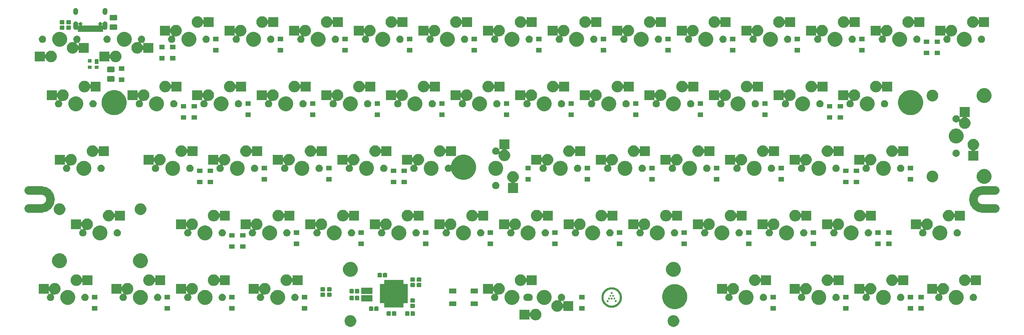
<source format=gbs>
G04 #@! TF.GenerationSoftware,KiCad,Pcbnew,(5.1.4)-1*
G04 #@! TF.CreationDate,2021-07-17T16:32:22+09:00*
G04 #@! TF.ProjectId,JIS60,4a495336-302e-46b6-9963-61645f706362,rev?*
G04 #@! TF.SameCoordinates,Original*
G04 #@! TF.FileFunction,Soldermask,Bot*
G04 #@! TF.FilePolarity,Negative*
%FSLAX46Y46*%
G04 Gerber Fmt 4.6, Leading zero omitted, Abs format (unit mm)*
G04 Created by KiCad (PCBNEW (5.1.4)-1) date 2021-07-17 16:32:22*
%MOMM*%
%LPD*%
G04 APERTURE LIST*
%ADD10C,0.010000*%
%ADD11C,2.501900*%
%ADD12C,0.100000*%
G04 APERTURE END LIST*
D10*
G36*
X296672000Y-256889250D02*
G01*
X297076812Y-256889250D01*
X297076812Y-256484438D01*
X296672000Y-256484438D01*
X296672000Y-256889250D01*
X296672000Y-256889250D01*
G37*
X296672000Y-256889250D02*
X297076812Y-256889250D01*
X297076812Y-256484438D01*
X296672000Y-256484438D01*
X296672000Y-256889250D01*
G36*
X296267187Y-257675063D02*
G01*
X296672000Y-257675063D01*
X296672000Y-257294063D01*
X296267187Y-257294063D01*
X296267187Y-257675063D01*
X296267187Y-257675063D01*
G37*
X296267187Y-257675063D02*
X296672000Y-257675063D01*
X296672000Y-257294063D01*
X296267187Y-257294063D01*
X296267187Y-257675063D01*
G36*
X297076812Y-257675063D02*
G01*
X297457812Y-257675063D01*
X297457812Y-257294063D01*
X297076812Y-257294063D01*
X297076812Y-257675063D01*
X297076812Y-257675063D01*
G37*
X297076812Y-257675063D02*
X297457812Y-257675063D01*
X297457812Y-257294063D01*
X297076812Y-257294063D01*
X297076812Y-257675063D01*
G36*
X295886187Y-258484688D02*
G01*
X296267187Y-258484688D01*
X296267187Y-258079875D01*
X295886187Y-258079875D01*
X295886187Y-258484688D01*
X295886187Y-258484688D01*
G37*
X295886187Y-258484688D02*
X296267187Y-258484688D01*
X296267187Y-258079875D01*
X295886187Y-258079875D01*
X295886187Y-258484688D01*
G36*
X296672000Y-258484688D02*
G01*
X297076812Y-258484688D01*
X297076812Y-258079875D01*
X296672000Y-258079875D01*
X296672000Y-258484688D01*
X296672000Y-258484688D01*
G37*
X296672000Y-258484688D02*
X297076812Y-258484688D01*
X297076812Y-258079875D01*
X296672000Y-258079875D01*
X296672000Y-258484688D01*
G36*
X297457812Y-258484688D02*
G01*
X297862625Y-258484688D01*
X297862625Y-258079875D01*
X297457812Y-258079875D01*
X297457812Y-258484688D01*
X297457812Y-258484688D01*
G37*
X297457812Y-258484688D02*
X297862625Y-258484688D01*
X297862625Y-258079875D01*
X297457812Y-258079875D01*
X297457812Y-258484688D01*
G36*
X295481375Y-259270500D02*
G01*
X295886187Y-259270500D01*
X295886187Y-258865688D01*
X295481375Y-258865688D01*
X295481375Y-259270500D01*
X295481375Y-259270500D01*
G37*
X295481375Y-259270500D02*
X295886187Y-259270500D01*
X295886187Y-258865688D01*
X295481375Y-258865688D01*
X295481375Y-259270500D01*
G36*
X297862625Y-259270500D02*
G01*
X298267437Y-259270500D01*
X298267437Y-258865688D01*
X297862625Y-258865688D01*
X297862625Y-259270500D01*
X297862625Y-259270500D01*
G37*
X297862625Y-259270500D02*
X298267437Y-259270500D01*
X298267437Y-258865688D01*
X297862625Y-258865688D01*
X297862625Y-259270500D01*
G36*
X296858531Y-254996795D02*
G01*
X296734413Y-254998165D01*
X296622701Y-255002322D01*
X296520108Y-255009669D01*
X296423344Y-255020610D01*
X296329122Y-255035548D01*
X296234153Y-255054887D01*
X296135149Y-255079031D01*
X296089870Y-255091168D01*
X295881323Y-255156406D01*
X295679235Y-255235742D01*
X295484372Y-255328778D01*
X295297501Y-255435118D01*
X295119386Y-255554366D01*
X294967240Y-255672367D01*
X294809572Y-255813092D01*
X294662235Y-255964537D01*
X294525914Y-256125635D01*
X294401292Y-256295317D01*
X294289053Y-256472516D01*
X294189880Y-256656166D01*
X294104458Y-256845197D01*
X294033470Y-257038543D01*
X293984716Y-257206553D01*
X293951645Y-257346539D01*
X293926285Y-257478475D01*
X293907893Y-257607747D01*
X293895725Y-257739743D01*
X293889039Y-257879850D01*
X293888386Y-257905250D01*
X293891105Y-258123547D01*
X293909300Y-258338330D01*
X293942965Y-258549571D01*
X293992094Y-258757239D01*
X294056681Y-258961305D01*
X294120878Y-259125237D01*
X294148961Y-259190502D01*
X294173023Y-259244660D01*
X294194892Y-259291363D01*
X294216393Y-259334263D01*
X294239354Y-259377013D01*
X294265600Y-259423265D01*
X294294725Y-259472906D01*
X294413944Y-259659177D01*
X294544048Y-259833903D01*
X294685171Y-259997215D01*
X294837445Y-260149246D01*
X295001003Y-260290130D01*
X295175976Y-260419998D01*
X295358344Y-260536525D01*
X295411173Y-260567494D01*
X295457086Y-260593471D01*
X295499735Y-260616281D01*
X295542772Y-260637751D01*
X295589849Y-260659707D01*
X295644619Y-260683975D01*
X295706013Y-260710372D01*
X295802246Y-260749919D01*
X295890964Y-260782958D01*
X295978078Y-260811445D01*
X296069502Y-260837339D01*
X296152094Y-260858072D01*
X296316610Y-260893626D01*
X296473705Y-260919303D01*
X296627933Y-260935643D01*
X296783851Y-260943186D01*
X296874406Y-260943763D01*
X296925625Y-260943248D01*
X296973746Y-260942543D01*
X297015626Y-260941710D01*
X297048122Y-260940813D01*
X297068090Y-260939915D01*
X297068875Y-260939859D01*
X297285049Y-260915907D01*
X297497806Y-260876920D01*
X297706287Y-260823217D01*
X297909632Y-260755113D01*
X298106984Y-260672926D01*
X298297482Y-260576975D01*
X298480268Y-260467576D01*
X298631224Y-260362546D01*
X298804151Y-260224199D01*
X298964835Y-260075838D01*
X299113049Y-259917789D01*
X299248571Y-259750382D01*
X299371176Y-259573944D01*
X299480639Y-259388802D01*
X299576737Y-259195285D01*
X299659244Y-258993721D01*
X299727937Y-258784438D01*
X299740082Y-258741380D01*
X299766448Y-258639585D01*
X299787833Y-258543261D01*
X299804641Y-258449117D01*
X299817275Y-258353867D01*
X299826140Y-258254220D01*
X299831638Y-258146890D01*
X299834174Y-258028586D01*
X299834455Y-257972719D01*
X299833780Y-257917358D01*
X299301706Y-257917358D01*
X299301603Y-257997496D01*
X299299937Y-258077160D01*
X299296741Y-258152287D01*
X299292044Y-258218810D01*
X299288324Y-258254500D01*
X299256450Y-258451798D01*
X299209799Y-258643413D01*
X299148549Y-258828972D01*
X299072881Y-259008099D01*
X298982973Y-259180419D01*
X298879006Y-259345559D01*
X298761159Y-259503143D01*
X298629612Y-259652797D01*
X298607276Y-259676010D01*
X298473042Y-259803084D01*
X298327340Y-259921020D01*
X298172869Y-260027840D01*
X298012331Y-260121566D01*
X297966542Y-260145254D01*
X297892134Y-260181903D01*
X297826893Y-260212122D01*
X297766396Y-260237690D01*
X297706222Y-260260384D01*
X297641949Y-260281983D01*
X297576875Y-260301977D01*
X297387662Y-260351390D01*
X297201911Y-260385841D01*
X297018173Y-260405464D01*
X296834997Y-260410392D01*
X296650936Y-260400761D01*
X296584394Y-260393781D01*
X296397062Y-260364837D01*
X296217481Y-260323028D01*
X296043143Y-260267604D01*
X295871541Y-260197814D01*
X295774584Y-260151616D01*
X295603952Y-260058197D01*
X295444536Y-259954462D01*
X295295578Y-259839724D01*
X295156321Y-259713300D01*
X295026006Y-259574504D01*
X294903876Y-259422653D01*
X294795608Y-259267009D01*
X294770482Y-259225818D01*
X294741159Y-259173690D01*
X294709459Y-259114246D01*
X294677201Y-259051106D01*
X294646207Y-258987890D01*
X294618294Y-258928217D01*
X294595285Y-258875707D01*
X294581847Y-258841875D01*
X294518980Y-258650334D01*
X294471584Y-258457595D01*
X294439700Y-258264200D01*
X294423370Y-258070690D01*
X294422632Y-257877607D01*
X294437528Y-257685492D01*
X294468098Y-257494886D01*
X294477901Y-257448844D01*
X294511550Y-257312551D01*
X294549858Y-257186368D01*
X294594796Y-257064757D01*
X294648337Y-256942182D01*
X294685996Y-256864708D01*
X294779701Y-256695860D01*
X294886526Y-256535423D01*
X295005702Y-256384118D01*
X295136463Y-256242664D01*
X295278040Y-256111781D01*
X295429666Y-255992190D01*
X295590573Y-255884610D01*
X295759993Y-255789761D01*
X295904175Y-255722230D01*
X296075803Y-255655835D01*
X296248357Y-255603837D01*
X296423844Y-255565828D01*
X296604274Y-255541401D01*
X296791655Y-255530147D01*
X296854562Y-255529257D01*
X297052657Y-255535627D01*
X297244285Y-255556272D01*
X297430219Y-255591423D01*
X297611235Y-255641317D01*
X297788106Y-255706185D01*
X297961606Y-255786263D01*
X298132509Y-255881785D01*
X298233206Y-255945994D01*
X298372639Y-256047522D01*
X298506837Y-256162028D01*
X298634159Y-256287589D01*
X298752965Y-256422281D01*
X298861614Y-256564181D01*
X298958465Y-256711365D01*
X299041878Y-256861911D01*
X299076674Y-256934830D01*
X299138077Y-257079689D01*
X299188308Y-257218928D01*
X299228565Y-257356876D01*
X299260044Y-257497864D01*
X299283944Y-257646221D01*
X299292345Y-257714750D01*
X299297108Y-257771920D01*
X299300218Y-257840811D01*
X299301706Y-257917358D01*
X299833780Y-257917358D01*
X299832710Y-257829723D01*
X299826836Y-257698856D01*
X299816262Y-257576775D01*
X299800415Y-257460135D01*
X299778723Y-257345594D01*
X299750613Y-257229809D01*
X299715514Y-257109437D01*
X299672853Y-256981134D01*
X299657159Y-256936875D01*
X299578774Y-256742156D01*
X299485934Y-256553822D01*
X299378828Y-256372135D01*
X299257648Y-256197358D01*
X299122583Y-256029753D01*
X298973826Y-255869583D01*
X298811567Y-255717110D01*
X298704729Y-255626929D01*
X298618900Y-255561436D01*
X298521361Y-255494110D01*
X298415752Y-255427162D01*
X298305714Y-255362805D01*
X298194887Y-255303250D01*
X298086911Y-255250708D01*
X298080906Y-255247965D01*
X298010946Y-255218092D01*
X297929765Y-255186706D01*
X297841733Y-255155286D01*
X297751221Y-255125312D01*
X297662599Y-255098261D01*
X297580236Y-255075614D01*
X297548350Y-255067721D01*
X297455125Y-255046953D01*
X297366151Y-255030293D01*
X297278147Y-255017402D01*
X297187831Y-255007945D01*
X297091922Y-255001582D01*
X296987140Y-254997978D01*
X296870205Y-254996794D01*
X296858531Y-254996795D01*
X296858531Y-254996795D01*
G37*
X296858531Y-254996795D02*
X296734413Y-254998165D01*
X296622701Y-255002322D01*
X296520108Y-255009669D01*
X296423344Y-255020610D01*
X296329122Y-255035548D01*
X296234153Y-255054887D01*
X296135149Y-255079031D01*
X296089870Y-255091168D01*
X295881323Y-255156406D01*
X295679235Y-255235742D01*
X295484372Y-255328778D01*
X295297501Y-255435118D01*
X295119386Y-255554366D01*
X294967240Y-255672367D01*
X294809572Y-255813092D01*
X294662235Y-255964537D01*
X294525914Y-256125635D01*
X294401292Y-256295317D01*
X294289053Y-256472516D01*
X294189880Y-256656166D01*
X294104458Y-256845197D01*
X294033470Y-257038543D01*
X293984716Y-257206553D01*
X293951645Y-257346539D01*
X293926285Y-257478475D01*
X293907893Y-257607747D01*
X293895725Y-257739743D01*
X293889039Y-257879850D01*
X293888386Y-257905250D01*
X293891105Y-258123547D01*
X293909300Y-258338330D01*
X293942965Y-258549571D01*
X293992094Y-258757239D01*
X294056681Y-258961305D01*
X294120878Y-259125237D01*
X294148961Y-259190502D01*
X294173023Y-259244660D01*
X294194892Y-259291363D01*
X294216393Y-259334263D01*
X294239354Y-259377013D01*
X294265600Y-259423265D01*
X294294725Y-259472906D01*
X294413944Y-259659177D01*
X294544048Y-259833903D01*
X294685171Y-259997215D01*
X294837445Y-260149246D01*
X295001003Y-260290130D01*
X295175976Y-260419998D01*
X295358344Y-260536525D01*
X295411173Y-260567494D01*
X295457086Y-260593471D01*
X295499735Y-260616281D01*
X295542772Y-260637751D01*
X295589849Y-260659707D01*
X295644619Y-260683975D01*
X295706013Y-260710372D01*
X295802246Y-260749919D01*
X295890964Y-260782958D01*
X295978078Y-260811445D01*
X296069502Y-260837339D01*
X296152094Y-260858072D01*
X296316610Y-260893626D01*
X296473705Y-260919303D01*
X296627933Y-260935643D01*
X296783851Y-260943186D01*
X296874406Y-260943763D01*
X296925625Y-260943248D01*
X296973746Y-260942543D01*
X297015626Y-260941710D01*
X297048122Y-260940813D01*
X297068090Y-260939915D01*
X297068875Y-260939859D01*
X297285049Y-260915907D01*
X297497806Y-260876920D01*
X297706287Y-260823217D01*
X297909632Y-260755113D01*
X298106984Y-260672926D01*
X298297482Y-260576975D01*
X298480268Y-260467576D01*
X298631224Y-260362546D01*
X298804151Y-260224199D01*
X298964835Y-260075838D01*
X299113049Y-259917789D01*
X299248571Y-259750382D01*
X299371176Y-259573944D01*
X299480639Y-259388802D01*
X299576737Y-259195285D01*
X299659244Y-258993721D01*
X299727937Y-258784438D01*
X299740082Y-258741380D01*
X299766448Y-258639585D01*
X299787833Y-258543261D01*
X299804641Y-258449117D01*
X299817275Y-258353867D01*
X299826140Y-258254220D01*
X299831638Y-258146890D01*
X299834174Y-258028586D01*
X299834455Y-257972719D01*
X299833780Y-257917358D01*
X299301706Y-257917358D01*
X299301603Y-257997496D01*
X299299937Y-258077160D01*
X299296741Y-258152287D01*
X299292044Y-258218810D01*
X299288324Y-258254500D01*
X299256450Y-258451798D01*
X299209799Y-258643413D01*
X299148549Y-258828972D01*
X299072881Y-259008099D01*
X298982973Y-259180419D01*
X298879006Y-259345559D01*
X298761159Y-259503143D01*
X298629612Y-259652797D01*
X298607276Y-259676010D01*
X298473042Y-259803084D01*
X298327340Y-259921020D01*
X298172869Y-260027840D01*
X298012331Y-260121566D01*
X297966542Y-260145254D01*
X297892134Y-260181903D01*
X297826893Y-260212122D01*
X297766396Y-260237690D01*
X297706222Y-260260384D01*
X297641949Y-260281983D01*
X297576875Y-260301977D01*
X297387662Y-260351390D01*
X297201911Y-260385841D01*
X297018173Y-260405464D01*
X296834997Y-260410392D01*
X296650936Y-260400761D01*
X296584394Y-260393781D01*
X296397062Y-260364837D01*
X296217481Y-260323028D01*
X296043143Y-260267604D01*
X295871541Y-260197814D01*
X295774584Y-260151616D01*
X295603952Y-260058197D01*
X295444536Y-259954462D01*
X295295578Y-259839724D01*
X295156321Y-259713300D01*
X295026006Y-259574504D01*
X294903876Y-259422653D01*
X294795608Y-259267009D01*
X294770482Y-259225818D01*
X294741159Y-259173690D01*
X294709459Y-259114246D01*
X294677201Y-259051106D01*
X294646207Y-258987890D01*
X294618294Y-258928217D01*
X294595285Y-258875707D01*
X294581847Y-258841875D01*
X294518980Y-258650334D01*
X294471584Y-258457595D01*
X294439700Y-258264200D01*
X294423370Y-258070690D01*
X294422632Y-257877607D01*
X294437528Y-257685492D01*
X294468098Y-257494886D01*
X294477901Y-257448844D01*
X294511550Y-257312551D01*
X294549858Y-257186368D01*
X294594796Y-257064757D01*
X294648337Y-256942182D01*
X294685996Y-256864708D01*
X294779701Y-256695860D01*
X294886526Y-256535423D01*
X295005702Y-256384118D01*
X295136463Y-256242664D01*
X295278040Y-256111781D01*
X295429666Y-255992190D01*
X295590573Y-255884610D01*
X295759993Y-255789761D01*
X295904175Y-255722230D01*
X296075803Y-255655835D01*
X296248357Y-255603837D01*
X296423844Y-255565828D01*
X296604274Y-255541401D01*
X296791655Y-255530147D01*
X296854562Y-255529257D01*
X297052657Y-255535627D01*
X297244285Y-255556272D01*
X297430219Y-255591423D01*
X297611235Y-255641317D01*
X297788106Y-255706185D01*
X297961606Y-255786263D01*
X298132509Y-255881785D01*
X298233206Y-255945994D01*
X298372639Y-256047522D01*
X298506837Y-256162028D01*
X298634159Y-256287589D01*
X298752965Y-256422281D01*
X298861614Y-256564181D01*
X298958465Y-256711365D01*
X299041878Y-256861911D01*
X299076674Y-256934830D01*
X299138077Y-257079689D01*
X299188308Y-257218928D01*
X299228565Y-257356876D01*
X299260044Y-257497864D01*
X299283944Y-257646221D01*
X299292345Y-257714750D01*
X299297108Y-257771920D01*
X299300218Y-257840811D01*
X299301706Y-257917358D01*
X299833780Y-257917358D01*
X299832710Y-257829723D01*
X299826836Y-257698856D01*
X299816262Y-257576775D01*
X299800415Y-257460135D01*
X299778723Y-257345594D01*
X299750613Y-257229809D01*
X299715514Y-257109437D01*
X299672853Y-256981134D01*
X299657159Y-256936875D01*
X299578774Y-256742156D01*
X299485934Y-256553822D01*
X299378828Y-256372135D01*
X299257648Y-256197358D01*
X299122583Y-256029753D01*
X298973826Y-255869583D01*
X298811567Y-255717110D01*
X298704729Y-255626929D01*
X298618900Y-255561436D01*
X298521361Y-255494110D01*
X298415752Y-255427162D01*
X298305714Y-255362805D01*
X298194887Y-255303250D01*
X298086911Y-255250708D01*
X298080906Y-255247965D01*
X298010946Y-255218092D01*
X297929765Y-255186706D01*
X297841733Y-255155286D01*
X297751221Y-255125312D01*
X297662599Y-255098261D01*
X297580236Y-255075614D01*
X297548350Y-255067721D01*
X297455125Y-255046953D01*
X297366151Y-255030293D01*
X297278147Y-255017402D01*
X297187831Y-255007945D01*
X297091922Y-255001582D01*
X296987140Y-254997978D01*
X296870205Y-254996794D01*
X296858531Y-254996795D01*
D11*
X124993750Y-231719700D02*
X128793750Y-231719700D01*
X128793750Y-231719700D02*
G75*
G03X131444700Y-229068750I0J2650950D01*
G01*
X131444700Y-229068750D02*
G75*
G03X128793750Y-226417800I-2650950J0D01*
G01*
X124993750Y-226417800D02*
X128793750Y-226417800D01*
X406193750Y-231719700D02*
X410043750Y-231719700D01*
X406193750Y-231719700D02*
G75*
G02X403542800Y-229068750I0J2650950D01*
G01*
X403542800Y-229068750D02*
G75*
G02X406193750Y-226417800I2650950J0D01*
G01*
X406193750Y-226417800D02*
X409993750Y-226417800D01*
D12*
G36*
X315495616Y-263270938D02*
G01*
X315621622Y-263296002D01*
X315720887Y-263337119D01*
X315935369Y-263425960D01*
X316217735Y-263614631D01*
X316457869Y-263854765D01*
X316646540Y-264137131D01*
X316722667Y-264320920D01*
X316742677Y-264369226D01*
X316776498Y-264450879D01*
X316842750Y-264783949D01*
X316842750Y-265123551D01*
X316776498Y-265456621D01*
X316646540Y-265770369D01*
X316457869Y-266052735D01*
X316217735Y-266292869D01*
X315935369Y-266481540D01*
X315751580Y-266557667D01*
X315621622Y-266611498D01*
X315510598Y-266633582D01*
X315288551Y-266677750D01*
X314948949Y-266677750D01*
X314726902Y-266633582D01*
X314615878Y-266611498D01*
X314485920Y-266557667D01*
X314302131Y-266481540D01*
X314019765Y-266292869D01*
X313779631Y-266052735D01*
X313590960Y-265770369D01*
X313461002Y-265456621D01*
X313394750Y-265123551D01*
X313394750Y-264783949D01*
X313461002Y-264450879D01*
X313494824Y-264369226D01*
X313514833Y-264320920D01*
X313590960Y-264137131D01*
X313779631Y-263854765D01*
X314019765Y-263614631D01*
X314302131Y-263425960D01*
X314516613Y-263337119D01*
X314615878Y-263296002D01*
X314741884Y-263270938D01*
X314948949Y-263229750D01*
X315288551Y-263229750D01*
X315495616Y-263270938D01*
X315495616Y-263270938D01*
G37*
G36*
X220245616Y-263270938D02*
G01*
X220371622Y-263296002D01*
X220470887Y-263337119D01*
X220685369Y-263425960D01*
X220967735Y-263614631D01*
X221207869Y-263854765D01*
X221396540Y-264137131D01*
X221472667Y-264320920D01*
X221492677Y-264369226D01*
X221526498Y-264450879D01*
X221592750Y-264783949D01*
X221592750Y-265123551D01*
X221526498Y-265456621D01*
X221396540Y-265770369D01*
X221207869Y-266052735D01*
X220967735Y-266292869D01*
X220685369Y-266481540D01*
X220501580Y-266557667D01*
X220371622Y-266611498D01*
X220260598Y-266633582D01*
X220038551Y-266677750D01*
X219698949Y-266677750D01*
X219476902Y-266633582D01*
X219365878Y-266611498D01*
X219235920Y-266557667D01*
X219052131Y-266481540D01*
X218769765Y-266292869D01*
X218529631Y-266052735D01*
X218340960Y-265770369D01*
X218211002Y-265456621D01*
X218144750Y-265123551D01*
X218144750Y-264783949D01*
X218211002Y-264450879D01*
X218244824Y-264369226D01*
X218264833Y-264320920D01*
X218340960Y-264137131D01*
X218529631Y-263854765D01*
X218769765Y-263614631D01*
X219052131Y-263425960D01*
X219266613Y-263337119D01*
X219365878Y-263296002D01*
X219491884Y-263270938D01*
X219698949Y-263229750D01*
X220038551Y-263229750D01*
X220245616Y-263270938D01*
X220245616Y-263270938D01*
G37*
G36*
X274810404Y-261381415D02*
G01*
X274974622Y-261414080D01*
X275284002Y-261542229D01*
X275562437Y-261728273D01*
X275799227Y-261965063D01*
X275985271Y-262243498D01*
X276113420Y-262552878D01*
X276113420Y-262552880D01*
X276178750Y-262881313D01*
X276178750Y-263216187D01*
X276162401Y-263298378D01*
X276113420Y-263544622D01*
X275985271Y-263854002D01*
X275799227Y-264132437D01*
X275562437Y-264369227D01*
X275284002Y-264555271D01*
X274974622Y-264683420D01*
X274810404Y-264716085D01*
X274646187Y-264748750D01*
X274311313Y-264748750D01*
X274147096Y-264716085D01*
X273982878Y-264683420D01*
X273673498Y-264555271D01*
X273395063Y-264369227D01*
X273158273Y-264132437D01*
X272972229Y-263854002D01*
X272892229Y-263660865D01*
X272880682Y-263639261D01*
X272865137Y-263620319D01*
X272846195Y-263604774D01*
X272824584Y-263593223D01*
X272801135Y-263586110D01*
X272776749Y-263583708D01*
X272752363Y-263586110D01*
X272728914Y-263593223D01*
X272707303Y-263604774D01*
X272688361Y-263620319D01*
X272672816Y-263639261D01*
X272661265Y-263660872D01*
X272654152Y-263684321D01*
X272651750Y-263708707D01*
X272651750Y-264498750D01*
X269701750Y-264498750D01*
X269701750Y-261598750D01*
X272651750Y-261598750D01*
X272651750Y-262388793D01*
X272654152Y-262413179D01*
X272661265Y-262436628D01*
X272672816Y-262458239D01*
X272688361Y-262477181D01*
X272707303Y-262492726D01*
X272728914Y-262504277D01*
X272752363Y-262511390D01*
X272776749Y-262513792D01*
X272801135Y-262511390D01*
X272824584Y-262504277D01*
X272846195Y-262492726D01*
X272865137Y-262477181D01*
X272880682Y-262458239D01*
X272892229Y-262436635D01*
X272972229Y-262243498D01*
X273158273Y-261965063D01*
X273395063Y-261728273D01*
X273673498Y-261542229D01*
X273982878Y-261414080D01*
X274147096Y-261381415D01*
X274311313Y-261348750D01*
X274646187Y-261348750D01*
X274810404Y-261381415D01*
X274810404Y-261381415D01*
G37*
G36*
X238657822Y-262068117D02*
G01*
X238705785Y-262082666D01*
X238749978Y-262106288D01*
X238788719Y-262138081D01*
X238820512Y-262176822D01*
X238844134Y-262221015D01*
X238858683Y-262268978D01*
X238864200Y-262324991D01*
X238864200Y-263150209D01*
X238858683Y-263206222D01*
X238844134Y-263254185D01*
X238820512Y-263298378D01*
X238788719Y-263337119D01*
X238749978Y-263368912D01*
X238705785Y-263392534D01*
X238657822Y-263407083D01*
X238601809Y-263412600D01*
X237851591Y-263412600D01*
X237795578Y-263407083D01*
X237747615Y-263392534D01*
X237703422Y-263368912D01*
X237664681Y-263337119D01*
X237632888Y-263298378D01*
X237609266Y-263254185D01*
X237594717Y-263206222D01*
X237589200Y-263150209D01*
X237589200Y-262324991D01*
X237594717Y-262268978D01*
X237609266Y-262221015D01*
X237632888Y-262176822D01*
X237664681Y-262138081D01*
X237703422Y-262106288D01*
X237747615Y-262082666D01*
X237795578Y-262068117D01*
X237851591Y-262062600D01*
X238601809Y-262062600D01*
X238657822Y-262068117D01*
X238657822Y-262068117D01*
G37*
G36*
X237082822Y-262068117D02*
G01*
X237130785Y-262082666D01*
X237174978Y-262106288D01*
X237213719Y-262138081D01*
X237245512Y-262176822D01*
X237269134Y-262221015D01*
X237283683Y-262268978D01*
X237289200Y-262324991D01*
X237289200Y-263150209D01*
X237283683Y-263206222D01*
X237269134Y-263254185D01*
X237245512Y-263298378D01*
X237213719Y-263337119D01*
X237174978Y-263368912D01*
X237130785Y-263392534D01*
X237082822Y-263407083D01*
X237026809Y-263412600D01*
X236276591Y-263412600D01*
X236220578Y-263407083D01*
X236172615Y-263392534D01*
X236128422Y-263368912D01*
X236089681Y-263337119D01*
X236057888Y-263298378D01*
X236034266Y-263254185D01*
X236019717Y-263206222D01*
X236014200Y-263150209D01*
X236014200Y-262324991D01*
X236019717Y-262268978D01*
X236034266Y-262221015D01*
X236057888Y-262176822D01*
X236089681Y-262138081D01*
X236128422Y-262106288D01*
X236172615Y-262082666D01*
X236220578Y-262068117D01*
X236276591Y-262062600D01*
X237026809Y-262062600D01*
X237082822Y-262068117D01*
X237082822Y-262068117D01*
G37*
G36*
X233184122Y-262061767D02*
G01*
X233232085Y-262076316D01*
X233276278Y-262099938D01*
X233315019Y-262131731D01*
X233346812Y-262170472D01*
X233370434Y-262214665D01*
X233384983Y-262262628D01*
X233390500Y-262318641D01*
X233390500Y-263143859D01*
X233384983Y-263199872D01*
X233370434Y-263247835D01*
X233346812Y-263292028D01*
X233315019Y-263330769D01*
X233276278Y-263362562D01*
X233232085Y-263386184D01*
X233184122Y-263400733D01*
X233128109Y-263406250D01*
X232377891Y-263406250D01*
X232321878Y-263400733D01*
X232273915Y-263386184D01*
X232229722Y-263362562D01*
X232190981Y-263330769D01*
X232159188Y-263292028D01*
X232135566Y-263247835D01*
X232121017Y-263199872D01*
X232115500Y-263143859D01*
X232115500Y-262318641D01*
X232121017Y-262262628D01*
X232135566Y-262214665D01*
X232159188Y-262170472D01*
X232190981Y-262131731D01*
X232229722Y-262099938D01*
X232273915Y-262076316D01*
X232321878Y-262061767D01*
X232377891Y-262056250D01*
X233128109Y-262056250D01*
X233184122Y-262061767D01*
X233184122Y-262061767D01*
G37*
G36*
X231609122Y-262061767D02*
G01*
X231657085Y-262076316D01*
X231701278Y-262099938D01*
X231740019Y-262131731D01*
X231771812Y-262170472D01*
X231795434Y-262214665D01*
X231809983Y-262262628D01*
X231815500Y-262318641D01*
X231815500Y-263143859D01*
X231809983Y-263199872D01*
X231795434Y-263247835D01*
X231771812Y-263292028D01*
X231740019Y-263330769D01*
X231701278Y-263362562D01*
X231657085Y-263386184D01*
X231609122Y-263400733D01*
X231553109Y-263406250D01*
X230802891Y-263406250D01*
X230746878Y-263400733D01*
X230698915Y-263386184D01*
X230654722Y-263362562D01*
X230615981Y-263330769D01*
X230584188Y-263292028D01*
X230560566Y-263247835D01*
X230546017Y-263199872D01*
X230540500Y-263143859D01*
X230540500Y-262318641D01*
X230546017Y-262262628D01*
X230560566Y-262214665D01*
X230584188Y-262170472D01*
X230615981Y-262131731D01*
X230654722Y-262099938D01*
X230698915Y-262076316D01*
X230746878Y-262061767D01*
X230802891Y-262056250D01*
X231553109Y-262056250D01*
X231609122Y-262061767D01*
X231609122Y-262061767D01*
G37*
G36*
X282235124Y-256899816D02*
G01*
X282412316Y-256935062D01*
X282432083Y-256943250D01*
X282607953Y-257016097D01*
X282784022Y-257133743D01*
X282933757Y-257283478D01*
X283051403Y-257459547D01*
X283096512Y-257568452D01*
X283132438Y-257655184D01*
X283147473Y-257730769D01*
X283173750Y-257862871D01*
X283173750Y-258074629D01*
X283163327Y-258127030D01*
X283133234Y-258278316D01*
X283132438Y-258282315D01*
X283051403Y-258477953D01*
X282933757Y-258654022D01*
X282784022Y-258803757D01*
X282745019Y-258829818D01*
X282726078Y-258845363D01*
X282710532Y-258864305D01*
X282698981Y-258885916D01*
X282691868Y-258909365D01*
X282689466Y-258933751D01*
X282691868Y-258958137D01*
X282698981Y-258981586D01*
X282710532Y-259003197D01*
X282726077Y-259022138D01*
X282745019Y-259037684D01*
X282766630Y-259049235D01*
X282790079Y-259056348D01*
X282814465Y-259058750D01*
X285578750Y-259058750D01*
X285578750Y-261958750D01*
X282628750Y-261958750D01*
X282628750Y-261233891D01*
X282626348Y-261209505D01*
X282619235Y-261186056D01*
X282607684Y-261164445D01*
X282592139Y-261145503D01*
X282573197Y-261129958D01*
X282551586Y-261118407D01*
X282528137Y-261111294D01*
X282503751Y-261108892D01*
X282479365Y-261111294D01*
X282455916Y-261118407D01*
X282434305Y-261129958D01*
X282415363Y-261145503D01*
X282399818Y-261164445D01*
X282388271Y-261186049D01*
X282335271Y-261314002D01*
X282149227Y-261592437D01*
X281912437Y-261829227D01*
X281634002Y-262015271D01*
X281324622Y-262143420D01*
X281188622Y-262170472D01*
X280996187Y-262208750D01*
X280661313Y-262208750D01*
X280468878Y-262170472D01*
X280332878Y-262143420D01*
X280023498Y-262015271D01*
X279745063Y-261829227D01*
X279508273Y-261592437D01*
X279322229Y-261314002D01*
X279194080Y-261004622D01*
X279150743Y-260786750D01*
X279128750Y-260676187D01*
X279128750Y-260341313D01*
X279171308Y-260127362D01*
X279194080Y-260012878D01*
X279322229Y-259703498D01*
X279508273Y-259425063D01*
X279745063Y-259188273D01*
X279774282Y-259168749D01*
X281944688Y-259168749D01*
X281947090Y-259193135D01*
X281954203Y-259216584D01*
X281965754Y-259238195D01*
X281981290Y-259257126D01*
X282149227Y-259425063D01*
X282335271Y-259703498D01*
X282388271Y-259831451D01*
X282399818Y-259853055D01*
X282415363Y-259871997D01*
X282434305Y-259887542D01*
X282455916Y-259899093D01*
X282479365Y-259906206D01*
X282503751Y-259908608D01*
X282528137Y-259906206D01*
X282551586Y-259899093D01*
X282573197Y-259887542D01*
X282592139Y-259871997D01*
X282607684Y-259853055D01*
X282619235Y-259831444D01*
X282626348Y-259807995D01*
X282628750Y-259783609D01*
X282628750Y-259099862D01*
X282626348Y-259075476D01*
X282619235Y-259052027D01*
X282607684Y-259030416D01*
X282592139Y-259011474D01*
X282573197Y-258995929D01*
X282551586Y-258984378D01*
X282528137Y-258977265D01*
X282503751Y-258974863D01*
X282479365Y-258977265D01*
X282455918Y-258984378D01*
X282412316Y-259002438D01*
X282384600Y-259007951D01*
X282204629Y-259043750D01*
X282069687Y-259043750D01*
X282045301Y-259046152D01*
X282021852Y-259053265D01*
X282000241Y-259064816D01*
X281981299Y-259080361D01*
X281965754Y-259099303D01*
X281954203Y-259120914D01*
X281947090Y-259144363D01*
X281944688Y-259168749D01*
X279774282Y-259168749D01*
X280023498Y-259002229D01*
X280332878Y-258874080D01*
X280517412Y-258837374D01*
X280661313Y-258808750D01*
X280996187Y-258808750D01*
X281092253Y-258827859D01*
X281124383Y-258834250D01*
X281128012Y-258834972D01*
X281152398Y-258837374D01*
X281176784Y-258834972D01*
X281200233Y-258827859D01*
X281221844Y-258816308D01*
X281240785Y-258800763D01*
X281256331Y-258781821D01*
X281267882Y-258760210D01*
X281274995Y-258736761D01*
X281277397Y-258712375D01*
X281274995Y-258687989D01*
X281267882Y-258664540D01*
X281256331Y-258642929D01*
X281146097Y-258477952D01*
X281065062Y-258282315D01*
X281064267Y-258278316D01*
X281034173Y-258127030D01*
X281023750Y-258074629D01*
X281023750Y-257862871D01*
X281050027Y-257730769D01*
X281065062Y-257655184D01*
X281100988Y-257568452D01*
X281146097Y-257459547D01*
X281263743Y-257283478D01*
X281413478Y-257133743D01*
X281589547Y-257016097D01*
X281765417Y-256943250D01*
X281785184Y-256935062D01*
X281962376Y-256899816D01*
X281992871Y-256893750D01*
X282204629Y-256893750D01*
X282235124Y-256899816D01*
X282235124Y-256899816D01*
G37*
G36*
X227977122Y-260664767D02*
G01*
X228025085Y-260679316D01*
X228069278Y-260702938D01*
X228108019Y-260734731D01*
X228139812Y-260773472D01*
X228163434Y-260817665D01*
X228177983Y-260865628D01*
X228183500Y-260921641D01*
X228183500Y-261746859D01*
X228177983Y-261802872D01*
X228163434Y-261850835D01*
X228139812Y-261895028D01*
X228108019Y-261933769D01*
X228069278Y-261965562D01*
X228025085Y-261989184D01*
X227977122Y-262003733D01*
X227921109Y-262009250D01*
X227170891Y-262009250D01*
X227114878Y-262003733D01*
X227066915Y-261989184D01*
X227022722Y-261965562D01*
X226983981Y-261933769D01*
X226952188Y-261895028D01*
X226928566Y-261850835D01*
X226914017Y-261802872D01*
X226908500Y-261746859D01*
X226908500Y-260921641D01*
X226914017Y-260865628D01*
X226928566Y-260817665D01*
X226952188Y-260773472D01*
X226983981Y-260734731D01*
X227022722Y-260702938D01*
X227066915Y-260679316D01*
X227114878Y-260664767D01*
X227170891Y-260659250D01*
X227921109Y-260659250D01*
X227977122Y-260664767D01*
X227977122Y-260664767D01*
G37*
G36*
X226402122Y-260664767D02*
G01*
X226450085Y-260679316D01*
X226494278Y-260702938D01*
X226533019Y-260734731D01*
X226564812Y-260773472D01*
X226588434Y-260817665D01*
X226602983Y-260865628D01*
X226608500Y-260921641D01*
X226608500Y-261746859D01*
X226602983Y-261802872D01*
X226588434Y-261850835D01*
X226564812Y-261895028D01*
X226533019Y-261933769D01*
X226494278Y-261965562D01*
X226450085Y-261989184D01*
X226402122Y-262003733D01*
X226346109Y-262009250D01*
X225595891Y-262009250D01*
X225539878Y-262003733D01*
X225491915Y-261989184D01*
X225447722Y-261965562D01*
X225408981Y-261933769D01*
X225377188Y-261895028D01*
X225353566Y-261850835D01*
X225339017Y-261802872D01*
X225333500Y-261746859D01*
X225333500Y-260921641D01*
X225339017Y-260865628D01*
X225353566Y-260817665D01*
X225377188Y-260773472D01*
X225408981Y-260734731D01*
X225447722Y-260702938D01*
X225491915Y-260679316D01*
X225539878Y-260664767D01*
X225595891Y-260659250D01*
X226346109Y-260659250D01*
X226402122Y-260664767D01*
X226402122Y-260664767D01*
G37*
G36*
X366718750Y-261856250D02*
G01*
X365118750Y-261856250D01*
X365118750Y-260556250D01*
X366718750Y-260556250D01*
X366718750Y-261856250D01*
X366718750Y-261856250D01*
G37*
G36*
X388943750Y-261856250D02*
G01*
X387343750Y-261856250D01*
X387343750Y-260556250D01*
X388943750Y-260556250D01*
X388943750Y-261856250D01*
X388943750Y-261856250D01*
G37*
G36*
X207175000Y-261856250D02*
G01*
X205575000Y-261856250D01*
X205575000Y-260556250D01*
X207175000Y-260556250D01*
X207175000Y-261856250D01*
X207175000Y-261856250D01*
G37*
G36*
X288931250Y-261856250D02*
G01*
X287331250Y-261856250D01*
X287331250Y-260556250D01*
X288931250Y-260556250D01*
X288931250Y-261856250D01*
X288931250Y-261856250D01*
G37*
G36*
X345287500Y-261856250D02*
G01*
X343687500Y-261856250D01*
X343687500Y-260556250D01*
X345287500Y-260556250D01*
X345287500Y-261856250D01*
X345287500Y-261856250D01*
G37*
G36*
X145262500Y-261856250D02*
G01*
X143662500Y-261856250D01*
X143662500Y-260556250D01*
X145262500Y-260556250D01*
X145262500Y-261856250D01*
X145262500Y-261856250D01*
G37*
G36*
X166693750Y-261856250D02*
G01*
X165093750Y-261856250D01*
X165093750Y-260556250D01*
X166693750Y-260556250D01*
X166693750Y-261856250D01*
X166693750Y-261856250D01*
G37*
G36*
X185743750Y-261856250D02*
G01*
X184143750Y-261856250D01*
X184143750Y-260556250D01*
X185743750Y-260556250D01*
X185743750Y-261856250D01*
X185743750Y-261856250D01*
G37*
G36*
X385768750Y-261856250D02*
G01*
X384168750Y-261856250D01*
X384168750Y-260556250D01*
X385768750Y-260556250D01*
X385768750Y-261856250D01*
X385768750Y-261856250D01*
G37*
G36*
X316572999Y-254210938D02*
G01*
X317246356Y-254489851D01*
X317409613Y-254598936D01*
X317852363Y-254894772D01*
X318367728Y-255410137D01*
X318558821Y-255696128D01*
X318772649Y-256016144D01*
X319051562Y-256689501D01*
X319193750Y-257404330D01*
X319193750Y-258133170D01*
X319051562Y-258847999D01*
X318772649Y-259521356D01*
X318673945Y-259669077D01*
X318367728Y-260127363D01*
X317852363Y-260642728D01*
X317501705Y-260877030D01*
X317246356Y-261047649D01*
X316572999Y-261326562D01*
X315858170Y-261468750D01*
X315129330Y-261468750D01*
X314414501Y-261326562D01*
X313741144Y-261047649D01*
X313485795Y-260877030D01*
X313135137Y-260642728D01*
X312619772Y-260127363D01*
X312313555Y-259669077D01*
X312214851Y-259521356D01*
X311935938Y-258847999D01*
X311793750Y-258133170D01*
X311793750Y-257404330D01*
X311935938Y-256689501D01*
X312214851Y-256016144D01*
X312428679Y-255696128D01*
X312619772Y-255410137D01*
X313135137Y-254894772D01*
X313577887Y-254598936D01*
X313741144Y-254489851D01*
X314414501Y-254210938D01*
X315129330Y-254068750D01*
X315858170Y-254068750D01*
X316572999Y-254210938D01*
X316572999Y-254210938D01*
G37*
G36*
X238657122Y-259838767D02*
G01*
X238705085Y-259853316D01*
X238749278Y-259876938D01*
X238788019Y-259908731D01*
X238819812Y-259947472D01*
X238843434Y-259991665D01*
X238857983Y-260039628D01*
X238863500Y-260095641D01*
X238863500Y-260845859D01*
X238857983Y-260901872D01*
X238843434Y-260949835D01*
X238819812Y-260994028D01*
X238788019Y-261032769D01*
X238749278Y-261064562D01*
X238705085Y-261088184D01*
X238657122Y-261102733D01*
X238601109Y-261108250D01*
X237775891Y-261108250D01*
X237719878Y-261102733D01*
X237671915Y-261088184D01*
X237627722Y-261064562D01*
X237588981Y-261032769D01*
X237557188Y-260994028D01*
X237533566Y-260949835D01*
X237519017Y-260901872D01*
X237513500Y-260845859D01*
X237513500Y-260095641D01*
X237519017Y-260039628D01*
X237533566Y-259991665D01*
X237557188Y-259947472D01*
X237588981Y-259908731D01*
X237627722Y-259876938D01*
X237671915Y-259853316D01*
X237719878Y-259838767D01*
X237775891Y-259833250D01*
X238601109Y-259833250D01*
X238657122Y-259838767D01*
X238657122Y-259838767D01*
G37*
G36*
X230416749Y-252801110D02*
G01*
X230441251Y-252801110D01*
X230460138Y-252799250D01*
X230897862Y-252799250D01*
X230916749Y-252801110D01*
X230941251Y-252801110D01*
X230960138Y-252799250D01*
X231397862Y-252799250D01*
X231416749Y-252801110D01*
X231441251Y-252801110D01*
X231460138Y-252799250D01*
X231897862Y-252799250D01*
X231916749Y-252801110D01*
X231941251Y-252801110D01*
X231960138Y-252799250D01*
X232397862Y-252799250D01*
X232416749Y-252801110D01*
X232441251Y-252801110D01*
X232460138Y-252799250D01*
X232897862Y-252799250D01*
X232916749Y-252801110D01*
X232941251Y-252801110D01*
X232960138Y-252799250D01*
X233397862Y-252799250D01*
X233416749Y-252801110D01*
X233441251Y-252801110D01*
X233460138Y-252799250D01*
X233897862Y-252799250D01*
X233916749Y-252801110D01*
X233941251Y-252801110D01*
X233960138Y-252799250D01*
X234397862Y-252799250D01*
X234416749Y-252801110D01*
X234441251Y-252801110D01*
X234460138Y-252799250D01*
X234897862Y-252799250D01*
X234916749Y-252801110D01*
X234941251Y-252801110D01*
X234960138Y-252799250D01*
X235397862Y-252799250D01*
X235423392Y-252801764D01*
X235442035Y-252807420D01*
X235459222Y-252816607D01*
X235474283Y-252828967D01*
X235486643Y-252844028D01*
X235495830Y-252861215D01*
X235501486Y-252879858D01*
X235504000Y-252905388D01*
X235504000Y-253924251D01*
X235506402Y-253948637D01*
X235513515Y-253972086D01*
X235525066Y-253993697D01*
X235540611Y-254012639D01*
X235559553Y-254028184D01*
X235581164Y-254039735D01*
X235604613Y-254046848D01*
X235628999Y-254049250D01*
X236647862Y-254049250D01*
X236673392Y-254051764D01*
X236692035Y-254057420D01*
X236709222Y-254066607D01*
X236724283Y-254078967D01*
X236736643Y-254094028D01*
X236745830Y-254111215D01*
X236751486Y-254129858D01*
X236754000Y-254155388D01*
X236754000Y-254593112D01*
X236752140Y-254611999D01*
X236752140Y-254636501D01*
X236754000Y-254655388D01*
X236754000Y-255093112D01*
X236752140Y-255111999D01*
X236752140Y-255136501D01*
X236754000Y-255155388D01*
X236754000Y-255593112D01*
X236752140Y-255611999D01*
X236752140Y-255636501D01*
X236754000Y-255655388D01*
X236754000Y-256093112D01*
X236752140Y-256111999D01*
X236752140Y-256136501D01*
X236754000Y-256155388D01*
X236754000Y-256593112D01*
X236752140Y-256611999D01*
X236752140Y-256636501D01*
X236754000Y-256655388D01*
X236754000Y-257093112D01*
X236752140Y-257111999D01*
X236752140Y-257136501D01*
X236754000Y-257155388D01*
X236754000Y-257593112D01*
X236752140Y-257611999D01*
X236752140Y-257636501D01*
X236754000Y-257655388D01*
X236754000Y-258093112D01*
X236752140Y-258111999D01*
X236752140Y-258136501D01*
X236754000Y-258155388D01*
X236754000Y-258593112D01*
X236752140Y-258611999D01*
X236752140Y-258636501D01*
X236754000Y-258655388D01*
X236754000Y-259093112D01*
X236752140Y-259111999D01*
X236752140Y-259136501D01*
X236754000Y-259155388D01*
X236754000Y-259593112D01*
X236751486Y-259618642D01*
X236745830Y-259637285D01*
X236736643Y-259654472D01*
X236724283Y-259669533D01*
X236709222Y-259681893D01*
X236692035Y-259691080D01*
X236673392Y-259696736D01*
X236647862Y-259699250D01*
X235628999Y-259699250D01*
X235604613Y-259701652D01*
X235581164Y-259708765D01*
X235559553Y-259720316D01*
X235540611Y-259735861D01*
X235525066Y-259754803D01*
X235513515Y-259776414D01*
X235506402Y-259799863D01*
X235504000Y-259824249D01*
X235504000Y-260843112D01*
X235501486Y-260868642D01*
X235495830Y-260887285D01*
X235486643Y-260904472D01*
X235474283Y-260919533D01*
X235459222Y-260931893D01*
X235442035Y-260941080D01*
X235423392Y-260946736D01*
X235397862Y-260949250D01*
X234960138Y-260949250D01*
X234941251Y-260947390D01*
X234916749Y-260947390D01*
X234897862Y-260949250D01*
X234460138Y-260949250D01*
X234441251Y-260947390D01*
X234416749Y-260947390D01*
X234397862Y-260949250D01*
X233960138Y-260949250D01*
X233941251Y-260947390D01*
X233916749Y-260947390D01*
X233897862Y-260949250D01*
X233460138Y-260949250D01*
X233441251Y-260947390D01*
X233416749Y-260947390D01*
X233397862Y-260949250D01*
X232960138Y-260949250D01*
X232941251Y-260947390D01*
X232916749Y-260947390D01*
X232897862Y-260949250D01*
X232460138Y-260949250D01*
X232441251Y-260947390D01*
X232416749Y-260947390D01*
X232397862Y-260949250D01*
X231960138Y-260949250D01*
X231941251Y-260947390D01*
X231916749Y-260947390D01*
X231897862Y-260949250D01*
X231460138Y-260949250D01*
X231441251Y-260947390D01*
X231416749Y-260947390D01*
X231397862Y-260949250D01*
X230960138Y-260949250D01*
X230941251Y-260947390D01*
X230916749Y-260947390D01*
X230897862Y-260949250D01*
X230460138Y-260949250D01*
X230441251Y-260947390D01*
X230416749Y-260947390D01*
X230397862Y-260949250D01*
X229960138Y-260949250D01*
X229934608Y-260946736D01*
X229915965Y-260941080D01*
X229898778Y-260931893D01*
X229883717Y-260919533D01*
X229871357Y-260904472D01*
X229862170Y-260887285D01*
X229856514Y-260868642D01*
X229854000Y-260843112D01*
X229854000Y-259824249D01*
X229851598Y-259799863D01*
X229844485Y-259776414D01*
X229832934Y-259754803D01*
X229817389Y-259735861D01*
X229798447Y-259720316D01*
X229776836Y-259708765D01*
X229753387Y-259701652D01*
X229729001Y-259699250D01*
X228710138Y-259699250D01*
X228684608Y-259696736D01*
X228665965Y-259691080D01*
X228648778Y-259681893D01*
X228633717Y-259669533D01*
X228621357Y-259654472D01*
X228612170Y-259637285D01*
X228606514Y-259618642D01*
X228604000Y-259593112D01*
X228604000Y-259155388D01*
X228605860Y-259136501D01*
X228605860Y-259111999D01*
X228604000Y-259093112D01*
X228604000Y-258655388D01*
X228605860Y-258636501D01*
X228605860Y-258611999D01*
X228604000Y-258593112D01*
X228604000Y-258155388D01*
X228605860Y-258136501D01*
X228605860Y-258111999D01*
X228604000Y-258093112D01*
X228604000Y-257655388D01*
X228605860Y-257636501D01*
X228605860Y-257611999D01*
X228604000Y-257593112D01*
X228604000Y-257155388D01*
X228605860Y-257136501D01*
X228605860Y-257111999D01*
X228604000Y-257093112D01*
X228604000Y-256655388D01*
X228605860Y-256636501D01*
X228605860Y-256611999D01*
X228604000Y-256593112D01*
X228604000Y-256155388D01*
X228605860Y-256136501D01*
X228605860Y-256111999D01*
X228604000Y-256093112D01*
X228604000Y-255655388D01*
X228605860Y-255636501D01*
X228605860Y-255611999D01*
X228604000Y-255593112D01*
X228604000Y-255155388D01*
X228605860Y-255136501D01*
X228605860Y-255111999D01*
X228604000Y-255093112D01*
X228604000Y-254655388D01*
X228605860Y-254636501D01*
X228605860Y-254611999D01*
X228604000Y-254593112D01*
X228604000Y-254155388D01*
X228606514Y-254129858D01*
X228612170Y-254111215D01*
X228621357Y-254094028D01*
X228633717Y-254078967D01*
X228648778Y-254066607D01*
X228665965Y-254057420D01*
X228684608Y-254051764D01*
X228710138Y-254049250D01*
X229729001Y-254049250D01*
X229753387Y-254046848D01*
X229776836Y-254039735D01*
X229798447Y-254028184D01*
X229817389Y-254012639D01*
X229832934Y-253993697D01*
X229844485Y-253972086D01*
X229851598Y-253948637D01*
X229854000Y-253924251D01*
X229854000Y-252905388D01*
X229856514Y-252879858D01*
X229862170Y-252861215D01*
X229871357Y-252844028D01*
X229883717Y-252828967D01*
X229898778Y-252816607D01*
X229915965Y-252807420D01*
X229934608Y-252801764D01*
X229960138Y-252799250D01*
X230397862Y-252799250D01*
X230416749Y-252801110D01*
X230416749Y-252801110D01*
G37*
G36*
X251106250Y-260568750D02*
G01*
X249006250Y-260568750D01*
X249006250Y-259168750D01*
X251106250Y-259168750D01*
X251106250Y-260568750D01*
X251106250Y-260568750D01*
G37*
G36*
X257406250Y-260568750D02*
G01*
X255306250Y-260568750D01*
X255306250Y-259168750D01*
X257406250Y-259168750D01*
X257406250Y-260568750D01*
X257406250Y-260568750D01*
G37*
G36*
X177646186Y-255859160D02*
G01*
X177774959Y-255912500D01*
X178045451Y-256024541D01*
X178404780Y-256264637D01*
X178710363Y-256570220D01*
X178950459Y-256929549D01*
X179005164Y-257061620D01*
X179115840Y-257328814D01*
X179200150Y-257752668D01*
X179200150Y-258184832D01*
X179115840Y-258608686D01*
X179083451Y-258686880D01*
X178950459Y-259007951D01*
X178710363Y-259367280D01*
X178404780Y-259672863D01*
X178045451Y-259912959D01*
X177855437Y-259991665D01*
X177646186Y-260078340D01*
X177222332Y-260162650D01*
X176790168Y-260162650D01*
X176366314Y-260078340D01*
X176157063Y-259991665D01*
X175967049Y-259912959D01*
X175607720Y-259672863D01*
X175302137Y-259367280D01*
X175062041Y-259007951D01*
X174929049Y-258686880D01*
X174896660Y-258608686D01*
X174812350Y-258184832D01*
X174812350Y-257752668D01*
X174896660Y-257328814D01*
X175007336Y-257061620D01*
X175062041Y-256929549D01*
X175302137Y-256570220D01*
X175607720Y-256264637D01*
X175967049Y-256024541D01*
X176237541Y-255912500D01*
X176366314Y-255859160D01*
X176790168Y-255774850D01*
X177222332Y-255774850D01*
X177646186Y-255859160D01*
X177646186Y-255859160D01*
G37*
G36*
X268133686Y-255859160D02*
G01*
X268262459Y-255912500D01*
X268532951Y-256024541D01*
X268892280Y-256264637D01*
X269197863Y-256570220D01*
X269437959Y-256929549D01*
X269492664Y-257061620D01*
X269603340Y-257328814D01*
X269687650Y-257752668D01*
X269687650Y-258184832D01*
X269603340Y-258608686D01*
X269570951Y-258686880D01*
X269437959Y-259007951D01*
X269197863Y-259367280D01*
X268892280Y-259672863D01*
X268532951Y-259912959D01*
X268342937Y-259991665D01*
X268133686Y-260078340D01*
X267709832Y-260162650D01*
X267277668Y-260162650D01*
X266853814Y-260078340D01*
X266644563Y-259991665D01*
X266454549Y-259912959D01*
X266095220Y-259672863D01*
X265789637Y-259367280D01*
X265549541Y-259007951D01*
X265416549Y-258686880D01*
X265384160Y-258608686D01*
X265299850Y-258184832D01*
X265299850Y-257752668D01*
X265384160Y-257328814D01*
X265494836Y-257061620D01*
X265549541Y-256929549D01*
X265789637Y-256570220D01*
X266095220Y-256264637D01*
X266454549Y-256024541D01*
X266725041Y-255912500D01*
X266853814Y-255859160D01*
X267277668Y-255774850D01*
X267709832Y-255774850D01*
X268133686Y-255859160D01*
X268133686Y-255859160D01*
G37*
G36*
X337189936Y-255859160D02*
G01*
X337318709Y-255912500D01*
X337589201Y-256024541D01*
X337948530Y-256264637D01*
X338254113Y-256570220D01*
X338494209Y-256929549D01*
X338548914Y-257061620D01*
X338659590Y-257328814D01*
X338743900Y-257752668D01*
X338743900Y-258184832D01*
X338659590Y-258608686D01*
X338627201Y-258686880D01*
X338494209Y-259007951D01*
X338254113Y-259367280D01*
X337948530Y-259672863D01*
X337589201Y-259912959D01*
X337399187Y-259991665D01*
X337189936Y-260078340D01*
X336766082Y-260162650D01*
X336333918Y-260162650D01*
X335910064Y-260078340D01*
X335700813Y-259991665D01*
X335510799Y-259912959D01*
X335151470Y-259672863D01*
X334845887Y-259367280D01*
X334605791Y-259007951D01*
X334472799Y-258686880D01*
X334440410Y-258608686D01*
X334356100Y-258184832D01*
X334356100Y-257752668D01*
X334440410Y-257328814D01*
X334551086Y-257061620D01*
X334605791Y-256929549D01*
X334845887Y-256570220D01*
X335151470Y-256264637D01*
X335510799Y-256024541D01*
X335781291Y-255912500D01*
X335910064Y-255859160D01*
X336333918Y-255774850D01*
X336766082Y-255774850D01*
X337189936Y-255859160D01*
X337189936Y-255859160D01*
G37*
G36*
X158596186Y-255859160D02*
G01*
X158724959Y-255912500D01*
X158995451Y-256024541D01*
X159354780Y-256264637D01*
X159660363Y-256570220D01*
X159900459Y-256929549D01*
X159955164Y-257061620D01*
X160065840Y-257328814D01*
X160150150Y-257752668D01*
X160150150Y-258184832D01*
X160065840Y-258608686D01*
X160033451Y-258686880D01*
X159900459Y-259007951D01*
X159660363Y-259367280D01*
X159354780Y-259672863D01*
X158995451Y-259912959D01*
X158805437Y-259991665D01*
X158596186Y-260078340D01*
X158172332Y-260162650D01*
X157740168Y-260162650D01*
X157316314Y-260078340D01*
X157107063Y-259991665D01*
X156917049Y-259912959D01*
X156557720Y-259672863D01*
X156252137Y-259367280D01*
X156012041Y-259007951D01*
X155879049Y-258686880D01*
X155846660Y-258608686D01*
X155762350Y-258184832D01*
X155762350Y-257752668D01*
X155846660Y-257328814D01*
X155957336Y-257061620D01*
X156012041Y-256929549D01*
X156252137Y-256570220D01*
X156557720Y-256264637D01*
X156917049Y-256024541D01*
X157187541Y-255912500D01*
X157316314Y-255859160D01*
X157740168Y-255774850D01*
X158172332Y-255774850D01*
X158596186Y-255859160D01*
X158596186Y-255859160D01*
G37*
G36*
X399102436Y-255859160D02*
G01*
X399231209Y-255912500D01*
X399501701Y-256024541D01*
X399861030Y-256264637D01*
X400166613Y-256570220D01*
X400406709Y-256929549D01*
X400461414Y-257061620D01*
X400572090Y-257328814D01*
X400656400Y-257752668D01*
X400656400Y-258184832D01*
X400572090Y-258608686D01*
X400539701Y-258686880D01*
X400406709Y-259007951D01*
X400166613Y-259367280D01*
X399861030Y-259672863D01*
X399501701Y-259912959D01*
X399311687Y-259991665D01*
X399102436Y-260078340D01*
X398678582Y-260162650D01*
X398246418Y-260162650D01*
X397822564Y-260078340D01*
X397613313Y-259991665D01*
X397423299Y-259912959D01*
X397063970Y-259672863D01*
X396758387Y-259367280D01*
X396518291Y-259007951D01*
X396385299Y-258686880D01*
X396352910Y-258608686D01*
X396268600Y-258184832D01*
X396268600Y-257752668D01*
X396352910Y-257328814D01*
X396463586Y-257061620D01*
X396518291Y-256929549D01*
X396758387Y-256570220D01*
X397063970Y-256264637D01*
X397423299Y-256024541D01*
X397693791Y-255912500D01*
X397822564Y-255859160D01*
X398246418Y-255774850D01*
X398678582Y-255774850D01*
X399102436Y-255859160D01*
X399102436Y-255859160D01*
G37*
G36*
X377671186Y-255859160D02*
G01*
X377799959Y-255912500D01*
X378070451Y-256024541D01*
X378429780Y-256264637D01*
X378735363Y-256570220D01*
X378975459Y-256929549D01*
X379030164Y-257061620D01*
X379140840Y-257328814D01*
X379225150Y-257752668D01*
X379225150Y-258184832D01*
X379140840Y-258608686D01*
X379108451Y-258686880D01*
X378975459Y-259007951D01*
X378735363Y-259367280D01*
X378429780Y-259672863D01*
X378070451Y-259912959D01*
X377880437Y-259991665D01*
X377671186Y-260078340D01*
X377247332Y-260162650D01*
X376815168Y-260162650D01*
X376391314Y-260078340D01*
X376182063Y-259991665D01*
X375992049Y-259912959D01*
X375632720Y-259672863D01*
X375327137Y-259367280D01*
X375087041Y-259007951D01*
X374954049Y-258686880D01*
X374921660Y-258608686D01*
X374837350Y-258184832D01*
X374837350Y-257752668D01*
X374921660Y-257328814D01*
X375032336Y-257061620D01*
X375087041Y-256929549D01*
X375327137Y-256570220D01*
X375632720Y-256264637D01*
X375992049Y-256024541D01*
X376262541Y-255912500D01*
X376391314Y-255859160D01*
X376815168Y-255774850D01*
X377247332Y-255774850D01*
X377671186Y-255859160D01*
X377671186Y-255859160D01*
G37*
G36*
X199077436Y-255859160D02*
G01*
X199206209Y-255912500D01*
X199476701Y-256024541D01*
X199836030Y-256264637D01*
X200141613Y-256570220D01*
X200381709Y-256929549D01*
X200436414Y-257061620D01*
X200547090Y-257328814D01*
X200631400Y-257752668D01*
X200631400Y-258184832D01*
X200547090Y-258608686D01*
X200514701Y-258686880D01*
X200381709Y-259007951D01*
X200141613Y-259367280D01*
X199836030Y-259672863D01*
X199476701Y-259912959D01*
X199286687Y-259991665D01*
X199077436Y-260078340D01*
X198653582Y-260162650D01*
X198221418Y-260162650D01*
X197797564Y-260078340D01*
X197588313Y-259991665D01*
X197398299Y-259912959D01*
X197038970Y-259672863D01*
X196733387Y-259367280D01*
X196493291Y-259007951D01*
X196360299Y-258686880D01*
X196327910Y-258608686D01*
X196243600Y-258184832D01*
X196243600Y-257752668D01*
X196327910Y-257328814D01*
X196438586Y-257061620D01*
X196493291Y-256929549D01*
X196733387Y-256570220D01*
X197038970Y-256264637D01*
X197398299Y-256024541D01*
X197668791Y-255912500D01*
X197797564Y-255859160D01*
X198221418Y-255774850D01*
X198653582Y-255774850D01*
X199077436Y-255859160D01*
X199077436Y-255859160D01*
G37*
G36*
X277658686Y-255859160D02*
G01*
X277787459Y-255912500D01*
X278057951Y-256024541D01*
X278417280Y-256264637D01*
X278722863Y-256570220D01*
X278962959Y-256929549D01*
X279017664Y-257061620D01*
X279128340Y-257328814D01*
X279212650Y-257752668D01*
X279212650Y-258184832D01*
X279128340Y-258608686D01*
X279095951Y-258686880D01*
X278962959Y-259007951D01*
X278722863Y-259367280D01*
X278417280Y-259672863D01*
X278057951Y-259912959D01*
X277867937Y-259991665D01*
X277658686Y-260078340D01*
X277234832Y-260162650D01*
X276802668Y-260162650D01*
X276378814Y-260078340D01*
X276169563Y-259991665D01*
X275979549Y-259912959D01*
X275620220Y-259672863D01*
X275314637Y-259367280D01*
X275074541Y-259007951D01*
X274941549Y-258686880D01*
X274909160Y-258608686D01*
X274824850Y-258184832D01*
X274824850Y-257752668D01*
X274909160Y-257328814D01*
X275019836Y-257061620D01*
X275074541Y-256929549D01*
X275314637Y-256570220D01*
X275620220Y-256264637D01*
X275979549Y-256024541D01*
X276250041Y-255912500D01*
X276378814Y-255859160D01*
X276802668Y-255774850D01*
X277234832Y-255774850D01*
X277658686Y-255859160D01*
X277658686Y-255859160D01*
G37*
G36*
X137164936Y-255859160D02*
G01*
X137293709Y-255912500D01*
X137564201Y-256024541D01*
X137923530Y-256264637D01*
X138229113Y-256570220D01*
X138469209Y-256929549D01*
X138523914Y-257061620D01*
X138634590Y-257328814D01*
X138718900Y-257752668D01*
X138718900Y-258184832D01*
X138634590Y-258608686D01*
X138602201Y-258686880D01*
X138469209Y-259007951D01*
X138229113Y-259367280D01*
X137923530Y-259672863D01*
X137564201Y-259912959D01*
X137374187Y-259991665D01*
X137164936Y-260078340D01*
X136741082Y-260162650D01*
X136308918Y-260162650D01*
X135885064Y-260078340D01*
X135675813Y-259991665D01*
X135485799Y-259912959D01*
X135126470Y-259672863D01*
X134820887Y-259367280D01*
X134580791Y-259007951D01*
X134447799Y-258686880D01*
X134415410Y-258608686D01*
X134331100Y-258184832D01*
X134331100Y-257752668D01*
X134415410Y-257328814D01*
X134526086Y-257061620D01*
X134580791Y-256929549D01*
X134820887Y-256570220D01*
X135126470Y-256264637D01*
X135485799Y-256024541D01*
X135756291Y-255912500D01*
X135885064Y-255859160D01*
X136308918Y-255774850D01*
X136741082Y-255774850D01*
X137164936Y-255859160D01*
X137164936Y-255859160D01*
G37*
G36*
X358621186Y-255859160D02*
G01*
X358749959Y-255912500D01*
X359020451Y-256024541D01*
X359379780Y-256264637D01*
X359685363Y-256570220D01*
X359925459Y-256929549D01*
X359980164Y-257061620D01*
X360090840Y-257328814D01*
X360175150Y-257752668D01*
X360175150Y-258184832D01*
X360090840Y-258608686D01*
X360058451Y-258686880D01*
X359925459Y-259007951D01*
X359685363Y-259367280D01*
X359379780Y-259672863D01*
X359020451Y-259912959D01*
X358830437Y-259991665D01*
X358621186Y-260078340D01*
X358197332Y-260162650D01*
X357765168Y-260162650D01*
X357341314Y-260078340D01*
X357132063Y-259991665D01*
X356942049Y-259912959D01*
X356582720Y-259672863D01*
X356277137Y-259367280D01*
X356037041Y-259007951D01*
X355904049Y-258686880D01*
X355871660Y-258608686D01*
X355787350Y-258184832D01*
X355787350Y-257752668D01*
X355871660Y-257328814D01*
X355982336Y-257061620D01*
X356037041Y-256929549D01*
X356277137Y-256570220D01*
X356582720Y-256264637D01*
X356942049Y-256024541D01*
X357212541Y-255912500D01*
X357341314Y-255859160D01*
X357765168Y-255774850D01*
X358197332Y-255774850D01*
X358621186Y-255859160D01*
X358621186Y-255859160D01*
G37*
G36*
X238657122Y-258263767D02*
G01*
X238705085Y-258278316D01*
X238749278Y-258301938D01*
X238788019Y-258333731D01*
X238819812Y-258372472D01*
X238843434Y-258416665D01*
X238857983Y-258464628D01*
X238863500Y-258520641D01*
X238863500Y-259270859D01*
X238857983Y-259326872D01*
X238843434Y-259374835D01*
X238819812Y-259419028D01*
X238788019Y-259457769D01*
X238749278Y-259489562D01*
X238705085Y-259513184D01*
X238657122Y-259527733D01*
X238601109Y-259533250D01*
X237775891Y-259533250D01*
X237719878Y-259527733D01*
X237671915Y-259513184D01*
X237627722Y-259489562D01*
X237588981Y-259457769D01*
X237557188Y-259419028D01*
X237533566Y-259374835D01*
X237519017Y-259326872D01*
X237513500Y-259270859D01*
X237513500Y-258520641D01*
X237519017Y-258464628D01*
X237533566Y-258416665D01*
X237557188Y-258372472D01*
X237588981Y-258333731D01*
X237627722Y-258301938D01*
X237671915Y-258278316D01*
X237719878Y-258263767D01*
X237775891Y-258258250D01*
X238601109Y-258258250D01*
X238657122Y-258263767D01*
X238657122Y-258263767D01*
G37*
G36*
X226376500Y-259143250D02*
G01*
X223076500Y-259143250D01*
X223076500Y-257343250D01*
X226376500Y-257343250D01*
X226376500Y-259143250D01*
X226376500Y-259143250D01*
G37*
G36*
X163172624Y-256899816D02*
G01*
X163349816Y-256935062D01*
X163369583Y-256943250D01*
X163545453Y-257016097D01*
X163721522Y-257133743D01*
X163871257Y-257283478D01*
X163988903Y-257459547D01*
X164034012Y-257568452D01*
X164069938Y-257655184D01*
X164084973Y-257730769D01*
X164111250Y-257862871D01*
X164111250Y-258074629D01*
X164100827Y-258127030D01*
X164070734Y-258278316D01*
X164069938Y-258282315D01*
X163988903Y-258477953D01*
X163871257Y-258654022D01*
X163721522Y-258803757D01*
X163545453Y-258921403D01*
X163416388Y-258974863D01*
X163349816Y-259002438D01*
X163322100Y-259007951D01*
X163142129Y-259043750D01*
X162930371Y-259043750D01*
X162750400Y-259007951D01*
X162722684Y-259002438D01*
X162656112Y-258974863D01*
X162527047Y-258921403D01*
X162350978Y-258803757D01*
X162201243Y-258654022D01*
X162083597Y-258477953D01*
X162002562Y-258282315D01*
X162001767Y-258278316D01*
X161971673Y-258127030D01*
X161961250Y-258074629D01*
X161961250Y-257862871D01*
X161987527Y-257730769D01*
X162002562Y-257655184D01*
X162038488Y-257568452D01*
X162083597Y-257459547D01*
X162201243Y-257283478D01*
X162350978Y-257133743D01*
X162527047Y-257016097D01*
X162702917Y-256943250D01*
X162722684Y-256935062D01*
X162899876Y-256899816D01*
X162930371Y-256893750D01*
X163142129Y-256893750D01*
X163172624Y-256899816D01*
X163172624Y-256899816D01*
G37*
G36*
X182222624Y-256899816D02*
G01*
X182399816Y-256935062D01*
X182419583Y-256943250D01*
X182595453Y-257016097D01*
X182771522Y-257133743D01*
X182921257Y-257283478D01*
X183038903Y-257459547D01*
X183084012Y-257568452D01*
X183119938Y-257655184D01*
X183134973Y-257730769D01*
X183161250Y-257862871D01*
X183161250Y-258074629D01*
X183150827Y-258127030D01*
X183120734Y-258278316D01*
X183119938Y-258282315D01*
X183038903Y-258477953D01*
X182921257Y-258654022D01*
X182771522Y-258803757D01*
X182595453Y-258921403D01*
X182466388Y-258974863D01*
X182399816Y-259002438D01*
X182372100Y-259007951D01*
X182192129Y-259043750D01*
X181980371Y-259043750D01*
X181800400Y-259007951D01*
X181772684Y-259002438D01*
X181706112Y-258974863D01*
X181577047Y-258921403D01*
X181400978Y-258803757D01*
X181251243Y-258654022D01*
X181133597Y-258477953D01*
X181052562Y-258282315D01*
X181051767Y-258278316D01*
X181021673Y-258127030D01*
X181011250Y-258074629D01*
X181011250Y-257862871D01*
X181037527Y-257730769D01*
X181052562Y-257655184D01*
X181088488Y-257568452D01*
X181133597Y-257459547D01*
X181251243Y-257283478D01*
X181400978Y-257133743D01*
X181577047Y-257016097D01*
X181752917Y-256943250D01*
X181772684Y-256935062D01*
X181949876Y-256899816D01*
X181980371Y-256893750D01*
X182192129Y-256893750D01*
X182222624Y-256899816D01*
X182222624Y-256899816D01*
G37*
G36*
X272231867Y-256930994D02*
G01*
X272256250Y-256933396D01*
X272280633Y-256930994D01*
X272467872Y-256893750D01*
X272679629Y-256893750D01*
X272710124Y-256899816D01*
X272887316Y-256935062D01*
X272907083Y-256943250D01*
X273082953Y-257016097D01*
X273259022Y-257133743D01*
X273408757Y-257283478D01*
X273526403Y-257459547D01*
X273571512Y-257568452D01*
X273607438Y-257655184D01*
X273622473Y-257730769D01*
X273648750Y-257862871D01*
X273648750Y-258074629D01*
X273638327Y-258127030D01*
X273608234Y-258278316D01*
X273607438Y-258282315D01*
X273526403Y-258477953D01*
X273408757Y-258654022D01*
X273259022Y-258803757D01*
X273082953Y-258921403D01*
X272953888Y-258974863D01*
X272887316Y-259002438D01*
X272859600Y-259007951D01*
X272679629Y-259043750D01*
X272467872Y-259043750D01*
X272280633Y-259006506D01*
X272256250Y-259004104D01*
X272231867Y-259006506D01*
X272044628Y-259043750D01*
X271832871Y-259043750D01*
X271652900Y-259007951D01*
X271625184Y-259002438D01*
X271558612Y-258974863D01*
X271429547Y-258921403D01*
X271253478Y-258803757D01*
X271103743Y-258654022D01*
X270986097Y-258477953D01*
X270905062Y-258282315D01*
X270904267Y-258278316D01*
X270874173Y-258127030D01*
X270863750Y-258074629D01*
X270863750Y-257862871D01*
X270890027Y-257730769D01*
X270905062Y-257655184D01*
X270940988Y-257568452D01*
X270986097Y-257459547D01*
X271103743Y-257283478D01*
X271253478Y-257133743D01*
X271429547Y-257016097D01*
X271605417Y-256943250D01*
X271625184Y-256935062D01*
X271802376Y-256899816D01*
X271832871Y-256893750D01*
X272044628Y-256893750D01*
X272231867Y-256930994D01*
X272231867Y-256930994D01*
G37*
G36*
X333071654Y-253761415D02*
G01*
X333235872Y-253794080D01*
X333545252Y-253922229D01*
X333823687Y-254108273D01*
X334060477Y-254345063D01*
X334246521Y-254623498D01*
X334374670Y-254932878D01*
X334377827Y-254948750D01*
X334440000Y-255261313D01*
X334440000Y-255596187D01*
X334424947Y-255671864D01*
X334374670Y-255924622D01*
X334246521Y-256234002D01*
X334060477Y-256512437D01*
X333823687Y-256749227D01*
X333545252Y-256935271D01*
X333235872Y-257063420D01*
X333091501Y-257092137D01*
X332907437Y-257128750D01*
X332572563Y-257128750D01*
X332440738Y-257102528D01*
X332416352Y-257100126D01*
X332391966Y-257102528D01*
X332368517Y-257109641D01*
X332346906Y-257121192D01*
X332327965Y-257136737D01*
X332312419Y-257155679D01*
X332300868Y-257177290D01*
X332293755Y-257200739D01*
X332291353Y-257225125D01*
X332293755Y-257249511D01*
X332300868Y-257272960D01*
X332312419Y-257294571D01*
X332422653Y-257459548D01*
X332459989Y-257549685D01*
X332503688Y-257655184D01*
X332518723Y-257730769D01*
X332545000Y-257862871D01*
X332545000Y-258074629D01*
X332534577Y-258127030D01*
X332504484Y-258278316D01*
X332503688Y-258282315D01*
X332422653Y-258477953D01*
X332305007Y-258654022D01*
X332155272Y-258803757D01*
X331979203Y-258921403D01*
X331850138Y-258974863D01*
X331783566Y-259002438D01*
X331755850Y-259007951D01*
X331575879Y-259043750D01*
X331364121Y-259043750D01*
X331184150Y-259007951D01*
X331156434Y-259002438D01*
X331089862Y-258974863D01*
X330960797Y-258921403D01*
X330784728Y-258803757D01*
X330634993Y-258654022D01*
X330517347Y-258477953D01*
X330436312Y-258282315D01*
X330435517Y-258278316D01*
X330405423Y-258127030D01*
X330395000Y-258074629D01*
X330395000Y-257862871D01*
X330421277Y-257730769D01*
X330436312Y-257655184D01*
X330472238Y-257568452D01*
X330517347Y-257459547D01*
X330634993Y-257283478D01*
X330784728Y-257133743D01*
X330823731Y-257107682D01*
X330842672Y-257092137D01*
X330858218Y-257073195D01*
X330869769Y-257051584D01*
X330876882Y-257028135D01*
X330879284Y-257003749D01*
X330876882Y-256979363D01*
X330869769Y-256955914D01*
X330858218Y-256934303D01*
X330842673Y-256915362D01*
X330823731Y-256899816D01*
X330802120Y-256888265D01*
X330778671Y-256881152D01*
X330754285Y-256878750D01*
X327990000Y-256878750D01*
X327990000Y-256153891D01*
X330940000Y-256153891D01*
X330940000Y-256837638D01*
X330942402Y-256862024D01*
X330949515Y-256885473D01*
X330961066Y-256907084D01*
X330976611Y-256926026D01*
X330995553Y-256941571D01*
X331017164Y-256953122D01*
X331040613Y-256960235D01*
X331064999Y-256962637D01*
X331089385Y-256960235D01*
X331112834Y-256953122D01*
X331136667Y-256943250D01*
X331156434Y-256935062D01*
X331333626Y-256899816D01*
X331364121Y-256893750D01*
X331499063Y-256893750D01*
X331523449Y-256891348D01*
X331546898Y-256884235D01*
X331568509Y-256872684D01*
X331587451Y-256857139D01*
X331602996Y-256838197D01*
X331614547Y-256816586D01*
X331621660Y-256793137D01*
X331624062Y-256768751D01*
X331621660Y-256744365D01*
X331614547Y-256720916D01*
X331602996Y-256699305D01*
X331587460Y-256680374D01*
X331419523Y-256512437D01*
X331233479Y-256234002D01*
X331180479Y-256106049D01*
X331168932Y-256084445D01*
X331153387Y-256065503D01*
X331134445Y-256049958D01*
X331112834Y-256038407D01*
X331089385Y-256031294D01*
X331064999Y-256028892D01*
X331040613Y-256031294D01*
X331017164Y-256038407D01*
X330995553Y-256049958D01*
X330976611Y-256065503D01*
X330961066Y-256084445D01*
X330949515Y-256106056D01*
X330942402Y-256129505D01*
X330940000Y-256153891D01*
X327990000Y-256153891D01*
X327990000Y-253978750D01*
X330940000Y-253978750D01*
X330940000Y-254703609D01*
X330942402Y-254727995D01*
X330949515Y-254751444D01*
X330961066Y-254773055D01*
X330976611Y-254791997D01*
X330995553Y-254807542D01*
X331017164Y-254819093D01*
X331040613Y-254826206D01*
X331064999Y-254828608D01*
X331089385Y-254826206D01*
X331112834Y-254819093D01*
X331134445Y-254807542D01*
X331153387Y-254791997D01*
X331168932Y-254773055D01*
X331180479Y-254751451D01*
X331233479Y-254623498D01*
X331419523Y-254345063D01*
X331656313Y-254108273D01*
X331934748Y-253922229D01*
X332244128Y-253794080D01*
X332408346Y-253761415D01*
X332572563Y-253728750D01*
X332907437Y-253728750D01*
X333071654Y-253761415D01*
X333071654Y-253761415D01*
G37*
G36*
X141741374Y-256899816D02*
G01*
X141918566Y-256935062D01*
X141938333Y-256943250D01*
X142114203Y-257016097D01*
X142290272Y-257133743D01*
X142440007Y-257283478D01*
X142557653Y-257459547D01*
X142602762Y-257568452D01*
X142638688Y-257655184D01*
X142653723Y-257730769D01*
X142680000Y-257862871D01*
X142680000Y-258074629D01*
X142669577Y-258127030D01*
X142639484Y-258278316D01*
X142638688Y-258282315D01*
X142557653Y-258477953D01*
X142440007Y-258654022D01*
X142290272Y-258803757D01*
X142114203Y-258921403D01*
X141985138Y-258974863D01*
X141918566Y-259002438D01*
X141890850Y-259007951D01*
X141710879Y-259043750D01*
X141499121Y-259043750D01*
X141319150Y-259007951D01*
X141291434Y-259002438D01*
X141224862Y-258974863D01*
X141095797Y-258921403D01*
X140919728Y-258803757D01*
X140769993Y-258654022D01*
X140652347Y-258477953D01*
X140571312Y-258282315D01*
X140570517Y-258278316D01*
X140540423Y-258127030D01*
X140530000Y-258074629D01*
X140530000Y-257862871D01*
X140556277Y-257730769D01*
X140571312Y-257655184D01*
X140607238Y-257568452D01*
X140652347Y-257459547D01*
X140769993Y-257283478D01*
X140919728Y-257133743D01*
X141095797Y-257016097D01*
X141271667Y-256943250D01*
X141291434Y-256935062D01*
X141468626Y-256899816D01*
X141499121Y-256893750D01*
X141710879Y-256893750D01*
X141741374Y-256899816D01*
X141741374Y-256899816D01*
G37*
G36*
X373552904Y-253761415D02*
G01*
X373717122Y-253794080D01*
X374026502Y-253922229D01*
X374304937Y-254108273D01*
X374541727Y-254345063D01*
X374727771Y-254623498D01*
X374855920Y-254932878D01*
X374859077Y-254948750D01*
X374921250Y-255261313D01*
X374921250Y-255596187D01*
X374906197Y-255671864D01*
X374855920Y-255924622D01*
X374727771Y-256234002D01*
X374541727Y-256512437D01*
X374304937Y-256749227D01*
X374026502Y-256935271D01*
X373717122Y-257063420D01*
X373572751Y-257092137D01*
X373388687Y-257128750D01*
X373053813Y-257128750D01*
X372921988Y-257102528D01*
X372897602Y-257100126D01*
X372873216Y-257102528D01*
X372849767Y-257109641D01*
X372828156Y-257121192D01*
X372809215Y-257136737D01*
X372793669Y-257155679D01*
X372782118Y-257177290D01*
X372775005Y-257200739D01*
X372772603Y-257225125D01*
X372775005Y-257249511D01*
X372782118Y-257272960D01*
X372793669Y-257294571D01*
X372903903Y-257459548D01*
X372941239Y-257549685D01*
X372984938Y-257655184D01*
X372999973Y-257730769D01*
X373026250Y-257862871D01*
X373026250Y-258074629D01*
X373015827Y-258127030D01*
X372985734Y-258278316D01*
X372984938Y-258282315D01*
X372903903Y-258477953D01*
X372786257Y-258654022D01*
X372636522Y-258803757D01*
X372460453Y-258921403D01*
X372331388Y-258974863D01*
X372264816Y-259002438D01*
X372237100Y-259007951D01*
X372057129Y-259043750D01*
X371845371Y-259043750D01*
X371665400Y-259007951D01*
X371637684Y-259002438D01*
X371571112Y-258974863D01*
X371442047Y-258921403D01*
X371265978Y-258803757D01*
X371116243Y-258654022D01*
X370998597Y-258477953D01*
X370917562Y-258282315D01*
X370916767Y-258278316D01*
X370886673Y-258127030D01*
X370876250Y-258074629D01*
X370876250Y-257862871D01*
X370902527Y-257730769D01*
X370917562Y-257655184D01*
X370953488Y-257568452D01*
X370998597Y-257459547D01*
X371116243Y-257283478D01*
X371265978Y-257133743D01*
X371304981Y-257107682D01*
X371323922Y-257092137D01*
X371339468Y-257073195D01*
X371351019Y-257051584D01*
X371358132Y-257028135D01*
X371360534Y-257003749D01*
X371358132Y-256979363D01*
X371351019Y-256955914D01*
X371339468Y-256934303D01*
X371323923Y-256915362D01*
X371304981Y-256899816D01*
X371283370Y-256888265D01*
X371259921Y-256881152D01*
X371235535Y-256878750D01*
X368471250Y-256878750D01*
X368471250Y-256153891D01*
X371421250Y-256153891D01*
X371421250Y-256837638D01*
X371423652Y-256862024D01*
X371430765Y-256885473D01*
X371442316Y-256907084D01*
X371457861Y-256926026D01*
X371476803Y-256941571D01*
X371498414Y-256953122D01*
X371521863Y-256960235D01*
X371546249Y-256962637D01*
X371570635Y-256960235D01*
X371594084Y-256953122D01*
X371617917Y-256943250D01*
X371637684Y-256935062D01*
X371814876Y-256899816D01*
X371845371Y-256893750D01*
X371980313Y-256893750D01*
X372004699Y-256891348D01*
X372028148Y-256884235D01*
X372049759Y-256872684D01*
X372068701Y-256857139D01*
X372084246Y-256838197D01*
X372095797Y-256816586D01*
X372102910Y-256793137D01*
X372105312Y-256768751D01*
X372102910Y-256744365D01*
X372095797Y-256720916D01*
X372084246Y-256699305D01*
X372068710Y-256680374D01*
X371900773Y-256512437D01*
X371714729Y-256234002D01*
X371661729Y-256106049D01*
X371650182Y-256084445D01*
X371634637Y-256065503D01*
X371615695Y-256049958D01*
X371594084Y-256038407D01*
X371570635Y-256031294D01*
X371546249Y-256028892D01*
X371521863Y-256031294D01*
X371498414Y-256038407D01*
X371476803Y-256049958D01*
X371457861Y-256065503D01*
X371442316Y-256084445D01*
X371430765Y-256106056D01*
X371423652Y-256129505D01*
X371421250Y-256153891D01*
X368471250Y-256153891D01*
X368471250Y-253978750D01*
X371421250Y-253978750D01*
X371421250Y-254703609D01*
X371423652Y-254727995D01*
X371430765Y-254751444D01*
X371442316Y-254773055D01*
X371457861Y-254791997D01*
X371476803Y-254807542D01*
X371498414Y-254819093D01*
X371521863Y-254826206D01*
X371546249Y-254828608D01*
X371570635Y-254826206D01*
X371594084Y-254819093D01*
X371615695Y-254807542D01*
X371634637Y-254791997D01*
X371650182Y-254773055D01*
X371661729Y-254751451D01*
X371714729Y-254623498D01*
X371900773Y-254345063D01*
X372137563Y-254108273D01*
X372415998Y-253922229D01*
X372725378Y-253794080D01*
X372889596Y-253761415D01*
X373053813Y-253728750D01*
X373388687Y-253728750D01*
X373552904Y-253761415D01*
X373552904Y-253761415D01*
G37*
G36*
X394984154Y-253761415D02*
G01*
X395148372Y-253794080D01*
X395457752Y-253922229D01*
X395736187Y-254108273D01*
X395972977Y-254345063D01*
X396159021Y-254623498D01*
X396287170Y-254932878D01*
X396290327Y-254948750D01*
X396352500Y-255261313D01*
X396352500Y-255596187D01*
X396337447Y-255671864D01*
X396287170Y-255924622D01*
X396159021Y-256234002D01*
X395972977Y-256512437D01*
X395736187Y-256749227D01*
X395457752Y-256935271D01*
X395148372Y-257063420D01*
X395004001Y-257092137D01*
X394819937Y-257128750D01*
X394485063Y-257128750D01*
X394353238Y-257102528D01*
X394328852Y-257100126D01*
X394304466Y-257102528D01*
X394281017Y-257109641D01*
X394259406Y-257121192D01*
X394240465Y-257136737D01*
X394224919Y-257155679D01*
X394213368Y-257177290D01*
X394206255Y-257200739D01*
X394203853Y-257225125D01*
X394206255Y-257249511D01*
X394213368Y-257272960D01*
X394224919Y-257294571D01*
X394335153Y-257459548D01*
X394372489Y-257549685D01*
X394416188Y-257655184D01*
X394431223Y-257730769D01*
X394457500Y-257862871D01*
X394457500Y-258074629D01*
X394447077Y-258127030D01*
X394416984Y-258278316D01*
X394416188Y-258282315D01*
X394335153Y-258477953D01*
X394217507Y-258654022D01*
X394067772Y-258803757D01*
X393891703Y-258921403D01*
X393762638Y-258974863D01*
X393696066Y-259002438D01*
X393668350Y-259007951D01*
X393488379Y-259043750D01*
X393276621Y-259043750D01*
X393096650Y-259007951D01*
X393068934Y-259002438D01*
X393002362Y-258974863D01*
X392873297Y-258921403D01*
X392697228Y-258803757D01*
X392547493Y-258654022D01*
X392429847Y-258477953D01*
X392348812Y-258282315D01*
X392348017Y-258278316D01*
X392317923Y-258127030D01*
X392307500Y-258074629D01*
X392307500Y-257862871D01*
X392333777Y-257730769D01*
X392348812Y-257655184D01*
X392384738Y-257568452D01*
X392429847Y-257459547D01*
X392547493Y-257283478D01*
X392697228Y-257133743D01*
X392736231Y-257107682D01*
X392755172Y-257092137D01*
X392770718Y-257073195D01*
X392782269Y-257051584D01*
X392789382Y-257028135D01*
X392791784Y-257003749D01*
X392789382Y-256979363D01*
X392782269Y-256955914D01*
X392770718Y-256934303D01*
X392755173Y-256915362D01*
X392736231Y-256899816D01*
X392714620Y-256888265D01*
X392691171Y-256881152D01*
X392666785Y-256878750D01*
X389902500Y-256878750D01*
X389902500Y-256153891D01*
X392852500Y-256153891D01*
X392852500Y-256837638D01*
X392854902Y-256862024D01*
X392862015Y-256885473D01*
X392873566Y-256907084D01*
X392889111Y-256926026D01*
X392908053Y-256941571D01*
X392929664Y-256953122D01*
X392953113Y-256960235D01*
X392977499Y-256962637D01*
X393001885Y-256960235D01*
X393025334Y-256953122D01*
X393049167Y-256943250D01*
X393068934Y-256935062D01*
X393246126Y-256899816D01*
X393276621Y-256893750D01*
X393411563Y-256893750D01*
X393435949Y-256891348D01*
X393459398Y-256884235D01*
X393481009Y-256872684D01*
X393499951Y-256857139D01*
X393515496Y-256838197D01*
X393527047Y-256816586D01*
X393534160Y-256793137D01*
X393536562Y-256768751D01*
X393534160Y-256744365D01*
X393527047Y-256720916D01*
X393515496Y-256699305D01*
X393499960Y-256680374D01*
X393332023Y-256512437D01*
X393145979Y-256234002D01*
X393092979Y-256106049D01*
X393081432Y-256084445D01*
X393065887Y-256065503D01*
X393046945Y-256049958D01*
X393025334Y-256038407D01*
X393001885Y-256031294D01*
X392977499Y-256028892D01*
X392953113Y-256031294D01*
X392929664Y-256038407D01*
X392908053Y-256049958D01*
X392889111Y-256065503D01*
X392873566Y-256084445D01*
X392862015Y-256106056D01*
X392854902Y-256129505D01*
X392852500Y-256153891D01*
X389902500Y-256153891D01*
X389902500Y-253978750D01*
X392852500Y-253978750D01*
X392852500Y-254703609D01*
X392854902Y-254727995D01*
X392862015Y-254751444D01*
X392873566Y-254773055D01*
X392889111Y-254791997D01*
X392908053Y-254807542D01*
X392929664Y-254819093D01*
X392953113Y-254826206D01*
X392977499Y-254828608D01*
X393001885Y-254826206D01*
X393025334Y-254819093D01*
X393046945Y-254807542D01*
X393065887Y-254791997D01*
X393081432Y-254773055D01*
X393092979Y-254751451D01*
X393145979Y-254623498D01*
X393332023Y-254345063D01*
X393568813Y-254108273D01*
X393847248Y-253922229D01*
X394156628Y-253794080D01*
X394320846Y-253761415D01*
X394485063Y-253728750D01*
X394819937Y-253728750D01*
X394984154Y-253761415D01*
X394984154Y-253761415D01*
G37*
G36*
X133046654Y-253761415D02*
G01*
X133210872Y-253794080D01*
X133520252Y-253922229D01*
X133798687Y-254108273D01*
X134035477Y-254345063D01*
X134221521Y-254623498D01*
X134349670Y-254932878D01*
X134352827Y-254948750D01*
X134415000Y-255261313D01*
X134415000Y-255596187D01*
X134399947Y-255671864D01*
X134349670Y-255924622D01*
X134221521Y-256234002D01*
X134035477Y-256512437D01*
X133798687Y-256749227D01*
X133520252Y-256935271D01*
X133210872Y-257063420D01*
X133066501Y-257092137D01*
X132882437Y-257128750D01*
X132547563Y-257128750D01*
X132415738Y-257102528D01*
X132391352Y-257100126D01*
X132366966Y-257102528D01*
X132343517Y-257109641D01*
X132321906Y-257121192D01*
X132302965Y-257136737D01*
X132287419Y-257155679D01*
X132275868Y-257177290D01*
X132268755Y-257200739D01*
X132266353Y-257225125D01*
X132268755Y-257249511D01*
X132275868Y-257272960D01*
X132287419Y-257294571D01*
X132397653Y-257459548D01*
X132434989Y-257549685D01*
X132478688Y-257655184D01*
X132493723Y-257730769D01*
X132520000Y-257862871D01*
X132520000Y-258074629D01*
X132509577Y-258127030D01*
X132479484Y-258278316D01*
X132478688Y-258282315D01*
X132397653Y-258477953D01*
X132280007Y-258654022D01*
X132130272Y-258803757D01*
X131954203Y-258921403D01*
X131825138Y-258974863D01*
X131758566Y-259002438D01*
X131730850Y-259007951D01*
X131550879Y-259043750D01*
X131339121Y-259043750D01*
X131159150Y-259007951D01*
X131131434Y-259002438D01*
X131064862Y-258974863D01*
X130935797Y-258921403D01*
X130759728Y-258803757D01*
X130609993Y-258654022D01*
X130492347Y-258477953D01*
X130411312Y-258282315D01*
X130410517Y-258278316D01*
X130380423Y-258127030D01*
X130370000Y-258074629D01*
X130370000Y-257862871D01*
X130396277Y-257730769D01*
X130411312Y-257655184D01*
X130447238Y-257568452D01*
X130492347Y-257459547D01*
X130609993Y-257283478D01*
X130759728Y-257133743D01*
X130798731Y-257107682D01*
X130817672Y-257092137D01*
X130833218Y-257073195D01*
X130844769Y-257051584D01*
X130851882Y-257028135D01*
X130854284Y-257003749D01*
X130851882Y-256979363D01*
X130844769Y-256955914D01*
X130833218Y-256934303D01*
X130817673Y-256915362D01*
X130798731Y-256899816D01*
X130777120Y-256888265D01*
X130753671Y-256881152D01*
X130729285Y-256878750D01*
X127965000Y-256878750D01*
X127965000Y-256153891D01*
X130915000Y-256153891D01*
X130915000Y-256837638D01*
X130917402Y-256862024D01*
X130924515Y-256885473D01*
X130936066Y-256907084D01*
X130951611Y-256926026D01*
X130970553Y-256941571D01*
X130992164Y-256953122D01*
X131015613Y-256960235D01*
X131039999Y-256962637D01*
X131064385Y-256960235D01*
X131087834Y-256953122D01*
X131111667Y-256943250D01*
X131131434Y-256935062D01*
X131308626Y-256899816D01*
X131339121Y-256893750D01*
X131474063Y-256893750D01*
X131498449Y-256891348D01*
X131521898Y-256884235D01*
X131543509Y-256872684D01*
X131562451Y-256857139D01*
X131577996Y-256838197D01*
X131589547Y-256816586D01*
X131596660Y-256793137D01*
X131599062Y-256768751D01*
X131596660Y-256744365D01*
X131589547Y-256720916D01*
X131577996Y-256699305D01*
X131562460Y-256680374D01*
X131394523Y-256512437D01*
X131208479Y-256234002D01*
X131155479Y-256106049D01*
X131143932Y-256084445D01*
X131128387Y-256065503D01*
X131109445Y-256049958D01*
X131087834Y-256038407D01*
X131064385Y-256031294D01*
X131039999Y-256028892D01*
X131015613Y-256031294D01*
X130992164Y-256038407D01*
X130970553Y-256049958D01*
X130951611Y-256065503D01*
X130936066Y-256084445D01*
X130924515Y-256106056D01*
X130917402Y-256129505D01*
X130915000Y-256153891D01*
X127965000Y-256153891D01*
X127965000Y-253978750D01*
X130915000Y-253978750D01*
X130915000Y-254703609D01*
X130917402Y-254727995D01*
X130924515Y-254751444D01*
X130936066Y-254773055D01*
X130951611Y-254791997D01*
X130970553Y-254807542D01*
X130992164Y-254819093D01*
X131015613Y-254826206D01*
X131039999Y-254828608D01*
X131064385Y-254826206D01*
X131087834Y-254819093D01*
X131109445Y-254807542D01*
X131128387Y-254791997D01*
X131143932Y-254773055D01*
X131155479Y-254751451D01*
X131208479Y-254623498D01*
X131394523Y-254345063D01*
X131631313Y-254108273D01*
X131909748Y-253922229D01*
X132219128Y-253794080D01*
X132383346Y-253761415D01*
X132547563Y-253728750D01*
X132882437Y-253728750D01*
X133046654Y-253761415D01*
X133046654Y-253761415D01*
G37*
G36*
X403678874Y-256899816D02*
G01*
X403856066Y-256935062D01*
X403875833Y-256943250D01*
X404051703Y-257016097D01*
X404227772Y-257133743D01*
X404377507Y-257283478D01*
X404495153Y-257459547D01*
X404540262Y-257568452D01*
X404576188Y-257655184D01*
X404591223Y-257730769D01*
X404617500Y-257862871D01*
X404617500Y-258074629D01*
X404607077Y-258127030D01*
X404576984Y-258278316D01*
X404576188Y-258282315D01*
X404495153Y-258477953D01*
X404377507Y-258654022D01*
X404227772Y-258803757D01*
X404051703Y-258921403D01*
X403922638Y-258974863D01*
X403856066Y-259002438D01*
X403828350Y-259007951D01*
X403648379Y-259043750D01*
X403436621Y-259043750D01*
X403256650Y-259007951D01*
X403228934Y-259002438D01*
X403162362Y-258974863D01*
X403033297Y-258921403D01*
X402857228Y-258803757D01*
X402707493Y-258654022D01*
X402589847Y-258477953D01*
X402508812Y-258282315D01*
X402508017Y-258278316D01*
X402477923Y-258127030D01*
X402467500Y-258074629D01*
X402467500Y-257862871D01*
X402493777Y-257730769D01*
X402508812Y-257655184D01*
X402544738Y-257568452D01*
X402589847Y-257459547D01*
X402707493Y-257283478D01*
X402857228Y-257133743D01*
X403033297Y-257016097D01*
X403209167Y-256943250D01*
X403228934Y-256935062D01*
X403406126Y-256899816D01*
X403436621Y-256893750D01*
X403648379Y-256893750D01*
X403678874Y-256899816D01*
X403678874Y-256899816D01*
G37*
G36*
X382247624Y-256899816D02*
G01*
X382424816Y-256935062D01*
X382444583Y-256943250D01*
X382620453Y-257016097D01*
X382796522Y-257133743D01*
X382946257Y-257283478D01*
X383063903Y-257459547D01*
X383109012Y-257568452D01*
X383144938Y-257655184D01*
X383159973Y-257730769D01*
X383186250Y-257862871D01*
X383186250Y-258074629D01*
X383175827Y-258127030D01*
X383145734Y-258278316D01*
X383144938Y-258282315D01*
X383063903Y-258477953D01*
X382946257Y-258654022D01*
X382796522Y-258803757D01*
X382620453Y-258921403D01*
X382491388Y-258974863D01*
X382424816Y-259002438D01*
X382397100Y-259007951D01*
X382217129Y-259043750D01*
X382005371Y-259043750D01*
X381825400Y-259007951D01*
X381797684Y-259002438D01*
X381731112Y-258974863D01*
X381602047Y-258921403D01*
X381425978Y-258803757D01*
X381276243Y-258654022D01*
X381158597Y-258477953D01*
X381077562Y-258282315D01*
X381076767Y-258278316D01*
X381046673Y-258127030D01*
X381036250Y-258074629D01*
X381036250Y-257862871D01*
X381062527Y-257730769D01*
X381077562Y-257655184D01*
X381113488Y-257568452D01*
X381158597Y-257459547D01*
X381276243Y-257283478D01*
X381425978Y-257133743D01*
X381602047Y-257016097D01*
X381777917Y-256943250D01*
X381797684Y-256935062D01*
X381974876Y-256899816D01*
X382005371Y-256893750D01*
X382217129Y-256893750D01*
X382247624Y-256899816D01*
X382247624Y-256899816D01*
G37*
G36*
X194959154Y-253761415D02*
G01*
X195123372Y-253794080D01*
X195432752Y-253922229D01*
X195711187Y-254108273D01*
X195947977Y-254345063D01*
X196134021Y-254623498D01*
X196262170Y-254932878D01*
X196265327Y-254948750D01*
X196327500Y-255261313D01*
X196327500Y-255596187D01*
X196312447Y-255671864D01*
X196262170Y-255924622D01*
X196134021Y-256234002D01*
X195947977Y-256512437D01*
X195711187Y-256749227D01*
X195432752Y-256935271D01*
X195123372Y-257063420D01*
X194979001Y-257092137D01*
X194794937Y-257128750D01*
X194460063Y-257128750D01*
X194328238Y-257102528D01*
X194303852Y-257100126D01*
X194279466Y-257102528D01*
X194256017Y-257109641D01*
X194234406Y-257121192D01*
X194215465Y-257136737D01*
X194199919Y-257155679D01*
X194188368Y-257177290D01*
X194181255Y-257200739D01*
X194178853Y-257225125D01*
X194181255Y-257249511D01*
X194188368Y-257272960D01*
X194199919Y-257294571D01*
X194310153Y-257459548D01*
X194347489Y-257549685D01*
X194391188Y-257655184D01*
X194406223Y-257730769D01*
X194432500Y-257862871D01*
X194432500Y-258074629D01*
X194422077Y-258127030D01*
X194391984Y-258278316D01*
X194391188Y-258282315D01*
X194310153Y-258477953D01*
X194192507Y-258654022D01*
X194042772Y-258803757D01*
X193866703Y-258921403D01*
X193737638Y-258974863D01*
X193671066Y-259002438D01*
X193643350Y-259007951D01*
X193463379Y-259043750D01*
X193251621Y-259043750D01*
X193071650Y-259007951D01*
X193043934Y-259002438D01*
X192977362Y-258974863D01*
X192848297Y-258921403D01*
X192672228Y-258803757D01*
X192522493Y-258654022D01*
X192404847Y-258477953D01*
X192323812Y-258282315D01*
X192323017Y-258278316D01*
X192292923Y-258127030D01*
X192282500Y-258074629D01*
X192282500Y-257862871D01*
X192308777Y-257730769D01*
X192323812Y-257655184D01*
X192359738Y-257568452D01*
X192404847Y-257459547D01*
X192522493Y-257283478D01*
X192672228Y-257133743D01*
X192711231Y-257107682D01*
X192730172Y-257092137D01*
X192745718Y-257073195D01*
X192757269Y-257051584D01*
X192764382Y-257028135D01*
X192766784Y-257003749D01*
X192764382Y-256979363D01*
X192757269Y-256955914D01*
X192745718Y-256934303D01*
X192730173Y-256915362D01*
X192711231Y-256899816D01*
X192689620Y-256888265D01*
X192666171Y-256881152D01*
X192641785Y-256878750D01*
X189877500Y-256878750D01*
X189877500Y-256153891D01*
X192827500Y-256153891D01*
X192827500Y-256837638D01*
X192829902Y-256862024D01*
X192837015Y-256885473D01*
X192848566Y-256907084D01*
X192864111Y-256926026D01*
X192883053Y-256941571D01*
X192904664Y-256953122D01*
X192928113Y-256960235D01*
X192952499Y-256962637D01*
X192976885Y-256960235D01*
X193000334Y-256953122D01*
X193024167Y-256943250D01*
X193043934Y-256935062D01*
X193221126Y-256899816D01*
X193251621Y-256893750D01*
X193386563Y-256893750D01*
X193410949Y-256891348D01*
X193434398Y-256884235D01*
X193456009Y-256872684D01*
X193474951Y-256857139D01*
X193490496Y-256838197D01*
X193502047Y-256816586D01*
X193509160Y-256793137D01*
X193511562Y-256768751D01*
X193509160Y-256744365D01*
X193502047Y-256720916D01*
X193490496Y-256699305D01*
X193474960Y-256680374D01*
X193307023Y-256512437D01*
X193120979Y-256234002D01*
X193067979Y-256106049D01*
X193056432Y-256084445D01*
X193040887Y-256065503D01*
X193021945Y-256049958D01*
X193000334Y-256038407D01*
X192976885Y-256031294D01*
X192952499Y-256028892D01*
X192928113Y-256031294D01*
X192904664Y-256038407D01*
X192883053Y-256049958D01*
X192864111Y-256065503D01*
X192848566Y-256084445D01*
X192837015Y-256106056D01*
X192829902Y-256129505D01*
X192827500Y-256153891D01*
X189877500Y-256153891D01*
X189877500Y-253978750D01*
X192827500Y-253978750D01*
X192827500Y-254703609D01*
X192829902Y-254727995D01*
X192837015Y-254751444D01*
X192848566Y-254773055D01*
X192864111Y-254791997D01*
X192883053Y-254807542D01*
X192904664Y-254819093D01*
X192928113Y-254826206D01*
X192952499Y-254828608D01*
X192976885Y-254826206D01*
X193000334Y-254819093D01*
X193021945Y-254807542D01*
X193040887Y-254791997D01*
X193056432Y-254773055D01*
X193067979Y-254751451D01*
X193120979Y-254623498D01*
X193307023Y-254345063D01*
X193543813Y-254108273D01*
X193822248Y-253922229D01*
X194131628Y-253794080D01*
X194295846Y-253761415D01*
X194460063Y-253728750D01*
X194794937Y-253728750D01*
X194959154Y-253761415D01*
X194959154Y-253761415D01*
G37*
G36*
X154477904Y-253761415D02*
G01*
X154642122Y-253794080D01*
X154951502Y-253922229D01*
X155229937Y-254108273D01*
X155466727Y-254345063D01*
X155652771Y-254623498D01*
X155780920Y-254932878D01*
X155784077Y-254948750D01*
X155846250Y-255261313D01*
X155846250Y-255596187D01*
X155831197Y-255671864D01*
X155780920Y-255924622D01*
X155652771Y-256234002D01*
X155466727Y-256512437D01*
X155229937Y-256749227D01*
X154951502Y-256935271D01*
X154642122Y-257063420D01*
X154497751Y-257092137D01*
X154313687Y-257128750D01*
X153978813Y-257128750D01*
X153846988Y-257102528D01*
X153822602Y-257100126D01*
X153798216Y-257102528D01*
X153774767Y-257109641D01*
X153753156Y-257121192D01*
X153734215Y-257136737D01*
X153718669Y-257155679D01*
X153707118Y-257177290D01*
X153700005Y-257200739D01*
X153697603Y-257225125D01*
X153700005Y-257249511D01*
X153707118Y-257272960D01*
X153718669Y-257294571D01*
X153828903Y-257459548D01*
X153866239Y-257549685D01*
X153909938Y-257655184D01*
X153924973Y-257730769D01*
X153951250Y-257862871D01*
X153951250Y-258074629D01*
X153940827Y-258127030D01*
X153910734Y-258278316D01*
X153909938Y-258282315D01*
X153828903Y-258477953D01*
X153711257Y-258654022D01*
X153561522Y-258803757D01*
X153385453Y-258921403D01*
X153256388Y-258974863D01*
X153189816Y-259002438D01*
X153162100Y-259007951D01*
X152982129Y-259043750D01*
X152770371Y-259043750D01*
X152590400Y-259007951D01*
X152562684Y-259002438D01*
X152496112Y-258974863D01*
X152367047Y-258921403D01*
X152190978Y-258803757D01*
X152041243Y-258654022D01*
X151923597Y-258477953D01*
X151842562Y-258282315D01*
X151841767Y-258278316D01*
X151811673Y-258127030D01*
X151801250Y-258074629D01*
X151801250Y-257862871D01*
X151827527Y-257730769D01*
X151842562Y-257655184D01*
X151878488Y-257568452D01*
X151923597Y-257459547D01*
X152041243Y-257283478D01*
X152190978Y-257133743D01*
X152229981Y-257107682D01*
X152248922Y-257092137D01*
X152264468Y-257073195D01*
X152276019Y-257051584D01*
X152283132Y-257028135D01*
X152285534Y-257003749D01*
X152283132Y-256979363D01*
X152276019Y-256955914D01*
X152264468Y-256934303D01*
X152248923Y-256915362D01*
X152229981Y-256899816D01*
X152208370Y-256888265D01*
X152184921Y-256881152D01*
X152160535Y-256878750D01*
X149396250Y-256878750D01*
X149396250Y-256153891D01*
X152346250Y-256153891D01*
X152346250Y-256837638D01*
X152348652Y-256862024D01*
X152355765Y-256885473D01*
X152367316Y-256907084D01*
X152382861Y-256926026D01*
X152401803Y-256941571D01*
X152423414Y-256953122D01*
X152446863Y-256960235D01*
X152471249Y-256962637D01*
X152495635Y-256960235D01*
X152519084Y-256953122D01*
X152542917Y-256943250D01*
X152562684Y-256935062D01*
X152739876Y-256899816D01*
X152770371Y-256893750D01*
X152905313Y-256893750D01*
X152929699Y-256891348D01*
X152953148Y-256884235D01*
X152974759Y-256872684D01*
X152993701Y-256857139D01*
X153009246Y-256838197D01*
X153020797Y-256816586D01*
X153027910Y-256793137D01*
X153030312Y-256768751D01*
X153027910Y-256744365D01*
X153020797Y-256720916D01*
X153009246Y-256699305D01*
X152993710Y-256680374D01*
X152825773Y-256512437D01*
X152639729Y-256234002D01*
X152586729Y-256106049D01*
X152575182Y-256084445D01*
X152559637Y-256065503D01*
X152540695Y-256049958D01*
X152519084Y-256038407D01*
X152495635Y-256031294D01*
X152471249Y-256028892D01*
X152446863Y-256031294D01*
X152423414Y-256038407D01*
X152401803Y-256049958D01*
X152382861Y-256065503D01*
X152367316Y-256084445D01*
X152355765Y-256106056D01*
X152348652Y-256129505D01*
X152346250Y-256153891D01*
X149396250Y-256153891D01*
X149396250Y-253978750D01*
X152346250Y-253978750D01*
X152346250Y-254703609D01*
X152348652Y-254727995D01*
X152355765Y-254751444D01*
X152367316Y-254773055D01*
X152382861Y-254791997D01*
X152401803Y-254807542D01*
X152423414Y-254819093D01*
X152446863Y-254826206D01*
X152471249Y-254828608D01*
X152495635Y-254826206D01*
X152519084Y-254819093D01*
X152540695Y-254807542D01*
X152559637Y-254791997D01*
X152575182Y-254773055D01*
X152586729Y-254751451D01*
X152639729Y-254623498D01*
X152825773Y-254345063D01*
X153062563Y-254108273D01*
X153340998Y-253922229D01*
X153650378Y-253794080D01*
X153814596Y-253761415D01*
X153978813Y-253728750D01*
X154313687Y-253728750D01*
X154477904Y-253761415D01*
X154477904Y-253761415D01*
G37*
G36*
X264015404Y-253761415D02*
G01*
X264179622Y-253794080D01*
X264489002Y-253922229D01*
X264767437Y-254108273D01*
X265004227Y-254345063D01*
X265190271Y-254623498D01*
X265318420Y-254932878D01*
X265321577Y-254948750D01*
X265383750Y-255261313D01*
X265383750Y-255596187D01*
X265368697Y-255671864D01*
X265318420Y-255924622D01*
X265190271Y-256234002D01*
X265004227Y-256512437D01*
X264767437Y-256749227D01*
X264489002Y-256935271D01*
X264179622Y-257063420D01*
X264035251Y-257092137D01*
X263851187Y-257128750D01*
X263516313Y-257128750D01*
X263384488Y-257102528D01*
X263360102Y-257100126D01*
X263335716Y-257102528D01*
X263312267Y-257109641D01*
X263290656Y-257121192D01*
X263271715Y-257136737D01*
X263256169Y-257155679D01*
X263244618Y-257177290D01*
X263237505Y-257200739D01*
X263235103Y-257225125D01*
X263237505Y-257249511D01*
X263244618Y-257272960D01*
X263256169Y-257294571D01*
X263366403Y-257459548D01*
X263403739Y-257549685D01*
X263447438Y-257655184D01*
X263462473Y-257730769D01*
X263488750Y-257862871D01*
X263488750Y-258074629D01*
X263478327Y-258127030D01*
X263448234Y-258278316D01*
X263447438Y-258282315D01*
X263366403Y-258477953D01*
X263248757Y-258654022D01*
X263099022Y-258803757D01*
X262922953Y-258921403D01*
X262793888Y-258974863D01*
X262727316Y-259002438D01*
X262699600Y-259007951D01*
X262519629Y-259043750D01*
X262307871Y-259043750D01*
X262127900Y-259007951D01*
X262100184Y-259002438D01*
X262033612Y-258974863D01*
X261904547Y-258921403D01*
X261728478Y-258803757D01*
X261578743Y-258654022D01*
X261461097Y-258477953D01*
X261380062Y-258282315D01*
X261379267Y-258278316D01*
X261349173Y-258127030D01*
X261338750Y-258074629D01*
X261338750Y-257862871D01*
X261365027Y-257730769D01*
X261380062Y-257655184D01*
X261415988Y-257568452D01*
X261461097Y-257459547D01*
X261578743Y-257283478D01*
X261728478Y-257133743D01*
X261767481Y-257107682D01*
X261786422Y-257092137D01*
X261801968Y-257073195D01*
X261813519Y-257051584D01*
X261820632Y-257028135D01*
X261823034Y-257003749D01*
X261820632Y-256979363D01*
X261813519Y-256955914D01*
X261801968Y-256934303D01*
X261786423Y-256915362D01*
X261767481Y-256899816D01*
X261745870Y-256888265D01*
X261722421Y-256881152D01*
X261698035Y-256878750D01*
X258933750Y-256878750D01*
X258933750Y-256153891D01*
X261883750Y-256153891D01*
X261883750Y-256837638D01*
X261886152Y-256862024D01*
X261893265Y-256885473D01*
X261904816Y-256907084D01*
X261920361Y-256926026D01*
X261939303Y-256941571D01*
X261960914Y-256953122D01*
X261984363Y-256960235D01*
X262008749Y-256962637D01*
X262033135Y-256960235D01*
X262056584Y-256953122D01*
X262080417Y-256943250D01*
X262100184Y-256935062D01*
X262277376Y-256899816D01*
X262307871Y-256893750D01*
X262442813Y-256893750D01*
X262467199Y-256891348D01*
X262490648Y-256884235D01*
X262512259Y-256872684D01*
X262531201Y-256857139D01*
X262546746Y-256838197D01*
X262558297Y-256816586D01*
X262565410Y-256793137D01*
X262567812Y-256768751D01*
X262565410Y-256744365D01*
X262558297Y-256720916D01*
X262546746Y-256699305D01*
X262531210Y-256680374D01*
X262363273Y-256512437D01*
X262177229Y-256234002D01*
X262124229Y-256106049D01*
X262112682Y-256084445D01*
X262097137Y-256065503D01*
X262078195Y-256049958D01*
X262056584Y-256038407D01*
X262033135Y-256031294D01*
X262008749Y-256028892D01*
X261984363Y-256031294D01*
X261960914Y-256038407D01*
X261939303Y-256049958D01*
X261920361Y-256065503D01*
X261904816Y-256084445D01*
X261893265Y-256106056D01*
X261886152Y-256129505D01*
X261883750Y-256153891D01*
X258933750Y-256153891D01*
X258933750Y-253978750D01*
X261883750Y-253978750D01*
X261883750Y-254703609D01*
X261886152Y-254727995D01*
X261893265Y-254751444D01*
X261904816Y-254773055D01*
X261920361Y-254791997D01*
X261939303Y-254807542D01*
X261960914Y-254819093D01*
X261984363Y-254826206D01*
X262008749Y-254828608D01*
X262033135Y-254826206D01*
X262056584Y-254819093D01*
X262078195Y-254807542D01*
X262097137Y-254791997D01*
X262112682Y-254773055D01*
X262124229Y-254751451D01*
X262177229Y-254623498D01*
X262363273Y-254345063D01*
X262600063Y-254108273D01*
X262878498Y-253922229D01*
X263187878Y-253794080D01*
X263352096Y-253761415D01*
X263516313Y-253728750D01*
X263851187Y-253728750D01*
X264015404Y-253761415D01*
X264015404Y-253761415D01*
G37*
G36*
X363197624Y-256899816D02*
G01*
X363374816Y-256935062D01*
X363394583Y-256943250D01*
X363570453Y-257016097D01*
X363746522Y-257133743D01*
X363896257Y-257283478D01*
X364013903Y-257459547D01*
X364059012Y-257568452D01*
X364094938Y-257655184D01*
X364109973Y-257730769D01*
X364136250Y-257862871D01*
X364136250Y-258074629D01*
X364125827Y-258127030D01*
X364095734Y-258278316D01*
X364094938Y-258282315D01*
X364013903Y-258477953D01*
X363896257Y-258654022D01*
X363746522Y-258803757D01*
X363570453Y-258921403D01*
X363441388Y-258974863D01*
X363374816Y-259002438D01*
X363347100Y-259007951D01*
X363167129Y-259043750D01*
X362955371Y-259043750D01*
X362775400Y-259007951D01*
X362747684Y-259002438D01*
X362681112Y-258974863D01*
X362552047Y-258921403D01*
X362375978Y-258803757D01*
X362226243Y-258654022D01*
X362108597Y-258477953D01*
X362027562Y-258282315D01*
X362026767Y-258278316D01*
X361996673Y-258127030D01*
X361986250Y-258074629D01*
X361986250Y-257862871D01*
X362012527Y-257730769D01*
X362027562Y-257655184D01*
X362063488Y-257568452D01*
X362108597Y-257459547D01*
X362226243Y-257283478D01*
X362375978Y-257133743D01*
X362552047Y-257016097D01*
X362727917Y-256943250D01*
X362747684Y-256935062D01*
X362924876Y-256899816D01*
X362955371Y-256893750D01*
X363167129Y-256893750D01*
X363197624Y-256899816D01*
X363197624Y-256899816D01*
G37*
G36*
X354502904Y-253761415D02*
G01*
X354667122Y-253794080D01*
X354976502Y-253922229D01*
X355254937Y-254108273D01*
X355491727Y-254345063D01*
X355677771Y-254623498D01*
X355805920Y-254932878D01*
X355809077Y-254948750D01*
X355871250Y-255261313D01*
X355871250Y-255596187D01*
X355856197Y-255671864D01*
X355805920Y-255924622D01*
X355677771Y-256234002D01*
X355491727Y-256512437D01*
X355254937Y-256749227D01*
X354976502Y-256935271D01*
X354667122Y-257063420D01*
X354522751Y-257092137D01*
X354338687Y-257128750D01*
X354003813Y-257128750D01*
X353871988Y-257102528D01*
X353847602Y-257100126D01*
X353823216Y-257102528D01*
X353799767Y-257109641D01*
X353778156Y-257121192D01*
X353759215Y-257136737D01*
X353743669Y-257155679D01*
X353732118Y-257177290D01*
X353725005Y-257200739D01*
X353722603Y-257225125D01*
X353725005Y-257249511D01*
X353732118Y-257272960D01*
X353743669Y-257294571D01*
X353853903Y-257459548D01*
X353891239Y-257549685D01*
X353934938Y-257655184D01*
X353949973Y-257730769D01*
X353976250Y-257862871D01*
X353976250Y-258074629D01*
X353965827Y-258127030D01*
X353935734Y-258278316D01*
X353934938Y-258282315D01*
X353853903Y-258477953D01*
X353736257Y-258654022D01*
X353586522Y-258803757D01*
X353410453Y-258921403D01*
X353281388Y-258974863D01*
X353214816Y-259002438D01*
X353187100Y-259007951D01*
X353007129Y-259043750D01*
X352795371Y-259043750D01*
X352615400Y-259007951D01*
X352587684Y-259002438D01*
X352521112Y-258974863D01*
X352392047Y-258921403D01*
X352215978Y-258803757D01*
X352066243Y-258654022D01*
X351948597Y-258477953D01*
X351867562Y-258282315D01*
X351866767Y-258278316D01*
X351836673Y-258127030D01*
X351826250Y-258074629D01*
X351826250Y-257862871D01*
X351852527Y-257730769D01*
X351867562Y-257655184D01*
X351903488Y-257568452D01*
X351948597Y-257459547D01*
X352066243Y-257283478D01*
X352215978Y-257133743D01*
X352254981Y-257107682D01*
X352273922Y-257092137D01*
X352289468Y-257073195D01*
X352301019Y-257051584D01*
X352308132Y-257028135D01*
X352310534Y-257003749D01*
X352308132Y-256979363D01*
X352301019Y-256955914D01*
X352289468Y-256934303D01*
X352273923Y-256915362D01*
X352254981Y-256899816D01*
X352233370Y-256888265D01*
X352209921Y-256881152D01*
X352185535Y-256878750D01*
X349421250Y-256878750D01*
X349421250Y-256153891D01*
X352371250Y-256153891D01*
X352371250Y-256837638D01*
X352373652Y-256862024D01*
X352380765Y-256885473D01*
X352392316Y-256907084D01*
X352407861Y-256926026D01*
X352426803Y-256941571D01*
X352448414Y-256953122D01*
X352471863Y-256960235D01*
X352496249Y-256962637D01*
X352520635Y-256960235D01*
X352544084Y-256953122D01*
X352567917Y-256943250D01*
X352587684Y-256935062D01*
X352764876Y-256899816D01*
X352795371Y-256893750D01*
X352930313Y-256893750D01*
X352954699Y-256891348D01*
X352978148Y-256884235D01*
X352999759Y-256872684D01*
X353018701Y-256857139D01*
X353034246Y-256838197D01*
X353045797Y-256816586D01*
X353052910Y-256793137D01*
X353055312Y-256768751D01*
X353052910Y-256744365D01*
X353045797Y-256720916D01*
X353034246Y-256699305D01*
X353018710Y-256680374D01*
X352850773Y-256512437D01*
X352664729Y-256234002D01*
X352611729Y-256106049D01*
X352600182Y-256084445D01*
X352584637Y-256065503D01*
X352565695Y-256049958D01*
X352544084Y-256038407D01*
X352520635Y-256031294D01*
X352496249Y-256028892D01*
X352471863Y-256031294D01*
X352448414Y-256038407D01*
X352426803Y-256049958D01*
X352407861Y-256065503D01*
X352392316Y-256084445D01*
X352380765Y-256106056D01*
X352373652Y-256129505D01*
X352371250Y-256153891D01*
X349421250Y-256153891D01*
X349421250Y-253978750D01*
X352371250Y-253978750D01*
X352371250Y-254703609D01*
X352373652Y-254727995D01*
X352380765Y-254751444D01*
X352392316Y-254773055D01*
X352407861Y-254791997D01*
X352426803Y-254807542D01*
X352448414Y-254819093D01*
X352471863Y-254826206D01*
X352496249Y-254828608D01*
X352520635Y-254826206D01*
X352544084Y-254819093D01*
X352565695Y-254807542D01*
X352584637Y-254791997D01*
X352600182Y-254773055D01*
X352611729Y-254751451D01*
X352664729Y-254623498D01*
X352850773Y-254345063D01*
X353087563Y-254108273D01*
X353365998Y-253922229D01*
X353675378Y-253794080D01*
X353839596Y-253761415D01*
X354003813Y-253728750D01*
X354338687Y-253728750D01*
X354502904Y-253761415D01*
X354502904Y-253761415D01*
G37*
G36*
X173527904Y-253761415D02*
G01*
X173692122Y-253794080D01*
X174001502Y-253922229D01*
X174279937Y-254108273D01*
X174516727Y-254345063D01*
X174702771Y-254623498D01*
X174830920Y-254932878D01*
X174834077Y-254948750D01*
X174896250Y-255261313D01*
X174896250Y-255596187D01*
X174881197Y-255671864D01*
X174830920Y-255924622D01*
X174702771Y-256234002D01*
X174516727Y-256512437D01*
X174279937Y-256749227D01*
X174001502Y-256935271D01*
X173692122Y-257063420D01*
X173547751Y-257092137D01*
X173363687Y-257128750D01*
X173028813Y-257128750D01*
X172896988Y-257102528D01*
X172872602Y-257100126D01*
X172848216Y-257102528D01*
X172824767Y-257109641D01*
X172803156Y-257121192D01*
X172784215Y-257136737D01*
X172768669Y-257155679D01*
X172757118Y-257177290D01*
X172750005Y-257200739D01*
X172747603Y-257225125D01*
X172750005Y-257249511D01*
X172757118Y-257272960D01*
X172768669Y-257294571D01*
X172878903Y-257459548D01*
X172916239Y-257549685D01*
X172959938Y-257655184D01*
X172974973Y-257730769D01*
X173001250Y-257862871D01*
X173001250Y-258074629D01*
X172990827Y-258127030D01*
X172960734Y-258278316D01*
X172959938Y-258282315D01*
X172878903Y-258477953D01*
X172761257Y-258654022D01*
X172611522Y-258803757D01*
X172435453Y-258921403D01*
X172306388Y-258974863D01*
X172239816Y-259002438D01*
X172212100Y-259007951D01*
X172032129Y-259043750D01*
X171820371Y-259043750D01*
X171640400Y-259007951D01*
X171612684Y-259002438D01*
X171546112Y-258974863D01*
X171417047Y-258921403D01*
X171240978Y-258803757D01*
X171091243Y-258654022D01*
X170973597Y-258477953D01*
X170892562Y-258282315D01*
X170891767Y-258278316D01*
X170861673Y-258127030D01*
X170851250Y-258074629D01*
X170851250Y-257862871D01*
X170877527Y-257730769D01*
X170892562Y-257655184D01*
X170928488Y-257568452D01*
X170973597Y-257459547D01*
X171091243Y-257283478D01*
X171240978Y-257133743D01*
X171279981Y-257107682D01*
X171298922Y-257092137D01*
X171314468Y-257073195D01*
X171326019Y-257051584D01*
X171333132Y-257028135D01*
X171335534Y-257003749D01*
X171333132Y-256979363D01*
X171326019Y-256955914D01*
X171314468Y-256934303D01*
X171298923Y-256915362D01*
X171279981Y-256899816D01*
X171258370Y-256888265D01*
X171234921Y-256881152D01*
X171210535Y-256878750D01*
X168446250Y-256878750D01*
X168446250Y-256153891D01*
X171396250Y-256153891D01*
X171396250Y-256837638D01*
X171398652Y-256862024D01*
X171405765Y-256885473D01*
X171417316Y-256907084D01*
X171432861Y-256926026D01*
X171451803Y-256941571D01*
X171473414Y-256953122D01*
X171496863Y-256960235D01*
X171521249Y-256962637D01*
X171545635Y-256960235D01*
X171569084Y-256953122D01*
X171592917Y-256943250D01*
X171612684Y-256935062D01*
X171789876Y-256899816D01*
X171820371Y-256893750D01*
X171955313Y-256893750D01*
X171979699Y-256891348D01*
X172003148Y-256884235D01*
X172024759Y-256872684D01*
X172043701Y-256857139D01*
X172059246Y-256838197D01*
X172070797Y-256816586D01*
X172077910Y-256793137D01*
X172080312Y-256768751D01*
X172077910Y-256744365D01*
X172070797Y-256720916D01*
X172059246Y-256699305D01*
X172043710Y-256680374D01*
X171875773Y-256512437D01*
X171689729Y-256234002D01*
X171636729Y-256106049D01*
X171625182Y-256084445D01*
X171609637Y-256065503D01*
X171590695Y-256049958D01*
X171569084Y-256038407D01*
X171545635Y-256031294D01*
X171521249Y-256028892D01*
X171496863Y-256031294D01*
X171473414Y-256038407D01*
X171451803Y-256049958D01*
X171432861Y-256065503D01*
X171417316Y-256084445D01*
X171405765Y-256106056D01*
X171398652Y-256129505D01*
X171396250Y-256153891D01*
X168446250Y-256153891D01*
X168446250Y-253978750D01*
X171396250Y-253978750D01*
X171396250Y-254703609D01*
X171398652Y-254727995D01*
X171405765Y-254751444D01*
X171417316Y-254773055D01*
X171432861Y-254791997D01*
X171451803Y-254807542D01*
X171473414Y-254819093D01*
X171496863Y-254826206D01*
X171521249Y-254828608D01*
X171545635Y-254826206D01*
X171569084Y-254819093D01*
X171590695Y-254807542D01*
X171609637Y-254791997D01*
X171625182Y-254773055D01*
X171636729Y-254751451D01*
X171689729Y-254623498D01*
X171875773Y-254345063D01*
X172112563Y-254108273D01*
X172390998Y-253922229D01*
X172700378Y-253794080D01*
X172864596Y-253761415D01*
X173028813Y-253728750D01*
X173363687Y-253728750D01*
X173527904Y-253761415D01*
X173527904Y-253761415D01*
G37*
G36*
X341766374Y-256899816D02*
G01*
X341943566Y-256935062D01*
X341963333Y-256943250D01*
X342139203Y-257016097D01*
X342315272Y-257133743D01*
X342465007Y-257283478D01*
X342582653Y-257459547D01*
X342627762Y-257568452D01*
X342663688Y-257655184D01*
X342678723Y-257730769D01*
X342705000Y-257862871D01*
X342705000Y-258074629D01*
X342694577Y-258127030D01*
X342664484Y-258278316D01*
X342663688Y-258282315D01*
X342582653Y-258477953D01*
X342465007Y-258654022D01*
X342315272Y-258803757D01*
X342139203Y-258921403D01*
X342010138Y-258974863D01*
X341943566Y-259002438D01*
X341915850Y-259007951D01*
X341735879Y-259043750D01*
X341524121Y-259043750D01*
X341344150Y-259007951D01*
X341316434Y-259002438D01*
X341249862Y-258974863D01*
X341120797Y-258921403D01*
X340944728Y-258803757D01*
X340794993Y-258654022D01*
X340677347Y-258477953D01*
X340596312Y-258282315D01*
X340595517Y-258278316D01*
X340565423Y-258127030D01*
X340555000Y-258074629D01*
X340555000Y-257862871D01*
X340581277Y-257730769D01*
X340596312Y-257655184D01*
X340632238Y-257568452D01*
X340677347Y-257459547D01*
X340794993Y-257283478D01*
X340944728Y-257133743D01*
X341120797Y-257016097D01*
X341296667Y-256943250D01*
X341316434Y-256935062D01*
X341493626Y-256899816D01*
X341524121Y-256893750D01*
X341735879Y-256893750D01*
X341766374Y-256899816D01*
X341766374Y-256899816D01*
G37*
G36*
X203653874Y-256899816D02*
G01*
X203831066Y-256935062D01*
X203850833Y-256943250D01*
X204026703Y-257016097D01*
X204202772Y-257133743D01*
X204352507Y-257283478D01*
X204470153Y-257459547D01*
X204515262Y-257568452D01*
X204551188Y-257655184D01*
X204566223Y-257730769D01*
X204592500Y-257862871D01*
X204592500Y-258074629D01*
X204582077Y-258127030D01*
X204551984Y-258278316D01*
X204551188Y-258282315D01*
X204470153Y-258477953D01*
X204352507Y-258654022D01*
X204202772Y-258803757D01*
X204026703Y-258921403D01*
X203897638Y-258974863D01*
X203831066Y-259002438D01*
X203803350Y-259007951D01*
X203623379Y-259043750D01*
X203411621Y-259043750D01*
X203231650Y-259007951D01*
X203203934Y-259002438D01*
X203137362Y-258974863D01*
X203008297Y-258921403D01*
X202832228Y-258803757D01*
X202682493Y-258654022D01*
X202564847Y-258477953D01*
X202483812Y-258282315D01*
X202483017Y-258278316D01*
X202452923Y-258127030D01*
X202442500Y-258074629D01*
X202442500Y-257862871D01*
X202468777Y-257730769D01*
X202483812Y-257655184D01*
X202519738Y-257568452D01*
X202564847Y-257459547D01*
X202682493Y-257283478D01*
X202832228Y-257133743D01*
X203008297Y-257016097D01*
X203184167Y-256943250D01*
X203203934Y-256935062D01*
X203381126Y-256899816D01*
X203411621Y-256893750D01*
X203623379Y-256893750D01*
X203653874Y-256899816D01*
X203653874Y-256899816D01*
G37*
G36*
X222262122Y-257489767D02*
G01*
X222310085Y-257504316D01*
X222354278Y-257527938D01*
X222393019Y-257559731D01*
X222424812Y-257598472D01*
X222448434Y-257642665D01*
X222462983Y-257690628D01*
X222468500Y-257746641D01*
X222468500Y-258571859D01*
X222462983Y-258627872D01*
X222448434Y-258675835D01*
X222424812Y-258720028D01*
X222393019Y-258758769D01*
X222354278Y-258790562D01*
X222310085Y-258814184D01*
X222262122Y-258828733D01*
X222206109Y-258834250D01*
X221455891Y-258834250D01*
X221399878Y-258828733D01*
X221351915Y-258814184D01*
X221307722Y-258790562D01*
X221268981Y-258758769D01*
X221237188Y-258720028D01*
X221213566Y-258675835D01*
X221199017Y-258627872D01*
X221193500Y-258571859D01*
X221193500Y-257746641D01*
X221199017Y-257690628D01*
X221213566Y-257642665D01*
X221237188Y-257598472D01*
X221268981Y-257559731D01*
X221307722Y-257527938D01*
X221351915Y-257504316D01*
X221399878Y-257489767D01*
X221455891Y-257484250D01*
X222206109Y-257484250D01*
X222262122Y-257489767D01*
X222262122Y-257489767D01*
G37*
G36*
X220687122Y-257489767D02*
G01*
X220735085Y-257504316D01*
X220779278Y-257527938D01*
X220818019Y-257559731D01*
X220849812Y-257598472D01*
X220873434Y-257642665D01*
X220887983Y-257690628D01*
X220893500Y-257746641D01*
X220893500Y-258571859D01*
X220887983Y-258627872D01*
X220873434Y-258675835D01*
X220849812Y-258720028D01*
X220818019Y-258758769D01*
X220779278Y-258790562D01*
X220735085Y-258814184D01*
X220687122Y-258828733D01*
X220631109Y-258834250D01*
X219880891Y-258834250D01*
X219824878Y-258828733D01*
X219776915Y-258814184D01*
X219732722Y-258790562D01*
X219693981Y-258758769D01*
X219662188Y-258720028D01*
X219638566Y-258675835D01*
X219624017Y-258627872D01*
X219618500Y-258571859D01*
X219618500Y-257746641D01*
X219624017Y-257690628D01*
X219638566Y-257642665D01*
X219662188Y-257598472D01*
X219693981Y-257559731D01*
X219732722Y-257527938D01*
X219776915Y-257504316D01*
X219824878Y-257489767D01*
X219880891Y-257484250D01*
X220631109Y-257484250D01*
X220687122Y-257489767D01*
X220687122Y-257489767D01*
G37*
G36*
X145262500Y-258556250D02*
G01*
X143662500Y-258556250D01*
X143662500Y-257256250D01*
X145262500Y-257256250D01*
X145262500Y-258556250D01*
X145262500Y-258556250D01*
G37*
G36*
X345287500Y-258556250D02*
G01*
X343687500Y-258556250D01*
X343687500Y-257256250D01*
X345287500Y-257256250D01*
X345287500Y-258556250D01*
X345287500Y-258556250D01*
G37*
G36*
X207175000Y-258556250D02*
G01*
X205575000Y-258556250D01*
X205575000Y-257256250D01*
X207175000Y-257256250D01*
X207175000Y-258556250D01*
X207175000Y-258556250D01*
G37*
G36*
X185743750Y-258556250D02*
G01*
X184143750Y-258556250D01*
X184143750Y-257256250D01*
X185743750Y-257256250D01*
X185743750Y-258556250D01*
X185743750Y-258556250D01*
G37*
G36*
X288931250Y-258556250D02*
G01*
X287331250Y-258556250D01*
X287331250Y-257256250D01*
X288931250Y-257256250D01*
X288931250Y-258556250D01*
X288931250Y-258556250D01*
G37*
G36*
X366718750Y-258556250D02*
G01*
X365118750Y-258556250D01*
X365118750Y-257256250D01*
X366718750Y-257256250D01*
X366718750Y-258556250D01*
X366718750Y-258556250D01*
G37*
G36*
X388943750Y-258556250D02*
G01*
X387343750Y-258556250D01*
X387343750Y-257256250D01*
X388943750Y-257256250D01*
X388943750Y-258556250D01*
X388943750Y-258556250D01*
G37*
G36*
X166693750Y-258556250D02*
G01*
X165093750Y-258556250D01*
X165093750Y-257256250D01*
X166693750Y-257256250D01*
X166693750Y-258556250D01*
X166693750Y-258556250D01*
G37*
G36*
X385768750Y-258556250D02*
G01*
X384168750Y-258556250D01*
X384168750Y-257256250D01*
X385768750Y-257256250D01*
X385768750Y-258556250D01*
X385768750Y-258556250D01*
G37*
G36*
X214114372Y-256536767D02*
G01*
X214162335Y-256551316D01*
X214206528Y-256574938D01*
X214245269Y-256606731D01*
X214277062Y-256645472D01*
X214300684Y-256689665D01*
X214315233Y-256737628D01*
X214320750Y-256793641D01*
X214320750Y-257543859D01*
X214315233Y-257599872D01*
X214300684Y-257647835D01*
X214277062Y-257692028D01*
X214245269Y-257730769D01*
X214206528Y-257762562D01*
X214162335Y-257786184D01*
X214114372Y-257800733D01*
X214058359Y-257806250D01*
X213233141Y-257806250D01*
X213177128Y-257800733D01*
X213129165Y-257786184D01*
X213084972Y-257762562D01*
X213046231Y-257730769D01*
X213014438Y-257692028D01*
X212990816Y-257647835D01*
X212976267Y-257599872D01*
X212970750Y-257543859D01*
X212970750Y-256793641D01*
X212976267Y-256737628D01*
X212990816Y-256689665D01*
X213014438Y-256645472D01*
X213046231Y-256606731D01*
X213084972Y-256574938D01*
X213129165Y-256551316D01*
X213177128Y-256536767D01*
X213233141Y-256531250D01*
X214058359Y-256531250D01*
X214114372Y-256536767D01*
X214114372Y-256536767D01*
G37*
G36*
X212177622Y-256536767D02*
G01*
X212225585Y-256551316D01*
X212269778Y-256574938D01*
X212308519Y-256606731D01*
X212340312Y-256645472D01*
X212363934Y-256689665D01*
X212378483Y-256737628D01*
X212384000Y-256793641D01*
X212384000Y-257543859D01*
X212378483Y-257599872D01*
X212363934Y-257647835D01*
X212340312Y-257692028D01*
X212308519Y-257730769D01*
X212269778Y-257762562D01*
X212225585Y-257786184D01*
X212177622Y-257800733D01*
X212121609Y-257806250D01*
X211296391Y-257806250D01*
X211240378Y-257800733D01*
X211192415Y-257786184D01*
X211148222Y-257762562D01*
X211109481Y-257730769D01*
X211077688Y-257692028D01*
X211054066Y-257647835D01*
X211039517Y-257599872D01*
X211034000Y-257543859D01*
X211034000Y-256793641D01*
X211039517Y-256737628D01*
X211054066Y-256689665D01*
X211077688Y-256645472D01*
X211109481Y-256606731D01*
X211148222Y-256574938D01*
X211192415Y-256551316D01*
X211240378Y-256536767D01*
X211296391Y-256531250D01*
X212121609Y-256531250D01*
X212177622Y-256536767D01*
X212177622Y-256536767D01*
G37*
G36*
X226376500Y-256943250D02*
G01*
X223076500Y-256943250D01*
X223076500Y-255143250D01*
X226376500Y-255143250D01*
X226376500Y-256943250D01*
X226376500Y-256943250D01*
G37*
G36*
X220687122Y-255457767D02*
G01*
X220735085Y-255472316D01*
X220779278Y-255495938D01*
X220818019Y-255527731D01*
X220849812Y-255566472D01*
X220873434Y-255610665D01*
X220887983Y-255658628D01*
X220893500Y-255714641D01*
X220893500Y-256539859D01*
X220887983Y-256595872D01*
X220873434Y-256643835D01*
X220849812Y-256688028D01*
X220818019Y-256726769D01*
X220779278Y-256758562D01*
X220735085Y-256782184D01*
X220687122Y-256796733D01*
X220631109Y-256802250D01*
X219880891Y-256802250D01*
X219824878Y-256796733D01*
X219776915Y-256782184D01*
X219732722Y-256758562D01*
X219693981Y-256726769D01*
X219662188Y-256688028D01*
X219638566Y-256643835D01*
X219624017Y-256595872D01*
X219618500Y-256539859D01*
X219618500Y-255714641D01*
X219624017Y-255658628D01*
X219638566Y-255610665D01*
X219662188Y-255566472D01*
X219693981Y-255527731D01*
X219732722Y-255495938D01*
X219776915Y-255472316D01*
X219824878Y-255457767D01*
X219880891Y-255452250D01*
X220631109Y-255452250D01*
X220687122Y-255457767D01*
X220687122Y-255457767D01*
G37*
G36*
X222262122Y-255457767D02*
G01*
X222310085Y-255472316D01*
X222354278Y-255495938D01*
X222393019Y-255527731D01*
X222424812Y-255566472D01*
X222448434Y-255610665D01*
X222462983Y-255658628D01*
X222468500Y-255714641D01*
X222468500Y-256539859D01*
X222462983Y-256595872D01*
X222448434Y-256643835D01*
X222424812Y-256688028D01*
X222393019Y-256726769D01*
X222354278Y-256758562D01*
X222310085Y-256782184D01*
X222262122Y-256796733D01*
X222206109Y-256802250D01*
X221455891Y-256802250D01*
X221399878Y-256796733D01*
X221351915Y-256782184D01*
X221307722Y-256758562D01*
X221268981Y-256726769D01*
X221237188Y-256688028D01*
X221213566Y-256643835D01*
X221199017Y-256595872D01*
X221193500Y-256539859D01*
X221193500Y-255714641D01*
X221199017Y-255658628D01*
X221213566Y-255610665D01*
X221237188Y-255566472D01*
X221268981Y-255527731D01*
X221307722Y-255495938D01*
X221351915Y-255472316D01*
X221399878Y-255457767D01*
X221455891Y-255452250D01*
X222206109Y-255452250D01*
X222262122Y-255457767D01*
X222262122Y-255457767D01*
G37*
G36*
X251106250Y-256768750D02*
G01*
X249006250Y-256768750D01*
X249006250Y-255368750D01*
X251106250Y-255368750D01*
X251106250Y-256768750D01*
X251106250Y-256768750D01*
G37*
G36*
X257406250Y-256768750D02*
G01*
X255306250Y-256768750D01*
X255306250Y-255368750D01*
X257406250Y-255368750D01*
X257406250Y-256768750D01*
X257406250Y-256768750D01*
G37*
G36*
X212177622Y-254961767D02*
G01*
X212225585Y-254976316D01*
X212269778Y-254999938D01*
X212308519Y-255031731D01*
X212340312Y-255070472D01*
X212363934Y-255114665D01*
X212378483Y-255162628D01*
X212384000Y-255218641D01*
X212384000Y-255968859D01*
X212378483Y-256024872D01*
X212363934Y-256072835D01*
X212340312Y-256117028D01*
X212308519Y-256155769D01*
X212269778Y-256187562D01*
X212225585Y-256211184D01*
X212177622Y-256225733D01*
X212121609Y-256231250D01*
X211296391Y-256231250D01*
X211240378Y-256225733D01*
X211192415Y-256211184D01*
X211148222Y-256187562D01*
X211109481Y-256155769D01*
X211077688Y-256117028D01*
X211054066Y-256072835D01*
X211039517Y-256024872D01*
X211034000Y-255968859D01*
X211034000Y-255218641D01*
X211039517Y-255162628D01*
X211054066Y-255114665D01*
X211077688Y-255070472D01*
X211109481Y-255031731D01*
X211148222Y-254999938D01*
X211192415Y-254976316D01*
X211240378Y-254961767D01*
X211296391Y-254956250D01*
X212121609Y-254956250D01*
X212177622Y-254961767D01*
X212177622Y-254961767D01*
G37*
G36*
X214114372Y-254961767D02*
G01*
X214162335Y-254976316D01*
X214206528Y-254999938D01*
X214245269Y-255031731D01*
X214277062Y-255070472D01*
X214300684Y-255114665D01*
X214315233Y-255162628D01*
X214320750Y-255218641D01*
X214320750Y-255968859D01*
X214315233Y-256024872D01*
X214300684Y-256072835D01*
X214277062Y-256117028D01*
X214245269Y-256155769D01*
X214206528Y-256187562D01*
X214162335Y-256211184D01*
X214114372Y-256225733D01*
X214058359Y-256231250D01*
X213233141Y-256231250D01*
X213177128Y-256225733D01*
X213129165Y-256211184D01*
X213084972Y-256187562D01*
X213046231Y-256155769D01*
X213014438Y-256117028D01*
X212990816Y-256072835D01*
X212976267Y-256024872D01*
X212970750Y-255968859D01*
X212970750Y-255218641D01*
X212976267Y-255162628D01*
X212990816Y-255114665D01*
X213014438Y-255070472D01*
X213046231Y-255031731D01*
X213084972Y-254999938D01*
X213129165Y-254976316D01*
X213177128Y-254961767D01*
X213233141Y-254956250D01*
X214058359Y-254956250D01*
X214114372Y-254961767D01*
X214114372Y-254961767D01*
G37*
G36*
X238657122Y-253679267D02*
G01*
X238705085Y-253693816D01*
X238749278Y-253717438D01*
X238788019Y-253749231D01*
X238819812Y-253787972D01*
X238843434Y-253832165D01*
X238857983Y-253880128D01*
X238863500Y-253936141D01*
X238863500Y-254686359D01*
X238857983Y-254742372D01*
X238843434Y-254790335D01*
X238819812Y-254834528D01*
X238788019Y-254873269D01*
X238749278Y-254905062D01*
X238705085Y-254928684D01*
X238657122Y-254943233D01*
X238601109Y-254948750D01*
X237775891Y-254948750D01*
X237719878Y-254943233D01*
X237671915Y-254928684D01*
X237627722Y-254905062D01*
X237588981Y-254873269D01*
X237557188Y-254834528D01*
X237533566Y-254790335D01*
X237519017Y-254742372D01*
X237513500Y-254686359D01*
X237513500Y-253936141D01*
X237519017Y-253880128D01*
X237533566Y-253832165D01*
X237557188Y-253787972D01*
X237588981Y-253749231D01*
X237627722Y-253717438D01*
X237671915Y-253693816D01*
X237719878Y-253679267D01*
X237775891Y-253673750D01*
X238601109Y-253673750D01*
X238657122Y-253679267D01*
X238657122Y-253679267D01*
G37*
G36*
X240562122Y-253679267D02*
G01*
X240610085Y-253693816D01*
X240654278Y-253717438D01*
X240693019Y-253749231D01*
X240724812Y-253787972D01*
X240748434Y-253832165D01*
X240762983Y-253880128D01*
X240768500Y-253936141D01*
X240768500Y-254686359D01*
X240762983Y-254742372D01*
X240748434Y-254790335D01*
X240724812Y-254834528D01*
X240693019Y-254873269D01*
X240654278Y-254905062D01*
X240610085Y-254928684D01*
X240562122Y-254943233D01*
X240506109Y-254948750D01*
X239680891Y-254948750D01*
X239624878Y-254943233D01*
X239576915Y-254928684D01*
X239532722Y-254905062D01*
X239493981Y-254873269D01*
X239462188Y-254834528D01*
X239438566Y-254790335D01*
X239424017Y-254742372D01*
X239418500Y-254686359D01*
X239418500Y-253936141D01*
X239424017Y-253880128D01*
X239438566Y-253832165D01*
X239462188Y-253787972D01*
X239493981Y-253749231D01*
X239532722Y-253717438D01*
X239576915Y-253693816D01*
X239624878Y-253679267D01*
X239680891Y-253673750D01*
X240506109Y-253673750D01*
X240562122Y-253679267D01*
X240562122Y-253679267D01*
G37*
G36*
X201309153Y-251221415D02*
G01*
X201473372Y-251254080D01*
X201782752Y-251382229D01*
X202061187Y-251568273D01*
X202297977Y-251805063D01*
X202484021Y-252083498D01*
X202564021Y-252276635D01*
X202575568Y-252298239D01*
X202591113Y-252317181D01*
X202610055Y-252332726D01*
X202631666Y-252344277D01*
X202655115Y-252351390D01*
X202679501Y-252353792D01*
X202703887Y-252351390D01*
X202727336Y-252344277D01*
X202748947Y-252332726D01*
X202767889Y-252317181D01*
X202783434Y-252298239D01*
X202794985Y-252276628D01*
X202802098Y-252253179D01*
X202804500Y-252228793D01*
X202804500Y-251438750D01*
X205754500Y-251438750D01*
X205754500Y-254338750D01*
X202804500Y-254338750D01*
X202804500Y-253548707D01*
X202802098Y-253524321D01*
X202794985Y-253500872D01*
X202783434Y-253479261D01*
X202767889Y-253460319D01*
X202748947Y-253444774D01*
X202727336Y-253433223D01*
X202703887Y-253426110D01*
X202679501Y-253423708D01*
X202655115Y-253426110D01*
X202631666Y-253433223D01*
X202610055Y-253444774D01*
X202591113Y-253460319D01*
X202575568Y-253479261D01*
X202564021Y-253500865D01*
X202484021Y-253694002D01*
X202297977Y-253972437D01*
X202061187Y-254209227D01*
X201782752Y-254395271D01*
X201473372Y-254523420D01*
X201343515Y-254549250D01*
X201144937Y-254588750D01*
X200810063Y-254588750D01*
X200611485Y-254549250D01*
X200481628Y-254523420D01*
X200172248Y-254395271D01*
X199893813Y-254209227D01*
X199657023Y-253972437D01*
X199470979Y-253694002D01*
X199342830Y-253384622D01*
X199309157Y-253215335D01*
X199277500Y-253056187D01*
X199277500Y-252721313D01*
X199310165Y-252557096D01*
X199342830Y-252392878D01*
X199470979Y-252083498D01*
X199657023Y-251805063D01*
X199893813Y-251568273D01*
X200172248Y-251382229D01*
X200481628Y-251254080D01*
X200645847Y-251221415D01*
X200810063Y-251188750D01*
X201144937Y-251188750D01*
X201309153Y-251221415D01*
X201309153Y-251221415D01*
G37*
G36*
X379902903Y-251221415D02*
G01*
X380067122Y-251254080D01*
X380376502Y-251382229D01*
X380654937Y-251568273D01*
X380891727Y-251805063D01*
X381077771Y-252083498D01*
X381157771Y-252276635D01*
X381169318Y-252298239D01*
X381184863Y-252317181D01*
X381203805Y-252332726D01*
X381225416Y-252344277D01*
X381248865Y-252351390D01*
X381273251Y-252353792D01*
X381297637Y-252351390D01*
X381321086Y-252344277D01*
X381342697Y-252332726D01*
X381361639Y-252317181D01*
X381377184Y-252298239D01*
X381388735Y-252276628D01*
X381395848Y-252253179D01*
X381398250Y-252228793D01*
X381398250Y-251438750D01*
X384348250Y-251438750D01*
X384348250Y-254338750D01*
X381398250Y-254338750D01*
X381398250Y-253548707D01*
X381395848Y-253524321D01*
X381388735Y-253500872D01*
X381377184Y-253479261D01*
X381361639Y-253460319D01*
X381342697Y-253444774D01*
X381321086Y-253433223D01*
X381297637Y-253426110D01*
X381273251Y-253423708D01*
X381248865Y-253426110D01*
X381225416Y-253433223D01*
X381203805Y-253444774D01*
X381184863Y-253460319D01*
X381169318Y-253479261D01*
X381157771Y-253500865D01*
X381077771Y-253694002D01*
X380891727Y-253972437D01*
X380654937Y-254209227D01*
X380376502Y-254395271D01*
X380067122Y-254523420D01*
X379937265Y-254549250D01*
X379738687Y-254588750D01*
X379403813Y-254588750D01*
X379205235Y-254549250D01*
X379075378Y-254523420D01*
X378765998Y-254395271D01*
X378487563Y-254209227D01*
X378250773Y-253972437D01*
X378064729Y-253694002D01*
X377936580Y-253384622D01*
X377902907Y-253215335D01*
X377871250Y-253056187D01*
X377871250Y-252721313D01*
X377903915Y-252557096D01*
X377936580Y-252392878D01*
X378064729Y-252083498D01*
X378250773Y-251805063D01*
X378487563Y-251568273D01*
X378765998Y-251382229D01*
X379075378Y-251254080D01*
X379239597Y-251221415D01*
X379403813Y-251188750D01*
X379738687Y-251188750D01*
X379902903Y-251221415D01*
X379902903Y-251221415D01*
G37*
G36*
X160827903Y-251221415D02*
G01*
X160992122Y-251254080D01*
X161301502Y-251382229D01*
X161579937Y-251568273D01*
X161816727Y-251805063D01*
X162002771Y-252083498D01*
X162082771Y-252276635D01*
X162094318Y-252298239D01*
X162109863Y-252317181D01*
X162128805Y-252332726D01*
X162150416Y-252344277D01*
X162173865Y-252351390D01*
X162198251Y-252353792D01*
X162222637Y-252351390D01*
X162246086Y-252344277D01*
X162267697Y-252332726D01*
X162286639Y-252317181D01*
X162302184Y-252298239D01*
X162313735Y-252276628D01*
X162320848Y-252253179D01*
X162323250Y-252228793D01*
X162323250Y-251438750D01*
X165273250Y-251438750D01*
X165273250Y-254338750D01*
X162323250Y-254338750D01*
X162323250Y-253548707D01*
X162320848Y-253524321D01*
X162313735Y-253500872D01*
X162302184Y-253479261D01*
X162286639Y-253460319D01*
X162267697Y-253444774D01*
X162246086Y-253433223D01*
X162222637Y-253426110D01*
X162198251Y-253423708D01*
X162173865Y-253426110D01*
X162150416Y-253433223D01*
X162128805Y-253444774D01*
X162109863Y-253460319D01*
X162094318Y-253479261D01*
X162082771Y-253500865D01*
X162002771Y-253694002D01*
X161816727Y-253972437D01*
X161579937Y-254209227D01*
X161301502Y-254395271D01*
X160992122Y-254523420D01*
X160862265Y-254549250D01*
X160663687Y-254588750D01*
X160328813Y-254588750D01*
X160130235Y-254549250D01*
X160000378Y-254523420D01*
X159690998Y-254395271D01*
X159412563Y-254209227D01*
X159175773Y-253972437D01*
X158989729Y-253694002D01*
X158861580Y-253384622D01*
X158827907Y-253215335D01*
X158796250Y-253056187D01*
X158796250Y-252721313D01*
X158828915Y-252557096D01*
X158861580Y-252392878D01*
X158989729Y-252083498D01*
X159175773Y-251805063D01*
X159412563Y-251568273D01*
X159690998Y-251382229D01*
X160000378Y-251254080D01*
X160164597Y-251221415D01*
X160328813Y-251188750D01*
X160663687Y-251188750D01*
X160827903Y-251221415D01*
X160827903Y-251221415D01*
G37*
G36*
X179877903Y-251221415D02*
G01*
X180042122Y-251254080D01*
X180351502Y-251382229D01*
X180629937Y-251568273D01*
X180866727Y-251805063D01*
X181052771Y-252083498D01*
X181132771Y-252276635D01*
X181144318Y-252298239D01*
X181159863Y-252317181D01*
X181178805Y-252332726D01*
X181200416Y-252344277D01*
X181223865Y-252351390D01*
X181248251Y-252353792D01*
X181272637Y-252351390D01*
X181296086Y-252344277D01*
X181317697Y-252332726D01*
X181336639Y-252317181D01*
X181352184Y-252298239D01*
X181363735Y-252276628D01*
X181370848Y-252253179D01*
X181373250Y-252228793D01*
X181373250Y-251438750D01*
X184323250Y-251438750D01*
X184323250Y-254338750D01*
X181373250Y-254338750D01*
X181373250Y-253548707D01*
X181370848Y-253524321D01*
X181363735Y-253500872D01*
X181352184Y-253479261D01*
X181336639Y-253460319D01*
X181317697Y-253444774D01*
X181296086Y-253433223D01*
X181272637Y-253426110D01*
X181248251Y-253423708D01*
X181223865Y-253426110D01*
X181200416Y-253433223D01*
X181178805Y-253444774D01*
X181159863Y-253460319D01*
X181144318Y-253479261D01*
X181132771Y-253500865D01*
X181052771Y-253694002D01*
X180866727Y-253972437D01*
X180629937Y-254209227D01*
X180351502Y-254395271D01*
X180042122Y-254523420D01*
X179912265Y-254549250D01*
X179713687Y-254588750D01*
X179378813Y-254588750D01*
X179180235Y-254549250D01*
X179050378Y-254523420D01*
X178740998Y-254395271D01*
X178462563Y-254209227D01*
X178225773Y-253972437D01*
X178039729Y-253694002D01*
X177911580Y-253384622D01*
X177877907Y-253215335D01*
X177846250Y-253056187D01*
X177846250Y-252721313D01*
X177878915Y-252557096D01*
X177911580Y-252392878D01*
X178039729Y-252083498D01*
X178225773Y-251805063D01*
X178462563Y-251568273D01*
X178740998Y-251382229D01*
X179050378Y-251254080D01*
X179214597Y-251221415D01*
X179378813Y-251188750D01*
X179713687Y-251188750D01*
X179877903Y-251221415D01*
X179877903Y-251221415D01*
G37*
G36*
X270365403Y-251221415D02*
G01*
X270529622Y-251254080D01*
X270839002Y-251382229D01*
X271117437Y-251568273D01*
X271354227Y-251805063D01*
X271540271Y-252083498D01*
X271620271Y-252276635D01*
X271631818Y-252298239D01*
X271647363Y-252317181D01*
X271666305Y-252332726D01*
X271687916Y-252344277D01*
X271711365Y-252351390D01*
X271735751Y-252353792D01*
X271760137Y-252351390D01*
X271783586Y-252344277D01*
X271805197Y-252332726D01*
X271824139Y-252317181D01*
X271839684Y-252298239D01*
X271851235Y-252276628D01*
X271858348Y-252253179D01*
X271860750Y-252228793D01*
X271860750Y-251438750D01*
X274810750Y-251438750D01*
X274810750Y-254338750D01*
X271860750Y-254338750D01*
X271860750Y-253548707D01*
X271858348Y-253524321D01*
X271851235Y-253500872D01*
X271839684Y-253479261D01*
X271824139Y-253460319D01*
X271805197Y-253444774D01*
X271783586Y-253433223D01*
X271760137Y-253426110D01*
X271735751Y-253423708D01*
X271711365Y-253426110D01*
X271687916Y-253433223D01*
X271666305Y-253444774D01*
X271647363Y-253460319D01*
X271631818Y-253479261D01*
X271620271Y-253500865D01*
X271540271Y-253694002D01*
X271354227Y-253972437D01*
X271117437Y-254209227D01*
X270839002Y-254395271D01*
X270529622Y-254523420D01*
X270399765Y-254549250D01*
X270201187Y-254588750D01*
X269866313Y-254588750D01*
X269667735Y-254549250D01*
X269537878Y-254523420D01*
X269228498Y-254395271D01*
X268950063Y-254209227D01*
X268713273Y-253972437D01*
X268527229Y-253694002D01*
X268399080Y-253384622D01*
X268365407Y-253215335D01*
X268333750Y-253056187D01*
X268333750Y-252721313D01*
X268366415Y-252557096D01*
X268399080Y-252392878D01*
X268527229Y-252083498D01*
X268713273Y-251805063D01*
X268950063Y-251568273D01*
X269228498Y-251382229D01*
X269537878Y-251254080D01*
X269702097Y-251221415D01*
X269866313Y-251188750D01*
X270201187Y-251188750D01*
X270365403Y-251221415D01*
X270365403Y-251221415D01*
G37*
G36*
X139396653Y-251221415D02*
G01*
X139560872Y-251254080D01*
X139870252Y-251382229D01*
X140148687Y-251568273D01*
X140385477Y-251805063D01*
X140571521Y-252083498D01*
X140651521Y-252276635D01*
X140663068Y-252298239D01*
X140678613Y-252317181D01*
X140697555Y-252332726D01*
X140719166Y-252344277D01*
X140742615Y-252351390D01*
X140767001Y-252353792D01*
X140791387Y-252351390D01*
X140814836Y-252344277D01*
X140836447Y-252332726D01*
X140855389Y-252317181D01*
X140870934Y-252298239D01*
X140882485Y-252276628D01*
X140889598Y-252253179D01*
X140892000Y-252228793D01*
X140892000Y-251438750D01*
X143842000Y-251438750D01*
X143842000Y-254338750D01*
X140892000Y-254338750D01*
X140892000Y-253548707D01*
X140889598Y-253524321D01*
X140882485Y-253500872D01*
X140870934Y-253479261D01*
X140855389Y-253460319D01*
X140836447Y-253444774D01*
X140814836Y-253433223D01*
X140791387Y-253426110D01*
X140767001Y-253423708D01*
X140742615Y-253426110D01*
X140719166Y-253433223D01*
X140697555Y-253444774D01*
X140678613Y-253460319D01*
X140663068Y-253479261D01*
X140651521Y-253500865D01*
X140571521Y-253694002D01*
X140385477Y-253972437D01*
X140148687Y-254209227D01*
X139870252Y-254395271D01*
X139560872Y-254523420D01*
X139431015Y-254549250D01*
X139232437Y-254588750D01*
X138897563Y-254588750D01*
X138698985Y-254549250D01*
X138569128Y-254523420D01*
X138259748Y-254395271D01*
X137981313Y-254209227D01*
X137744523Y-253972437D01*
X137558479Y-253694002D01*
X137430330Y-253384622D01*
X137396657Y-253215335D01*
X137365000Y-253056187D01*
X137365000Y-252721313D01*
X137397665Y-252557096D01*
X137430330Y-252392878D01*
X137558479Y-252083498D01*
X137744523Y-251805063D01*
X137981313Y-251568273D01*
X138259748Y-251382229D01*
X138569128Y-251254080D01*
X138733347Y-251221415D01*
X138897563Y-251188750D01*
X139232437Y-251188750D01*
X139396653Y-251221415D01*
X139396653Y-251221415D01*
G37*
G36*
X401334153Y-251221415D02*
G01*
X401498372Y-251254080D01*
X401807752Y-251382229D01*
X402086187Y-251568273D01*
X402322977Y-251805063D01*
X402509021Y-252083498D01*
X402589021Y-252276635D01*
X402600568Y-252298239D01*
X402616113Y-252317181D01*
X402635055Y-252332726D01*
X402656666Y-252344277D01*
X402680115Y-252351390D01*
X402704501Y-252353792D01*
X402728887Y-252351390D01*
X402752336Y-252344277D01*
X402773947Y-252332726D01*
X402792889Y-252317181D01*
X402808434Y-252298239D01*
X402819985Y-252276628D01*
X402827098Y-252253179D01*
X402829500Y-252228793D01*
X402829500Y-251438750D01*
X405779500Y-251438750D01*
X405779500Y-254338750D01*
X402829500Y-254338750D01*
X402829500Y-253548707D01*
X402827098Y-253524321D01*
X402819985Y-253500872D01*
X402808434Y-253479261D01*
X402792889Y-253460319D01*
X402773947Y-253444774D01*
X402752336Y-253433223D01*
X402728887Y-253426110D01*
X402704501Y-253423708D01*
X402680115Y-253426110D01*
X402656666Y-253433223D01*
X402635055Y-253444774D01*
X402616113Y-253460319D01*
X402600568Y-253479261D01*
X402589021Y-253500865D01*
X402509021Y-253694002D01*
X402322977Y-253972437D01*
X402086187Y-254209227D01*
X401807752Y-254395271D01*
X401498372Y-254523420D01*
X401368515Y-254549250D01*
X401169937Y-254588750D01*
X400835063Y-254588750D01*
X400636485Y-254549250D01*
X400506628Y-254523420D01*
X400197248Y-254395271D01*
X399918813Y-254209227D01*
X399682023Y-253972437D01*
X399495979Y-253694002D01*
X399367830Y-253384622D01*
X399334157Y-253215335D01*
X399302500Y-253056187D01*
X399302500Y-252721313D01*
X399335165Y-252557096D01*
X399367830Y-252392878D01*
X399495979Y-252083498D01*
X399682023Y-251805063D01*
X399918813Y-251568273D01*
X400197248Y-251382229D01*
X400506628Y-251254080D01*
X400670847Y-251221415D01*
X400835063Y-251188750D01*
X401169937Y-251188750D01*
X401334153Y-251221415D01*
X401334153Y-251221415D01*
G37*
G36*
X339421653Y-251221415D02*
G01*
X339585872Y-251254080D01*
X339895252Y-251382229D01*
X340173687Y-251568273D01*
X340410477Y-251805063D01*
X340596521Y-252083498D01*
X340676521Y-252276635D01*
X340688068Y-252298239D01*
X340703613Y-252317181D01*
X340722555Y-252332726D01*
X340744166Y-252344277D01*
X340767615Y-252351390D01*
X340792001Y-252353792D01*
X340816387Y-252351390D01*
X340839836Y-252344277D01*
X340861447Y-252332726D01*
X340880389Y-252317181D01*
X340895934Y-252298239D01*
X340907485Y-252276628D01*
X340914598Y-252253179D01*
X340917000Y-252228793D01*
X340917000Y-251438750D01*
X343867000Y-251438750D01*
X343867000Y-254338750D01*
X340917000Y-254338750D01*
X340917000Y-253548707D01*
X340914598Y-253524321D01*
X340907485Y-253500872D01*
X340895934Y-253479261D01*
X340880389Y-253460319D01*
X340861447Y-253444774D01*
X340839836Y-253433223D01*
X340816387Y-253426110D01*
X340792001Y-253423708D01*
X340767615Y-253426110D01*
X340744166Y-253433223D01*
X340722555Y-253444774D01*
X340703613Y-253460319D01*
X340688068Y-253479261D01*
X340676521Y-253500865D01*
X340596521Y-253694002D01*
X340410477Y-253972437D01*
X340173687Y-254209227D01*
X339895252Y-254395271D01*
X339585872Y-254523420D01*
X339456015Y-254549250D01*
X339257437Y-254588750D01*
X338922563Y-254588750D01*
X338723985Y-254549250D01*
X338594128Y-254523420D01*
X338284748Y-254395271D01*
X338006313Y-254209227D01*
X337769523Y-253972437D01*
X337583479Y-253694002D01*
X337455330Y-253384622D01*
X337421657Y-253215335D01*
X337390000Y-253056187D01*
X337390000Y-252721313D01*
X337422665Y-252557096D01*
X337455330Y-252392878D01*
X337583479Y-252083498D01*
X337769523Y-251805063D01*
X338006313Y-251568273D01*
X338284748Y-251382229D01*
X338594128Y-251254080D01*
X338758347Y-251221415D01*
X338922563Y-251188750D01*
X339257437Y-251188750D01*
X339421653Y-251221415D01*
X339421653Y-251221415D01*
G37*
G36*
X360852903Y-251221415D02*
G01*
X361017122Y-251254080D01*
X361326502Y-251382229D01*
X361604937Y-251568273D01*
X361841727Y-251805063D01*
X362027771Y-252083498D01*
X362107771Y-252276635D01*
X362119318Y-252298239D01*
X362134863Y-252317181D01*
X362153805Y-252332726D01*
X362175416Y-252344277D01*
X362198865Y-252351390D01*
X362223251Y-252353792D01*
X362247637Y-252351390D01*
X362271086Y-252344277D01*
X362292697Y-252332726D01*
X362311639Y-252317181D01*
X362327184Y-252298239D01*
X362338735Y-252276628D01*
X362345848Y-252253179D01*
X362348250Y-252228793D01*
X362348250Y-251438750D01*
X365298250Y-251438750D01*
X365298250Y-254338750D01*
X362348250Y-254338750D01*
X362348250Y-253548707D01*
X362345848Y-253524321D01*
X362338735Y-253500872D01*
X362327184Y-253479261D01*
X362311639Y-253460319D01*
X362292697Y-253444774D01*
X362271086Y-253433223D01*
X362247637Y-253426110D01*
X362223251Y-253423708D01*
X362198865Y-253426110D01*
X362175416Y-253433223D01*
X362153805Y-253444774D01*
X362134863Y-253460319D01*
X362119318Y-253479261D01*
X362107771Y-253500865D01*
X362027771Y-253694002D01*
X361841727Y-253972437D01*
X361604937Y-254209227D01*
X361326502Y-254395271D01*
X361017122Y-254523420D01*
X360887265Y-254549250D01*
X360688687Y-254588750D01*
X360353813Y-254588750D01*
X360155235Y-254549250D01*
X360025378Y-254523420D01*
X359715998Y-254395271D01*
X359437563Y-254209227D01*
X359200773Y-253972437D01*
X359014729Y-253694002D01*
X358886580Y-253384622D01*
X358852907Y-253215335D01*
X358821250Y-253056187D01*
X358821250Y-252721313D01*
X358853915Y-252557096D01*
X358886580Y-252392878D01*
X359014729Y-252083498D01*
X359200773Y-251805063D01*
X359437563Y-251568273D01*
X359715998Y-251382229D01*
X360025378Y-251254080D01*
X360189597Y-251221415D01*
X360353813Y-251188750D01*
X360688687Y-251188750D01*
X360852903Y-251221415D01*
X360852903Y-251221415D01*
G37*
G36*
X240562122Y-252104267D02*
G01*
X240610085Y-252118816D01*
X240654278Y-252142438D01*
X240693019Y-252174231D01*
X240724812Y-252212972D01*
X240748434Y-252257165D01*
X240762983Y-252305128D01*
X240768500Y-252361141D01*
X240768500Y-253111359D01*
X240762983Y-253167372D01*
X240748434Y-253215335D01*
X240724812Y-253259528D01*
X240693019Y-253298269D01*
X240654278Y-253330062D01*
X240610085Y-253353684D01*
X240562122Y-253368233D01*
X240506109Y-253373750D01*
X239680891Y-253373750D01*
X239624878Y-253368233D01*
X239576915Y-253353684D01*
X239532722Y-253330062D01*
X239493981Y-253298269D01*
X239462188Y-253259528D01*
X239438566Y-253215335D01*
X239424017Y-253167372D01*
X239418500Y-253111359D01*
X239418500Y-252361141D01*
X239424017Y-252305128D01*
X239438566Y-252257165D01*
X239462188Y-252212972D01*
X239493981Y-252174231D01*
X239532722Y-252142438D01*
X239576915Y-252118816D01*
X239624878Y-252104267D01*
X239680891Y-252098750D01*
X240506109Y-252098750D01*
X240562122Y-252104267D01*
X240562122Y-252104267D01*
G37*
G36*
X238657122Y-252104267D02*
G01*
X238705085Y-252118816D01*
X238749278Y-252142438D01*
X238788019Y-252174231D01*
X238819812Y-252212972D01*
X238843434Y-252257165D01*
X238857983Y-252305128D01*
X238863500Y-252361141D01*
X238863500Y-253111359D01*
X238857983Y-253167372D01*
X238843434Y-253215335D01*
X238819812Y-253259528D01*
X238788019Y-253298269D01*
X238749278Y-253330062D01*
X238705085Y-253353684D01*
X238657122Y-253368233D01*
X238601109Y-253373750D01*
X237775891Y-253373750D01*
X237719878Y-253368233D01*
X237671915Y-253353684D01*
X237627722Y-253330062D01*
X237588981Y-253298269D01*
X237557188Y-253259528D01*
X237533566Y-253215335D01*
X237519017Y-253167372D01*
X237513500Y-253111359D01*
X237513500Y-252361141D01*
X237519017Y-252305128D01*
X237533566Y-252257165D01*
X237557188Y-252212972D01*
X237588981Y-252174231D01*
X237627722Y-252142438D01*
X237671915Y-252118816D01*
X237719878Y-252104267D01*
X237775891Y-252098750D01*
X238601109Y-252098750D01*
X238657122Y-252104267D01*
X238657122Y-252104267D01*
G37*
G36*
X228942122Y-250758767D02*
G01*
X228990085Y-250773316D01*
X229034278Y-250796938D01*
X229073019Y-250828731D01*
X229104812Y-250867472D01*
X229128434Y-250911665D01*
X229142983Y-250959628D01*
X229148500Y-251015641D01*
X229148500Y-251840859D01*
X229142983Y-251896872D01*
X229128434Y-251944835D01*
X229104812Y-251989028D01*
X229073019Y-252027769D01*
X229034278Y-252059562D01*
X228990085Y-252083184D01*
X228942122Y-252097733D01*
X228886109Y-252103250D01*
X228135891Y-252103250D01*
X228079878Y-252097733D01*
X228031915Y-252083184D01*
X227987722Y-252059562D01*
X227948981Y-252027769D01*
X227917188Y-251989028D01*
X227893566Y-251944835D01*
X227879017Y-251896872D01*
X227873500Y-251840859D01*
X227873500Y-251015641D01*
X227879017Y-250959628D01*
X227893566Y-250911665D01*
X227917188Y-250867472D01*
X227948981Y-250828731D01*
X227987722Y-250796938D01*
X228031915Y-250773316D01*
X228079878Y-250758767D01*
X228135891Y-250753250D01*
X228886109Y-250753250D01*
X228942122Y-250758767D01*
X228942122Y-250758767D01*
G37*
G36*
X230517122Y-250758767D02*
G01*
X230565085Y-250773316D01*
X230609278Y-250796938D01*
X230648019Y-250828731D01*
X230679812Y-250867472D01*
X230703434Y-250911665D01*
X230717983Y-250959628D01*
X230723500Y-251015641D01*
X230723500Y-251840859D01*
X230717983Y-251896872D01*
X230703434Y-251944835D01*
X230679812Y-251989028D01*
X230648019Y-252027769D01*
X230609278Y-252059562D01*
X230565085Y-252083184D01*
X230517122Y-252097733D01*
X230461109Y-252103250D01*
X229710891Y-252103250D01*
X229654878Y-252097733D01*
X229606915Y-252083184D01*
X229562722Y-252059562D01*
X229523981Y-252027769D01*
X229492188Y-251989028D01*
X229468566Y-251944835D01*
X229454017Y-251896872D01*
X229448500Y-251840859D01*
X229448500Y-251015641D01*
X229454017Y-250959628D01*
X229468566Y-250911665D01*
X229492188Y-250867472D01*
X229523981Y-250828731D01*
X229562722Y-250796938D01*
X229606915Y-250773316D01*
X229654878Y-250758767D01*
X229710891Y-250753250D01*
X230461109Y-250753250D01*
X230517122Y-250758767D01*
X230517122Y-250758767D01*
G37*
G36*
X220508686Y-247604160D02*
G01*
X220674067Y-247672663D01*
X220907951Y-247769541D01*
X221267280Y-248009637D01*
X221572863Y-248315220D01*
X221812959Y-248674549D01*
X221897174Y-248877863D01*
X221978340Y-249073814D01*
X222062650Y-249497668D01*
X222062650Y-249929832D01*
X221978340Y-250353686D01*
X221909837Y-250519067D01*
X221812959Y-250752951D01*
X221572863Y-251112280D01*
X221267280Y-251417863D01*
X220907951Y-251657959D01*
X220674067Y-251754837D01*
X220508686Y-251823340D01*
X220084832Y-251907650D01*
X219652668Y-251907650D01*
X219228814Y-251823340D01*
X219063433Y-251754837D01*
X218829549Y-251657959D01*
X218470220Y-251417863D01*
X218164637Y-251112280D01*
X217924541Y-250752951D01*
X217827663Y-250519067D01*
X217759160Y-250353686D01*
X217674850Y-249929832D01*
X217674850Y-249497668D01*
X217759160Y-249073814D01*
X217840326Y-248877863D01*
X217924541Y-248674549D01*
X218164637Y-248315220D01*
X218470220Y-248009637D01*
X218829549Y-247769541D01*
X219063433Y-247672663D01*
X219228814Y-247604160D01*
X219652668Y-247519850D01*
X220084832Y-247519850D01*
X220508686Y-247604160D01*
X220508686Y-247604160D01*
G37*
G36*
X315758686Y-247604160D02*
G01*
X315924067Y-247672663D01*
X316157951Y-247769541D01*
X316517280Y-248009637D01*
X316822863Y-248315220D01*
X317062959Y-248674549D01*
X317147174Y-248877863D01*
X317228340Y-249073814D01*
X317312650Y-249497668D01*
X317312650Y-249929832D01*
X317228340Y-250353686D01*
X317159837Y-250519067D01*
X317062959Y-250752951D01*
X316822863Y-251112280D01*
X316517280Y-251417863D01*
X316157951Y-251657959D01*
X315924067Y-251754837D01*
X315758686Y-251823340D01*
X315334832Y-251907650D01*
X314902668Y-251907650D01*
X314478814Y-251823340D01*
X314313433Y-251754837D01*
X314079549Y-251657959D01*
X313720220Y-251417863D01*
X313414637Y-251112280D01*
X313174541Y-250752951D01*
X313077663Y-250519067D01*
X313009160Y-250353686D01*
X312924850Y-249929832D01*
X312924850Y-249497668D01*
X313009160Y-249073814D01*
X313090326Y-248877863D01*
X313174541Y-248674549D01*
X313414637Y-248315220D01*
X313720220Y-248009637D01*
X314079549Y-247769541D01*
X314313433Y-247672663D01*
X314478814Y-247604160D01*
X314902668Y-247519850D01*
X315334832Y-247519850D01*
X315758686Y-247604160D01*
X315758686Y-247604160D01*
G37*
G36*
X134751936Y-245064160D02*
G01*
X134917317Y-245132663D01*
X135151201Y-245229541D01*
X135510530Y-245469637D01*
X135816113Y-245775220D01*
X136056209Y-246134549D01*
X136153087Y-246368433D01*
X136221590Y-246533814D01*
X136305900Y-246957668D01*
X136305900Y-247389832D01*
X136221590Y-247813686D01*
X136153087Y-247979067D01*
X136056209Y-248212951D01*
X135816113Y-248572280D01*
X135510530Y-248877863D01*
X135151201Y-249117959D01*
X134917317Y-249214837D01*
X134751936Y-249283340D01*
X134328082Y-249367650D01*
X133895918Y-249367650D01*
X133472064Y-249283340D01*
X133306683Y-249214837D01*
X133072799Y-249117959D01*
X132713470Y-248877863D01*
X132407887Y-248572280D01*
X132167791Y-248212951D01*
X132070913Y-247979067D01*
X132002410Y-247813686D01*
X131918100Y-247389832D01*
X131918100Y-246957668D01*
X132002410Y-246533814D01*
X132070913Y-246368433D01*
X132167791Y-246134549D01*
X132407887Y-245775220D01*
X132713470Y-245469637D01*
X133072799Y-245229541D01*
X133306683Y-245132663D01*
X133472064Y-245064160D01*
X133895918Y-244979850D01*
X134328082Y-244979850D01*
X134751936Y-245064160D01*
X134751936Y-245064160D01*
G37*
G36*
X158627936Y-245064160D02*
G01*
X158793317Y-245132663D01*
X159027201Y-245229541D01*
X159386530Y-245469637D01*
X159692113Y-245775220D01*
X159932209Y-246134549D01*
X160029087Y-246368433D01*
X160097590Y-246533814D01*
X160181900Y-246957668D01*
X160181900Y-247389832D01*
X160097590Y-247813686D01*
X160029087Y-247979067D01*
X159932209Y-248212951D01*
X159692113Y-248572280D01*
X159386530Y-248877863D01*
X159027201Y-249117959D01*
X158793317Y-249214837D01*
X158627936Y-249283340D01*
X158204082Y-249367650D01*
X157771918Y-249367650D01*
X157348064Y-249283340D01*
X157182683Y-249214837D01*
X156948799Y-249117959D01*
X156589470Y-248877863D01*
X156283887Y-248572280D01*
X156043791Y-248212951D01*
X155946913Y-247979067D01*
X155878410Y-247813686D01*
X155794100Y-247389832D01*
X155794100Y-246957668D01*
X155878410Y-246533814D01*
X155946913Y-246368433D01*
X156043791Y-246134549D01*
X156283887Y-245775220D01*
X156589470Y-245469637D01*
X156948799Y-245229541D01*
X157182683Y-245132663D01*
X157348064Y-245064160D01*
X157771918Y-244979850D01*
X158204082Y-244979850D01*
X158627936Y-245064160D01*
X158627936Y-245064160D01*
G37*
G36*
X185743750Y-243600000D02*
G01*
X184143750Y-243600000D01*
X184143750Y-242300000D01*
X185743750Y-242300000D01*
X185743750Y-243600000D01*
X185743750Y-243600000D01*
G37*
G36*
X188918750Y-243600000D02*
G01*
X187318750Y-243600000D01*
X187318750Y-242300000D01*
X188918750Y-242300000D01*
X188918750Y-243600000D01*
X188918750Y-243600000D01*
G37*
G36*
X376243750Y-242806250D02*
G01*
X374643750Y-242806250D01*
X374643750Y-241506250D01*
X376243750Y-241506250D01*
X376243750Y-242806250D01*
X376243750Y-242806250D01*
G37*
G36*
X319093750Y-242806250D02*
G01*
X317493750Y-242806250D01*
X317493750Y-241506250D01*
X319093750Y-241506250D01*
X319093750Y-242806250D01*
X319093750Y-242806250D01*
G37*
G36*
X338143750Y-242806250D02*
G01*
X336543750Y-242806250D01*
X336543750Y-241506250D01*
X338143750Y-241506250D01*
X338143750Y-242806250D01*
X338143750Y-242806250D01*
G37*
G36*
X357193750Y-242806250D02*
G01*
X355593750Y-242806250D01*
X355593750Y-241506250D01*
X357193750Y-241506250D01*
X357193750Y-242806250D01*
X357193750Y-242806250D01*
G37*
G36*
X280993750Y-242806250D02*
G01*
X279393750Y-242806250D01*
X279393750Y-241506250D01*
X280993750Y-241506250D01*
X280993750Y-242806250D01*
X280993750Y-242806250D01*
G37*
G36*
X379418750Y-242806250D02*
G01*
X377818750Y-242806250D01*
X377818750Y-241506250D01*
X379418750Y-241506250D01*
X379418750Y-242806250D01*
X379418750Y-242806250D01*
G37*
G36*
X261943750Y-242806250D02*
G01*
X260343750Y-242806250D01*
X260343750Y-241506250D01*
X261943750Y-241506250D01*
X261943750Y-242806250D01*
X261943750Y-242806250D01*
G37*
G36*
X242893750Y-242806250D02*
G01*
X241293750Y-242806250D01*
X241293750Y-241506250D01*
X242893750Y-241506250D01*
X242893750Y-242806250D01*
X242893750Y-242806250D01*
G37*
G36*
X223843750Y-242806250D02*
G01*
X222243750Y-242806250D01*
X222243750Y-241506250D01*
X223843750Y-241506250D01*
X223843750Y-242806250D01*
X223843750Y-242806250D01*
G37*
G36*
X204793750Y-242806250D02*
G01*
X203193750Y-242806250D01*
X203193750Y-241506250D01*
X204793750Y-241506250D01*
X204793750Y-242806250D01*
X204793750Y-242806250D01*
G37*
G36*
X300043750Y-242806250D02*
G01*
X298443750Y-242806250D01*
X298443750Y-241506250D01*
X300043750Y-241506250D01*
X300043750Y-242806250D01*
X300043750Y-242806250D01*
G37*
G36*
X253846186Y-236809160D02*
G01*
X254004220Y-236874620D01*
X254245451Y-236974541D01*
X254604780Y-237214637D01*
X254910363Y-237520220D01*
X255150459Y-237879549D01*
X255201007Y-238001584D01*
X255315840Y-238278814D01*
X255400150Y-238702668D01*
X255400150Y-239134832D01*
X255315840Y-239558686D01*
X255297061Y-239604022D01*
X255150459Y-239957951D01*
X254910363Y-240317280D01*
X254604780Y-240622863D01*
X254245451Y-240862959D01*
X254011567Y-240959837D01*
X253846186Y-241028340D01*
X253422332Y-241112650D01*
X252990168Y-241112650D01*
X252566314Y-241028340D01*
X252400933Y-240959837D01*
X252167049Y-240862959D01*
X251807720Y-240622863D01*
X251502137Y-240317280D01*
X251262041Y-239957951D01*
X251115439Y-239604022D01*
X251096660Y-239558686D01*
X251012350Y-239134832D01*
X251012350Y-238702668D01*
X251096660Y-238278814D01*
X251211493Y-238001584D01*
X251262041Y-237879549D01*
X251502137Y-237520220D01*
X251807720Y-237214637D01*
X252167049Y-236974541D01*
X252408280Y-236874620D01*
X252566314Y-236809160D01*
X252990168Y-236724850D01*
X253422332Y-236724850D01*
X253846186Y-236809160D01*
X253846186Y-236809160D01*
G37*
G36*
X234796186Y-236809160D02*
G01*
X234954220Y-236874620D01*
X235195451Y-236974541D01*
X235554780Y-237214637D01*
X235860363Y-237520220D01*
X236100459Y-237879549D01*
X236151007Y-238001584D01*
X236265840Y-238278814D01*
X236350150Y-238702668D01*
X236350150Y-239134832D01*
X236265840Y-239558686D01*
X236247061Y-239604022D01*
X236100459Y-239957951D01*
X235860363Y-240317280D01*
X235554780Y-240622863D01*
X235195451Y-240862959D01*
X234961567Y-240959837D01*
X234796186Y-241028340D01*
X234372332Y-241112650D01*
X233940168Y-241112650D01*
X233516314Y-241028340D01*
X233350933Y-240959837D01*
X233117049Y-240862959D01*
X232757720Y-240622863D01*
X232452137Y-240317280D01*
X232212041Y-239957951D01*
X232065439Y-239604022D01*
X232046660Y-239558686D01*
X231962350Y-239134832D01*
X231962350Y-238702668D01*
X232046660Y-238278814D01*
X232161493Y-238001584D01*
X232212041Y-237879549D01*
X232452137Y-237520220D01*
X232757720Y-237214637D01*
X233117049Y-236974541D01*
X233358280Y-236874620D01*
X233516314Y-236809160D01*
X233940168Y-236724850D01*
X234372332Y-236724850D01*
X234796186Y-236809160D01*
X234796186Y-236809160D01*
G37*
G36*
X196696186Y-236809160D02*
G01*
X196854220Y-236874620D01*
X197095451Y-236974541D01*
X197454780Y-237214637D01*
X197760363Y-237520220D01*
X198000459Y-237879549D01*
X198051007Y-238001584D01*
X198165840Y-238278814D01*
X198250150Y-238702668D01*
X198250150Y-239134832D01*
X198165840Y-239558686D01*
X198147061Y-239604022D01*
X198000459Y-239957951D01*
X197760363Y-240317280D01*
X197454780Y-240622863D01*
X197095451Y-240862959D01*
X196861567Y-240959837D01*
X196696186Y-241028340D01*
X196272332Y-241112650D01*
X195840168Y-241112650D01*
X195416314Y-241028340D01*
X195250933Y-240959837D01*
X195017049Y-240862959D01*
X194657720Y-240622863D01*
X194352137Y-240317280D01*
X194112041Y-239957951D01*
X193965439Y-239604022D01*
X193946660Y-239558686D01*
X193862350Y-239134832D01*
X193862350Y-238702668D01*
X193946660Y-238278814D01*
X194061493Y-238001584D01*
X194112041Y-237879549D01*
X194352137Y-237520220D01*
X194657720Y-237214637D01*
X195017049Y-236974541D01*
X195258280Y-236874620D01*
X195416314Y-236809160D01*
X195840168Y-236724850D01*
X196272332Y-236724850D01*
X196696186Y-236809160D01*
X196696186Y-236809160D01*
G37*
G36*
X146689936Y-236809160D02*
G01*
X146847970Y-236874620D01*
X147089201Y-236974541D01*
X147448530Y-237214637D01*
X147754113Y-237520220D01*
X147994209Y-237879549D01*
X148044757Y-238001584D01*
X148159590Y-238278814D01*
X148243900Y-238702668D01*
X148243900Y-239134832D01*
X148159590Y-239558686D01*
X148140811Y-239604022D01*
X147994209Y-239957951D01*
X147754113Y-240317280D01*
X147448530Y-240622863D01*
X147089201Y-240862959D01*
X146855317Y-240959837D01*
X146689936Y-241028340D01*
X146266082Y-241112650D01*
X145833918Y-241112650D01*
X145410064Y-241028340D01*
X145244683Y-240959837D01*
X145010799Y-240862959D01*
X144651470Y-240622863D01*
X144345887Y-240317280D01*
X144105791Y-239957951D01*
X143959189Y-239604022D01*
X143940410Y-239558686D01*
X143856100Y-239134832D01*
X143856100Y-238702668D01*
X143940410Y-238278814D01*
X144055243Y-238001584D01*
X144105791Y-237879549D01*
X144345887Y-237520220D01*
X144651470Y-237214637D01*
X145010799Y-236974541D01*
X145252030Y-236874620D01*
X145410064Y-236809160D01*
X145833918Y-236724850D01*
X146266082Y-236724850D01*
X146689936Y-236809160D01*
X146689936Y-236809160D01*
G37*
G36*
X177646186Y-236809160D02*
G01*
X177804220Y-236874620D01*
X178045451Y-236974541D01*
X178404780Y-237214637D01*
X178710363Y-237520220D01*
X178950459Y-237879549D01*
X179001007Y-238001584D01*
X179115840Y-238278814D01*
X179200150Y-238702668D01*
X179200150Y-239134832D01*
X179115840Y-239558686D01*
X179097061Y-239604022D01*
X178950459Y-239957951D01*
X178710363Y-240317280D01*
X178404780Y-240622863D01*
X178045451Y-240862959D01*
X177811567Y-240959837D01*
X177646186Y-241028340D01*
X177222332Y-241112650D01*
X176790168Y-241112650D01*
X176366314Y-241028340D01*
X176200933Y-240959837D01*
X175967049Y-240862959D01*
X175607720Y-240622863D01*
X175302137Y-240317280D01*
X175062041Y-239957951D01*
X174915439Y-239604022D01*
X174896660Y-239558686D01*
X174812350Y-239134832D01*
X174812350Y-238702668D01*
X174896660Y-238278814D01*
X175011493Y-238001584D01*
X175062041Y-237879549D01*
X175302137Y-237520220D01*
X175607720Y-237214637D01*
X175967049Y-236974541D01*
X176208280Y-236874620D01*
X176366314Y-236809160D01*
X176790168Y-236724850D01*
X177222332Y-236724850D01*
X177646186Y-236809160D01*
X177646186Y-236809160D01*
G37*
G36*
X272896186Y-236809160D02*
G01*
X273054220Y-236874620D01*
X273295451Y-236974541D01*
X273654780Y-237214637D01*
X273960363Y-237520220D01*
X274200459Y-237879549D01*
X274251007Y-238001584D01*
X274365840Y-238278814D01*
X274450150Y-238702668D01*
X274450150Y-239134832D01*
X274365840Y-239558686D01*
X274347061Y-239604022D01*
X274200459Y-239957951D01*
X273960363Y-240317280D01*
X273654780Y-240622863D01*
X273295451Y-240862959D01*
X273061567Y-240959837D01*
X272896186Y-241028340D01*
X272472332Y-241112650D01*
X272040168Y-241112650D01*
X271616314Y-241028340D01*
X271450933Y-240959837D01*
X271217049Y-240862959D01*
X270857720Y-240622863D01*
X270552137Y-240317280D01*
X270312041Y-239957951D01*
X270165439Y-239604022D01*
X270146660Y-239558686D01*
X270062350Y-239134832D01*
X270062350Y-238702668D01*
X270146660Y-238278814D01*
X270261493Y-238001584D01*
X270312041Y-237879549D01*
X270552137Y-237520220D01*
X270857720Y-237214637D01*
X271217049Y-236974541D01*
X271458280Y-236874620D01*
X271616314Y-236809160D01*
X272040168Y-236724850D01*
X272472332Y-236724850D01*
X272896186Y-236809160D01*
X272896186Y-236809160D01*
G37*
G36*
X215746186Y-236809160D02*
G01*
X215904220Y-236874620D01*
X216145451Y-236974541D01*
X216504780Y-237214637D01*
X216810363Y-237520220D01*
X217050459Y-237879549D01*
X217101007Y-238001584D01*
X217215840Y-238278814D01*
X217300150Y-238702668D01*
X217300150Y-239134832D01*
X217215840Y-239558686D01*
X217197061Y-239604022D01*
X217050459Y-239957951D01*
X216810363Y-240317280D01*
X216504780Y-240622863D01*
X216145451Y-240862959D01*
X215911567Y-240959837D01*
X215746186Y-241028340D01*
X215322332Y-241112650D01*
X214890168Y-241112650D01*
X214466314Y-241028340D01*
X214300933Y-240959837D01*
X214067049Y-240862959D01*
X213707720Y-240622863D01*
X213402137Y-240317280D01*
X213162041Y-239957951D01*
X213015439Y-239604022D01*
X212996660Y-239558686D01*
X212912350Y-239134832D01*
X212912350Y-238702668D01*
X212996660Y-238278814D01*
X213111493Y-238001584D01*
X213162041Y-237879549D01*
X213402137Y-237520220D01*
X213707720Y-237214637D01*
X214067049Y-236974541D01*
X214308280Y-236874620D01*
X214466314Y-236809160D01*
X214890168Y-236724850D01*
X215322332Y-236724850D01*
X215746186Y-236809160D01*
X215746186Y-236809160D01*
G37*
G36*
X394339936Y-236809160D02*
G01*
X394497970Y-236874620D01*
X394739201Y-236974541D01*
X395098530Y-237214637D01*
X395404113Y-237520220D01*
X395644209Y-237879549D01*
X395694757Y-238001584D01*
X395809590Y-238278814D01*
X395893900Y-238702668D01*
X395893900Y-239134832D01*
X395809590Y-239558686D01*
X395790811Y-239604022D01*
X395644209Y-239957951D01*
X395404113Y-240317280D01*
X395098530Y-240622863D01*
X394739201Y-240862959D01*
X394505317Y-240959837D01*
X394339936Y-241028340D01*
X393916082Y-241112650D01*
X393483918Y-241112650D01*
X393060064Y-241028340D01*
X392894683Y-240959837D01*
X392660799Y-240862959D01*
X392301470Y-240622863D01*
X391995887Y-240317280D01*
X391755791Y-239957951D01*
X391609189Y-239604022D01*
X391590410Y-239558686D01*
X391506100Y-239134832D01*
X391506100Y-238702668D01*
X391590410Y-238278814D01*
X391705243Y-238001584D01*
X391755791Y-237879549D01*
X391995887Y-237520220D01*
X392301470Y-237214637D01*
X392660799Y-236974541D01*
X392902030Y-236874620D01*
X393060064Y-236809160D01*
X393483918Y-236724850D01*
X393916082Y-236724850D01*
X394339936Y-236809160D01*
X394339936Y-236809160D01*
G37*
G36*
X349096186Y-236809160D02*
G01*
X349254220Y-236874620D01*
X349495451Y-236974541D01*
X349854780Y-237214637D01*
X350160363Y-237520220D01*
X350400459Y-237879549D01*
X350451007Y-238001584D01*
X350565840Y-238278814D01*
X350650150Y-238702668D01*
X350650150Y-239134832D01*
X350565840Y-239558686D01*
X350547061Y-239604022D01*
X350400459Y-239957951D01*
X350160363Y-240317280D01*
X349854780Y-240622863D01*
X349495451Y-240862959D01*
X349261567Y-240959837D01*
X349096186Y-241028340D01*
X348672332Y-241112650D01*
X348240168Y-241112650D01*
X347816314Y-241028340D01*
X347650933Y-240959837D01*
X347417049Y-240862959D01*
X347057720Y-240622863D01*
X346752137Y-240317280D01*
X346512041Y-239957951D01*
X346365439Y-239604022D01*
X346346660Y-239558686D01*
X346262350Y-239134832D01*
X346262350Y-238702668D01*
X346346660Y-238278814D01*
X346461493Y-238001584D01*
X346512041Y-237879549D01*
X346752137Y-237520220D01*
X347057720Y-237214637D01*
X347417049Y-236974541D01*
X347658280Y-236874620D01*
X347816314Y-236809160D01*
X348240168Y-236724850D01*
X348672332Y-236724850D01*
X349096186Y-236809160D01*
X349096186Y-236809160D01*
G37*
G36*
X368146186Y-236809160D02*
G01*
X368304220Y-236874620D01*
X368545451Y-236974541D01*
X368904780Y-237214637D01*
X369210363Y-237520220D01*
X369450459Y-237879549D01*
X369501007Y-238001584D01*
X369615840Y-238278814D01*
X369700150Y-238702668D01*
X369700150Y-239134832D01*
X369615840Y-239558686D01*
X369597061Y-239604022D01*
X369450459Y-239957951D01*
X369210363Y-240317280D01*
X368904780Y-240622863D01*
X368545451Y-240862959D01*
X368311567Y-240959837D01*
X368146186Y-241028340D01*
X367722332Y-241112650D01*
X367290168Y-241112650D01*
X366866314Y-241028340D01*
X366700933Y-240959837D01*
X366467049Y-240862959D01*
X366107720Y-240622863D01*
X365802137Y-240317280D01*
X365562041Y-239957951D01*
X365415439Y-239604022D01*
X365396660Y-239558686D01*
X365312350Y-239134832D01*
X365312350Y-238702668D01*
X365396660Y-238278814D01*
X365511493Y-238001584D01*
X365562041Y-237879549D01*
X365802137Y-237520220D01*
X366107720Y-237214637D01*
X366467049Y-236974541D01*
X366708280Y-236874620D01*
X366866314Y-236809160D01*
X367290168Y-236724850D01*
X367722332Y-236724850D01*
X368146186Y-236809160D01*
X368146186Y-236809160D01*
G37*
G36*
X310996186Y-236809160D02*
G01*
X311154220Y-236874620D01*
X311395451Y-236974541D01*
X311754780Y-237214637D01*
X312060363Y-237520220D01*
X312300459Y-237879549D01*
X312351007Y-238001584D01*
X312465840Y-238278814D01*
X312550150Y-238702668D01*
X312550150Y-239134832D01*
X312465840Y-239558686D01*
X312447061Y-239604022D01*
X312300459Y-239957951D01*
X312060363Y-240317280D01*
X311754780Y-240622863D01*
X311395451Y-240862959D01*
X311161567Y-240959837D01*
X310996186Y-241028340D01*
X310572332Y-241112650D01*
X310140168Y-241112650D01*
X309716314Y-241028340D01*
X309550933Y-240959837D01*
X309317049Y-240862959D01*
X308957720Y-240622863D01*
X308652137Y-240317280D01*
X308412041Y-239957951D01*
X308265439Y-239604022D01*
X308246660Y-239558686D01*
X308162350Y-239134832D01*
X308162350Y-238702668D01*
X308246660Y-238278814D01*
X308361493Y-238001584D01*
X308412041Y-237879549D01*
X308652137Y-237520220D01*
X308957720Y-237214637D01*
X309317049Y-236974541D01*
X309558280Y-236874620D01*
X309716314Y-236809160D01*
X310140168Y-236724850D01*
X310572332Y-236724850D01*
X310996186Y-236809160D01*
X310996186Y-236809160D01*
G37*
G36*
X330046186Y-236809160D02*
G01*
X330204220Y-236874620D01*
X330445451Y-236974541D01*
X330804780Y-237214637D01*
X331110363Y-237520220D01*
X331350459Y-237879549D01*
X331401007Y-238001584D01*
X331515840Y-238278814D01*
X331600150Y-238702668D01*
X331600150Y-239134832D01*
X331515840Y-239558686D01*
X331497061Y-239604022D01*
X331350459Y-239957951D01*
X331110363Y-240317280D01*
X330804780Y-240622863D01*
X330445451Y-240862959D01*
X330211567Y-240959837D01*
X330046186Y-241028340D01*
X329622332Y-241112650D01*
X329190168Y-241112650D01*
X328766314Y-241028340D01*
X328600933Y-240959837D01*
X328367049Y-240862959D01*
X328007720Y-240622863D01*
X327702137Y-240317280D01*
X327462041Y-239957951D01*
X327315439Y-239604022D01*
X327296660Y-239558686D01*
X327212350Y-239134832D01*
X327212350Y-238702668D01*
X327296660Y-238278814D01*
X327411493Y-238001584D01*
X327462041Y-237879549D01*
X327702137Y-237520220D01*
X328007720Y-237214637D01*
X328367049Y-236974541D01*
X328608280Y-236874620D01*
X328766314Y-236809160D01*
X329190168Y-236724850D01*
X329622332Y-236724850D01*
X330046186Y-236809160D01*
X330046186Y-236809160D01*
G37*
G36*
X291946186Y-236809160D02*
G01*
X292104220Y-236874620D01*
X292345451Y-236974541D01*
X292704780Y-237214637D01*
X293010363Y-237520220D01*
X293250459Y-237879549D01*
X293301007Y-238001584D01*
X293415840Y-238278814D01*
X293500150Y-238702668D01*
X293500150Y-239134832D01*
X293415840Y-239558686D01*
X293397061Y-239604022D01*
X293250459Y-239957951D01*
X293010363Y-240317280D01*
X292704780Y-240622863D01*
X292345451Y-240862959D01*
X292111567Y-240959837D01*
X291946186Y-241028340D01*
X291522332Y-241112650D01*
X291090168Y-241112650D01*
X290666314Y-241028340D01*
X290500933Y-240959837D01*
X290267049Y-240862959D01*
X289907720Y-240622863D01*
X289602137Y-240317280D01*
X289362041Y-239957951D01*
X289215439Y-239604022D01*
X289196660Y-239558686D01*
X289112350Y-239134832D01*
X289112350Y-238702668D01*
X289196660Y-238278814D01*
X289311493Y-238001584D01*
X289362041Y-237879549D01*
X289602137Y-237520220D01*
X289907720Y-237214637D01*
X290267049Y-236974541D01*
X290508280Y-236874620D01*
X290666314Y-236809160D01*
X291090168Y-236724850D01*
X291522332Y-236724850D01*
X291946186Y-236809160D01*
X291946186Y-236809160D01*
G37*
G36*
X188918750Y-240300000D02*
G01*
X187318750Y-240300000D01*
X187318750Y-239000000D01*
X188918750Y-239000000D01*
X188918750Y-240300000D01*
X188918750Y-240300000D01*
G37*
G36*
X185743750Y-240300000D02*
G01*
X184143750Y-240300000D01*
X184143750Y-239000000D01*
X185743750Y-239000000D01*
X185743750Y-240300000D01*
X185743750Y-240300000D01*
G37*
G36*
X173527904Y-234711415D02*
G01*
X173692122Y-234744080D01*
X174001502Y-234872229D01*
X174279937Y-235058273D01*
X174516727Y-235295063D01*
X174702771Y-235573498D01*
X174830920Y-235882878D01*
X174896250Y-236211315D01*
X174896250Y-236546185D01*
X174830920Y-236874622D01*
X174702771Y-237184002D01*
X174516727Y-237462437D01*
X174279937Y-237699227D01*
X174001502Y-237885271D01*
X173692122Y-238013420D01*
X173547751Y-238042137D01*
X173363687Y-238078750D01*
X173028813Y-238078750D01*
X172896988Y-238052528D01*
X172872602Y-238050126D01*
X172848216Y-238052528D01*
X172824767Y-238059641D01*
X172803156Y-238071192D01*
X172784215Y-238086737D01*
X172768669Y-238105679D01*
X172757118Y-238127290D01*
X172750005Y-238150739D01*
X172747603Y-238175125D01*
X172750005Y-238199511D01*
X172757118Y-238222960D01*
X172768669Y-238244571D01*
X172878903Y-238409548D01*
X172959938Y-238605185D01*
X173001250Y-238812871D01*
X173001250Y-239024629D01*
X172959938Y-239232315D01*
X172878903Y-239427953D01*
X172761257Y-239604022D01*
X172611522Y-239753757D01*
X172435453Y-239871403D01*
X172297116Y-239928703D01*
X172239816Y-239952438D01*
X172212100Y-239957951D01*
X172032129Y-239993750D01*
X171820371Y-239993750D01*
X171640400Y-239957951D01*
X171612684Y-239952438D01*
X171555384Y-239928703D01*
X171417047Y-239871403D01*
X171240978Y-239753757D01*
X171091243Y-239604022D01*
X170973597Y-239427953D01*
X170892562Y-239232315D01*
X170851250Y-239024629D01*
X170851250Y-238812871D01*
X170892562Y-238605185D01*
X170973597Y-238409547D01*
X171091243Y-238233478D01*
X171240978Y-238083743D01*
X171279981Y-238057682D01*
X171298922Y-238042137D01*
X171314468Y-238023195D01*
X171326019Y-238001584D01*
X171333132Y-237978135D01*
X171335534Y-237953749D01*
X171333132Y-237929363D01*
X171326019Y-237905914D01*
X171314468Y-237884303D01*
X171298923Y-237865362D01*
X171279981Y-237849816D01*
X171258370Y-237838265D01*
X171234921Y-237831152D01*
X171210535Y-237828750D01*
X168446250Y-237828750D01*
X168446250Y-237103891D01*
X171396250Y-237103891D01*
X171396250Y-237787638D01*
X171398652Y-237812024D01*
X171405765Y-237835473D01*
X171417316Y-237857084D01*
X171432861Y-237876026D01*
X171451803Y-237891571D01*
X171473414Y-237903122D01*
X171496863Y-237910235D01*
X171521249Y-237912637D01*
X171545635Y-237910235D01*
X171569084Y-237903122D01*
X171612684Y-237885062D01*
X171789876Y-237849816D01*
X171820371Y-237843750D01*
X171955313Y-237843750D01*
X171979699Y-237841348D01*
X172003148Y-237834235D01*
X172024759Y-237822684D01*
X172043701Y-237807139D01*
X172059246Y-237788197D01*
X172070797Y-237766586D01*
X172077910Y-237743137D01*
X172080312Y-237718751D01*
X172077910Y-237694365D01*
X172070797Y-237670916D01*
X172059246Y-237649305D01*
X172043710Y-237630374D01*
X171875773Y-237462437D01*
X171689729Y-237184002D01*
X171636729Y-237056049D01*
X171625182Y-237034445D01*
X171609637Y-237015503D01*
X171590695Y-236999958D01*
X171569084Y-236988407D01*
X171545635Y-236981294D01*
X171521249Y-236978892D01*
X171496863Y-236981294D01*
X171473414Y-236988407D01*
X171451803Y-236999958D01*
X171432861Y-237015503D01*
X171417316Y-237034445D01*
X171405765Y-237056056D01*
X171398652Y-237079505D01*
X171396250Y-237103891D01*
X168446250Y-237103891D01*
X168446250Y-234928750D01*
X171396250Y-234928750D01*
X171396250Y-235653609D01*
X171398652Y-235677995D01*
X171405765Y-235701444D01*
X171417316Y-235723055D01*
X171432861Y-235741997D01*
X171451803Y-235757542D01*
X171473414Y-235769093D01*
X171496863Y-235776206D01*
X171521249Y-235778608D01*
X171545635Y-235776206D01*
X171569084Y-235769093D01*
X171590695Y-235757542D01*
X171609637Y-235741997D01*
X171625182Y-235723055D01*
X171636729Y-235701451D01*
X171689729Y-235573498D01*
X171875773Y-235295063D01*
X172112563Y-235058273D01*
X172390998Y-234872229D01*
X172700378Y-234744080D01*
X172864596Y-234711415D01*
X173028813Y-234678750D01*
X173363687Y-234678750D01*
X173527904Y-234711415D01*
X173527904Y-234711415D01*
G37*
G36*
X315572624Y-237849816D02*
G01*
X315749816Y-237885062D01*
X315793416Y-237903122D01*
X315945453Y-237966097D01*
X316121522Y-238083743D01*
X316271257Y-238233478D01*
X316388903Y-238409547D01*
X316469938Y-238605185D01*
X316511250Y-238812871D01*
X316511250Y-239024629D01*
X316469938Y-239232315D01*
X316388903Y-239427953D01*
X316271257Y-239604022D01*
X316121522Y-239753757D01*
X315945453Y-239871403D01*
X315807116Y-239928703D01*
X315749816Y-239952438D01*
X315722100Y-239957951D01*
X315542129Y-239993750D01*
X315330371Y-239993750D01*
X315150400Y-239957951D01*
X315122684Y-239952438D01*
X315065384Y-239928703D01*
X314927047Y-239871403D01*
X314750978Y-239753757D01*
X314601243Y-239604022D01*
X314483597Y-239427953D01*
X314402562Y-239232315D01*
X314361250Y-239024629D01*
X314361250Y-238812871D01*
X314402562Y-238605185D01*
X314483597Y-238409547D01*
X314601243Y-238233478D01*
X314750978Y-238083743D01*
X314927047Y-237966097D01*
X315079084Y-237903122D01*
X315122684Y-237885062D01*
X315299876Y-237849816D01*
X315330371Y-237843750D01*
X315542129Y-237843750D01*
X315572624Y-237849816D01*
X315572624Y-237849816D01*
G37*
G36*
X239372624Y-237849816D02*
G01*
X239549816Y-237885062D01*
X239593416Y-237903122D01*
X239745453Y-237966097D01*
X239921522Y-238083743D01*
X240071257Y-238233478D01*
X240188903Y-238409547D01*
X240269938Y-238605185D01*
X240311250Y-238812871D01*
X240311250Y-239024629D01*
X240269938Y-239232315D01*
X240188903Y-239427953D01*
X240071257Y-239604022D01*
X239921522Y-239753757D01*
X239745453Y-239871403D01*
X239607116Y-239928703D01*
X239549816Y-239952438D01*
X239522100Y-239957951D01*
X239342129Y-239993750D01*
X239130371Y-239993750D01*
X238950400Y-239957951D01*
X238922684Y-239952438D01*
X238865384Y-239928703D01*
X238727047Y-239871403D01*
X238550978Y-239753757D01*
X238401243Y-239604022D01*
X238283597Y-239427953D01*
X238202562Y-239232315D01*
X238161250Y-239024629D01*
X238161250Y-238812871D01*
X238202562Y-238605185D01*
X238283597Y-238409547D01*
X238401243Y-238233478D01*
X238550978Y-238083743D01*
X238727047Y-237966097D01*
X238879084Y-237903122D01*
X238922684Y-237885062D01*
X239099876Y-237849816D01*
X239130371Y-237843750D01*
X239342129Y-237843750D01*
X239372624Y-237849816D01*
X239372624Y-237849816D01*
G37*
G36*
X230677904Y-234711415D02*
G01*
X230842122Y-234744080D01*
X231151502Y-234872229D01*
X231429937Y-235058273D01*
X231666727Y-235295063D01*
X231852771Y-235573498D01*
X231980920Y-235882878D01*
X232046250Y-236211315D01*
X232046250Y-236546185D01*
X231980920Y-236874622D01*
X231852771Y-237184002D01*
X231666727Y-237462437D01*
X231429937Y-237699227D01*
X231151502Y-237885271D01*
X230842122Y-238013420D01*
X230697751Y-238042137D01*
X230513687Y-238078750D01*
X230178813Y-238078750D01*
X230046988Y-238052528D01*
X230022602Y-238050126D01*
X229998216Y-238052528D01*
X229974767Y-238059641D01*
X229953156Y-238071192D01*
X229934215Y-238086737D01*
X229918669Y-238105679D01*
X229907118Y-238127290D01*
X229900005Y-238150739D01*
X229897603Y-238175125D01*
X229900005Y-238199511D01*
X229907118Y-238222960D01*
X229918669Y-238244571D01*
X230028903Y-238409548D01*
X230109938Y-238605185D01*
X230151250Y-238812871D01*
X230151250Y-239024629D01*
X230109938Y-239232315D01*
X230028903Y-239427953D01*
X229911257Y-239604022D01*
X229761522Y-239753757D01*
X229585453Y-239871403D01*
X229447116Y-239928703D01*
X229389816Y-239952438D01*
X229362100Y-239957951D01*
X229182129Y-239993750D01*
X228970371Y-239993750D01*
X228790400Y-239957951D01*
X228762684Y-239952438D01*
X228705384Y-239928703D01*
X228567047Y-239871403D01*
X228390978Y-239753757D01*
X228241243Y-239604022D01*
X228123597Y-239427953D01*
X228042562Y-239232315D01*
X228001250Y-239024629D01*
X228001250Y-238812871D01*
X228042562Y-238605185D01*
X228123597Y-238409547D01*
X228241243Y-238233478D01*
X228390978Y-238083743D01*
X228429981Y-238057682D01*
X228448922Y-238042137D01*
X228464468Y-238023195D01*
X228476019Y-238001584D01*
X228483132Y-237978135D01*
X228485534Y-237953749D01*
X228483132Y-237929363D01*
X228476019Y-237905914D01*
X228464468Y-237884303D01*
X228448923Y-237865362D01*
X228429981Y-237849816D01*
X228408370Y-237838265D01*
X228384921Y-237831152D01*
X228360535Y-237828750D01*
X225596250Y-237828750D01*
X225596250Y-237103891D01*
X228546250Y-237103891D01*
X228546250Y-237787638D01*
X228548652Y-237812024D01*
X228555765Y-237835473D01*
X228567316Y-237857084D01*
X228582861Y-237876026D01*
X228601803Y-237891571D01*
X228623414Y-237903122D01*
X228646863Y-237910235D01*
X228671249Y-237912637D01*
X228695635Y-237910235D01*
X228719084Y-237903122D01*
X228762684Y-237885062D01*
X228939876Y-237849816D01*
X228970371Y-237843750D01*
X229105313Y-237843750D01*
X229129699Y-237841348D01*
X229153148Y-237834235D01*
X229174759Y-237822684D01*
X229193701Y-237807139D01*
X229209246Y-237788197D01*
X229220797Y-237766586D01*
X229227910Y-237743137D01*
X229230312Y-237718751D01*
X229227910Y-237694365D01*
X229220797Y-237670916D01*
X229209246Y-237649305D01*
X229193710Y-237630374D01*
X229025773Y-237462437D01*
X228839729Y-237184002D01*
X228786729Y-237056049D01*
X228775182Y-237034445D01*
X228759637Y-237015503D01*
X228740695Y-236999958D01*
X228719084Y-236988407D01*
X228695635Y-236981294D01*
X228671249Y-236978892D01*
X228646863Y-236981294D01*
X228623414Y-236988407D01*
X228601803Y-236999958D01*
X228582861Y-237015503D01*
X228567316Y-237034445D01*
X228555765Y-237056056D01*
X228548652Y-237079505D01*
X228546250Y-237103891D01*
X225596250Y-237103891D01*
X225596250Y-234928750D01*
X228546250Y-234928750D01*
X228546250Y-235653609D01*
X228548652Y-235677995D01*
X228555765Y-235701444D01*
X228567316Y-235723055D01*
X228582861Y-235741997D01*
X228601803Y-235757542D01*
X228623414Y-235769093D01*
X228646863Y-235776206D01*
X228671249Y-235778608D01*
X228695635Y-235776206D01*
X228719084Y-235769093D01*
X228740695Y-235757542D01*
X228759637Y-235741997D01*
X228775182Y-235723055D01*
X228786729Y-235701451D01*
X228839729Y-235573498D01*
X229025773Y-235295063D01*
X229262563Y-235058273D01*
X229540998Y-234872229D01*
X229850378Y-234744080D01*
X230014596Y-234711415D01*
X230178813Y-234678750D01*
X230513687Y-234678750D01*
X230677904Y-234711415D01*
X230677904Y-234711415D01*
G37*
G36*
X277472624Y-237849816D02*
G01*
X277649816Y-237885062D01*
X277693416Y-237903122D01*
X277845453Y-237966097D01*
X278021522Y-238083743D01*
X278171257Y-238233478D01*
X278288903Y-238409547D01*
X278369938Y-238605185D01*
X278411250Y-238812871D01*
X278411250Y-239024629D01*
X278369938Y-239232315D01*
X278288903Y-239427953D01*
X278171257Y-239604022D01*
X278021522Y-239753757D01*
X277845453Y-239871403D01*
X277707116Y-239928703D01*
X277649816Y-239952438D01*
X277622100Y-239957951D01*
X277442129Y-239993750D01*
X277230371Y-239993750D01*
X277050400Y-239957951D01*
X277022684Y-239952438D01*
X276965384Y-239928703D01*
X276827047Y-239871403D01*
X276650978Y-239753757D01*
X276501243Y-239604022D01*
X276383597Y-239427953D01*
X276302562Y-239232315D01*
X276261250Y-239024629D01*
X276261250Y-238812871D01*
X276302562Y-238605185D01*
X276383597Y-238409547D01*
X276501243Y-238233478D01*
X276650978Y-238083743D01*
X276827047Y-237966097D01*
X276979084Y-237903122D01*
X277022684Y-237885062D01*
X277199876Y-237849816D01*
X277230371Y-237843750D01*
X277442129Y-237843750D01*
X277472624Y-237849816D01*
X277472624Y-237849816D01*
G37*
G36*
X268777904Y-234711415D02*
G01*
X268942122Y-234744080D01*
X269251502Y-234872229D01*
X269529937Y-235058273D01*
X269766727Y-235295063D01*
X269952771Y-235573498D01*
X270080920Y-235882878D01*
X270146250Y-236211315D01*
X270146250Y-236546185D01*
X270080920Y-236874622D01*
X269952771Y-237184002D01*
X269766727Y-237462437D01*
X269529937Y-237699227D01*
X269251502Y-237885271D01*
X268942122Y-238013420D01*
X268797751Y-238042137D01*
X268613687Y-238078750D01*
X268278813Y-238078750D01*
X268146988Y-238052528D01*
X268122602Y-238050126D01*
X268098216Y-238052528D01*
X268074767Y-238059641D01*
X268053156Y-238071192D01*
X268034215Y-238086737D01*
X268018669Y-238105679D01*
X268007118Y-238127290D01*
X268000005Y-238150739D01*
X267997603Y-238175125D01*
X268000005Y-238199511D01*
X268007118Y-238222960D01*
X268018669Y-238244571D01*
X268128903Y-238409548D01*
X268209938Y-238605185D01*
X268251250Y-238812871D01*
X268251250Y-239024629D01*
X268209938Y-239232315D01*
X268128903Y-239427953D01*
X268011257Y-239604022D01*
X267861522Y-239753757D01*
X267685453Y-239871403D01*
X267547116Y-239928703D01*
X267489816Y-239952438D01*
X267462100Y-239957951D01*
X267282129Y-239993750D01*
X267070371Y-239993750D01*
X266890400Y-239957951D01*
X266862684Y-239952438D01*
X266805384Y-239928703D01*
X266667047Y-239871403D01*
X266490978Y-239753757D01*
X266341243Y-239604022D01*
X266223597Y-239427953D01*
X266142562Y-239232315D01*
X266101250Y-239024629D01*
X266101250Y-238812871D01*
X266142562Y-238605185D01*
X266223597Y-238409547D01*
X266341243Y-238233478D01*
X266490978Y-238083743D01*
X266529981Y-238057682D01*
X266548922Y-238042137D01*
X266564468Y-238023195D01*
X266576019Y-238001584D01*
X266583132Y-237978135D01*
X266585534Y-237953749D01*
X266583132Y-237929363D01*
X266576019Y-237905914D01*
X266564468Y-237884303D01*
X266548923Y-237865362D01*
X266529981Y-237849816D01*
X266508370Y-237838265D01*
X266484921Y-237831152D01*
X266460535Y-237828750D01*
X263696250Y-237828750D01*
X263696250Y-237103891D01*
X266646250Y-237103891D01*
X266646250Y-237787638D01*
X266648652Y-237812024D01*
X266655765Y-237835473D01*
X266667316Y-237857084D01*
X266682861Y-237876026D01*
X266701803Y-237891571D01*
X266723414Y-237903122D01*
X266746863Y-237910235D01*
X266771249Y-237912637D01*
X266795635Y-237910235D01*
X266819084Y-237903122D01*
X266862684Y-237885062D01*
X267039876Y-237849816D01*
X267070371Y-237843750D01*
X267205313Y-237843750D01*
X267229699Y-237841348D01*
X267253148Y-237834235D01*
X267274759Y-237822684D01*
X267293701Y-237807139D01*
X267309246Y-237788197D01*
X267320797Y-237766586D01*
X267327910Y-237743137D01*
X267330312Y-237718751D01*
X267327910Y-237694365D01*
X267320797Y-237670916D01*
X267309246Y-237649305D01*
X267293710Y-237630374D01*
X267125773Y-237462437D01*
X266939729Y-237184002D01*
X266886729Y-237056049D01*
X266875182Y-237034445D01*
X266859637Y-237015503D01*
X266840695Y-236999958D01*
X266819084Y-236988407D01*
X266795635Y-236981294D01*
X266771249Y-236978892D01*
X266746863Y-236981294D01*
X266723414Y-236988407D01*
X266701803Y-236999958D01*
X266682861Y-237015503D01*
X266667316Y-237034445D01*
X266655765Y-237056056D01*
X266648652Y-237079505D01*
X266646250Y-237103891D01*
X263696250Y-237103891D01*
X263696250Y-234928750D01*
X266646250Y-234928750D01*
X266646250Y-235653609D01*
X266648652Y-235677995D01*
X266655765Y-235701444D01*
X266667316Y-235723055D01*
X266682861Y-235741997D01*
X266701803Y-235757542D01*
X266723414Y-235769093D01*
X266746863Y-235776206D01*
X266771249Y-235778608D01*
X266795635Y-235776206D01*
X266819084Y-235769093D01*
X266840695Y-235757542D01*
X266859637Y-235741997D01*
X266875182Y-235723055D01*
X266886729Y-235701451D01*
X266939729Y-235573498D01*
X267125773Y-235295063D01*
X267362563Y-235058273D01*
X267640998Y-234872229D01*
X267950378Y-234744080D01*
X268114596Y-234711415D01*
X268278813Y-234678750D01*
X268613687Y-234678750D01*
X268777904Y-234711415D01*
X268777904Y-234711415D01*
G37*
G36*
X192577904Y-234711415D02*
G01*
X192742122Y-234744080D01*
X193051502Y-234872229D01*
X193329937Y-235058273D01*
X193566727Y-235295063D01*
X193752771Y-235573498D01*
X193880920Y-235882878D01*
X193946250Y-236211315D01*
X193946250Y-236546185D01*
X193880920Y-236874622D01*
X193752771Y-237184002D01*
X193566727Y-237462437D01*
X193329937Y-237699227D01*
X193051502Y-237885271D01*
X192742122Y-238013420D01*
X192597751Y-238042137D01*
X192413687Y-238078750D01*
X192078813Y-238078750D01*
X191946988Y-238052528D01*
X191922602Y-238050126D01*
X191898216Y-238052528D01*
X191874767Y-238059641D01*
X191853156Y-238071192D01*
X191834215Y-238086737D01*
X191818669Y-238105679D01*
X191807118Y-238127290D01*
X191800005Y-238150739D01*
X191797603Y-238175125D01*
X191800005Y-238199511D01*
X191807118Y-238222960D01*
X191818669Y-238244571D01*
X191928903Y-238409548D01*
X192009938Y-238605185D01*
X192051250Y-238812871D01*
X192051250Y-239024629D01*
X192009938Y-239232315D01*
X191928903Y-239427953D01*
X191811257Y-239604022D01*
X191661522Y-239753757D01*
X191485453Y-239871403D01*
X191347116Y-239928703D01*
X191289816Y-239952438D01*
X191262100Y-239957951D01*
X191082129Y-239993750D01*
X190870371Y-239993750D01*
X190690400Y-239957951D01*
X190662684Y-239952438D01*
X190605384Y-239928703D01*
X190467047Y-239871403D01*
X190290978Y-239753757D01*
X190141243Y-239604022D01*
X190023597Y-239427953D01*
X189942562Y-239232315D01*
X189901250Y-239024629D01*
X189901250Y-238812871D01*
X189942562Y-238605185D01*
X190023597Y-238409547D01*
X190141243Y-238233478D01*
X190290978Y-238083743D01*
X190329981Y-238057682D01*
X190348922Y-238042137D01*
X190364468Y-238023195D01*
X190376019Y-238001584D01*
X190383132Y-237978135D01*
X190385534Y-237953749D01*
X190383132Y-237929363D01*
X190376019Y-237905914D01*
X190364468Y-237884303D01*
X190348923Y-237865362D01*
X190329981Y-237849816D01*
X190308370Y-237838265D01*
X190284921Y-237831152D01*
X190260535Y-237828750D01*
X187496250Y-237828750D01*
X187496250Y-237103891D01*
X190446250Y-237103891D01*
X190446250Y-237787638D01*
X190448652Y-237812024D01*
X190455765Y-237835473D01*
X190467316Y-237857084D01*
X190482861Y-237876026D01*
X190501803Y-237891571D01*
X190523414Y-237903122D01*
X190546863Y-237910235D01*
X190571249Y-237912637D01*
X190595635Y-237910235D01*
X190619084Y-237903122D01*
X190662684Y-237885062D01*
X190839876Y-237849816D01*
X190870371Y-237843750D01*
X191005313Y-237843750D01*
X191029699Y-237841348D01*
X191053148Y-237834235D01*
X191074759Y-237822684D01*
X191093701Y-237807139D01*
X191109246Y-237788197D01*
X191120797Y-237766586D01*
X191127910Y-237743137D01*
X191130312Y-237718751D01*
X191127910Y-237694365D01*
X191120797Y-237670916D01*
X191109246Y-237649305D01*
X191093710Y-237630374D01*
X190925773Y-237462437D01*
X190739729Y-237184002D01*
X190686729Y-237056049D01*
X190675182Y-237034445D01*
X190659637Y-237015503D01*
X190640695Y-236999958D01*
X190619084Y-236988407D01*
X190595635Y-236981294D01*
X190571249Y-236978892D01*
X190546863Y-236981294D01*
X190523414Y-236988407D01*
X190501803Y-236999958D01*
X190482861Y-237015503D01*
X190467316Y-237034445D01*
X190455765Y-237056056D01*
X190448652Y-237079505D01*
X190446250Y-237103891D01*
X187496250Y-237103891D01*
X187496250Y-234928750D01*
X190446250Y-234928750D01*
X190446250Y-235653609D01*
X190448652Y-235677995D01*
X190455765Y-235701444D01*
X190467316Y-235723055D01*
X190482861Y-235741997D01*
X190501803Y-235757542D01*
X190523414Y-235769093D01*
X190546863Y-235776206D01*
X190571249Y-235778608D01*
X190595635Y-235776206D01*
X190619084Y-235769093D01*
X190640695Y-235757542D01*
X190659637Y-235741997D01*
X190675182Y-235723055D01*
X190686729Y-235701451D01*
X190739729Y-235573498D01*
X190925773Y-235295063D01*
X191162563Y-235058273D01*
X191440998Y-234872229D01*
X191750378Y-234744080D01*
X191914596Y-234711415D01*
X192078813Y-234678750D01*
X192413687Y-234678750D01*
X192577904Y-234711415D01*
X192577904Y-234711415D01*
G37*
G36*
X334622624Y-237849816D02*
G01*
X334799816Y-237885062D01*
X334843416Y-237903122D01*
X334995453Y-237966097D01*
X335171522Y-238083743D01*
X335321257Y-238233478D01*
X335438903Y-238409547D01*
X335519938Y-238605185D01*
X335561250Y-238812871D01*
X335561250Y-239024629D01*
X335519938Y-239232315D01*
X335438903Y-239427953D01*
X335321257Y-239604022D01*
X335171522Y-239753757D01*
X334995453Y-239871403D01*
X334857116Y-239928703D01*
X334799816Y-239952438D01*
X334772100Y-239957951D01*
X334592129Y-239993750D01*
X334380371Y-239993750D01*
X334200400Y-239957951D01*
X334172684Y-239952438D01*
X334115384Y-239928703D01*
X333977047Y-239871403D01*
X333800978Y-239753757D01*
X333651243Y-239604022D01*
X333533597Y-239427953D01*
X333452562Y-239232315D01*
X333411250Y-239024629D01*
X333411250Y-238812871D01*
X333452562Y-238605185D01*
X333533597Y-238409547D01*
X333651243Y-238233478D01*
X333800978Y-238083743D01*
X333977047Y-237966097D01*
X334129084Y-237903122D01*
X334172684Y-237885062D01*
X334349876Y-237849816D01*
X334380371Y-237843750D01*
X334592129Y-237843750D01*
X334622624Y-237849816D01*
X334622624Y-237849816D01*
G37*
G36*
X325927904Y-234711415D02*
G01*
X326092122Y-234744080D01*
X326401502Y-234872229D01*
X326679937Y-235058273D01*
X326916727Y-235295063D01*
X327102771Y-235573498D01*
X327230920Y-235882878D01*
X327296250Y-236211315D01*
X327296250Y-236546185D01*
X327230920Y-236874622D01*
X327102771Y-237184002D01*
X326916727Y-237462437D01*
X326679937Y-237699227D01*
X326401502Y-237885271D01*
X326092122Y-238013420D01*
X325947751Y-238042137D01*
X325763687Y-238078750D01*
X325428813Y-238078750D01*
X325296988Y-238052528D01*
X325272602Y-238050126D01*
X325248216Y-238052528D01*
X325224767Y-238059641D01*
X325203156Y-238071192D01*
X325184215Y-238086737D01*
X325168669Y-238105679D01*
X325157118Y-238127290D01*
X325150005Y-238150739D01*
X325147603Y-238175125D01*
X325150005Y-238199511D01*
X325157118Y-238222960D01*
X325168669Y-238244571D01*
X325278903Y-238409548D01*
X325359938Y-238605185D01*
X325401250Y-238812871D01*
X325401250Y-239024629D01*
X325359938Y-239232315D01*
X325278903Y-239427953D01*
X325161257Y-239604022D01*
X325011522Y-239753757D01*
X324835453Y-239871403D01*
X324697116Y-239928703D01*
X324639816Y-239952438D01*
X324612100Y-239957951D01*
X324432129Y-239993750D01*
X324220371Y-239993750D01*
X324040400Y-239957951D01*
X324012684Y-239952438D01*
X323955384Y-239928703D01*
X323817047Y-239871403D01*
X323640978Y-239753757D01*
X323491243Y-239604022D01*
X323373597Y-239427953D01*
X323292562Y-239232315D01*
X323251250Y-239024629D01*
X323251250Y-238812871D01*
X323292562Y-238605185D01*
X323373597Y-238409547D01*
X323491243Y-238233478D01*
X323640978Y-238083743D01*
X323679981Y-238057682D01*
X323698922Y-238042137D01*
X323714468Y-238023195D01*
X323726019Y-238001584D01*
X323733132Y-237978135D01*
X323735534Y-237953749D01*
X323733132Y-237929363D01*
X323726019Y-237905914D01*
X323714468Y-237884303D01*
X323698923Y-237865362D01*
X323679981Y-237849816D01*
X323658370Y-237838265D01*
X323634921Y-237831152D01*
X323610535Y-237828750D01*
X320846250Y-237828750D01*
X320846250Y-237103891D01*
X323796250Y-237103891D01*
X323796250Y-237787638D01*
X323798652Y-237812024D01*
X323805765Y-237835473D01*
X323817316Y-237857084D01*
X323832861Y-237876026D01*
X323851803Y-237891571D01*
X323873414Y-237903122D01*
X323896863Y-237910235D01*
X323921249Y-237912637D01*
X323945635Y-237910235D01*
X323969084Y-237903122D01*
X324012684Y-237885062D01*
X324189876Y-237849816D01*
X324220371Y-237843750D01*
X324355313Y-237843750D01*
X324379699Y-237841348D01*
X324403148Y-237834235D01*
X324424759Y-237822684D01*
X324443701Y-237807139D01*
X324459246Y-237788197D01*
X324470797Y-237766586D01*
X324477910Y-237743137D01*
X324480312Y-237718751D01*
X324477910Y-237694365D01*
X324470797Y-237670916D01*
X324459246Y-237649305D01*
X324443710Y-237630374D01*
X324275773Y-237462437D01*
X324089729Y-237184002D01*
X324036729Y-237056049D01*
X324025182Y-237034445D01*
X324009637Y-237015503D01*
X323990695Y-236999958D01*
X323969084Y-236988407D01*
X323945635Y-236981294D01*
X323921249Y-236978892D01*
X323896863Y-236981294D01*
X323873414Y-236988407D01*
X323851803Y-236999958D01*
X323832861Y-237015503D01*
X323817316Y-237034445D01*
X323805765Y-237056056D01*
X323798652Y-237079505D01*
X323796250Y-237103891D01*
X320846250Y-237103891D01*
X320846250Y-234928750D01*
X323796250Y-234928750D01*
X323796250Y-235653609D01*
X323798652Y-235677995D01*
X323805765Y-235701444D01*
X323817316Y-235723055D01*
X323832861Y-235741997D01*
X323851803Y-235757542D01*
X323873414Y-235769093D01*
X323896863Y-235776206D01*
X323921249Y-235778608D01*
X323945635Y-235776206D01*
X323969084Y-235769093D01*
X323990695Y-235757542D01*
X324009637Y-235741997D01*
X324025182Y-235723055D01*
X324036729Y-235701451D01*
X324089729Y-235573498D01*
X324275773Y-235295063D01*
X324512563Y-235058273D01*
X324790998Y-234872229D01*
X325100378Y-234744080D01*
X325264596Y-234711415D01*
X325428813Y-234678750D01*
X325763687Y-234678750D01*
X325927904Y-234711415D01*
X325927904Y-234711415D01*
G37*
G36*
X201272624Y-237849816D02*
G01*
X201449816Y-237885062D01*
X201493416Y-237903122D01*
X201645453Y-237966097D01*
X201821522Y-238083743D01*
X201971257Y-238233478D01*
X202088903Y-238409547D01*
X202169938Y-238605185D01*
X202211250Y-238812871D01*
X202211250Y-239024629D01*
X202169938Y-239232315D01*
X202088903Y-239427953D01*
X201971257Y-239604022D01*
X201821522Y-239753757D01*
X201645453Y-239871403D01*
X201507116Y-239928703D01*
X201449816Y-239952438D01*
X201422100Y-239957951D01*
X201242129Y-239993750D01*
X201030371Y-239993750D01*
X200850400Y-239957951D01*
X200822684Y-239952438D01*
X200765384Y-239928703D01*
X200627047Y-239871403D01*
X200450978Y-239753757D01*
X200301243Y-239604022D01*
X200183597Y-239427953D01*
X200102562Y-239232315D01*
X200061250Y-239024629D01*
X200061250Y-238812871D01*
X200102562Y-238605185D01*
X200183597Y-238409547D01*
X200301243Y-238233478D01*
X200450978Y-238083743D01*
X200627047Y-237966097D01*
X200779084Y-237903122D01*
X200822684Y-237885062D01*
X200999876Y-237849816D01*
X201030371Y-237843750D01*
X201242129Y-237843750D01*
X201272624Y-237849816D01*
X201272624Y-237849816D01*
G37*
G36*
X182222624Y-237849816D02*
G01*
X182399816Y-237885062D01*
X182443416Y-237903122D01*
X182595453Y-237966097D01*
X182771522Y-238083743D01*
X182921257Y-238233478D01*
X183038903Y-238409547D01*
X183119938Y-238605185D01*
X183161250Y-238812871D01*
X183161250Y-239024629D01*
X183119938Y-239232315D01*
X183038903Y-239427953D01*
X182921257Y-239604022D01*
X182771522Y-239753757D01*
X182595453Y-239871403D01*
X182457116Y-239928703D01*
X182399816Y-239952438D01*
X182372100Y-239957951D01*
X182192129Y-239993750D01*
X181980371Y-239993750D01*
X181800400Y-239957951D01*
X181772684Y-239952438D01*
X181715384Y-239928703D01*
X181577047Y-239871403D01*
X181400978Y-239753757D01*
X181251243Y-239604022D01*
X181133597Y-239427953D01*
X181052562Y-239232315D01*
X181011250Y-239024629D01*
X181011250Y-238812871D01*
X181052562Y-238605185D01*
X181133597Y-238409547D01*
X181251243Y-238233478D01*
X181400978Y-238083743D01*
X181577047Y-237966097D01*
X181729084Y-237903122D01*
X181772684Y-237885062D01*
X181949876Y-237849816D01*
X181980371Y-237843750D01*
X182192129Y-237843750D01*
X182222624Y-237849816D01*
X182222624Y-237849816D01*
G37*
G36*
X142571654Y-234711415D02*
G01*
X142735872Y-234744080D01*
X143045252Y-234872229D01*
X143323687Y-235058273D01*
X143560477Y-235295063D01*
X143746521Y-235573498D01*
X143874670Y-235882878D01*
X143940000Y-236211315D01*
X143940000Y-236546185D01*
X143874670Y-236874622D01*
X143746521Y-237184002D01*
X143560477Y-237462437D01*
X143323687Y-237699227D01*
X143045252Y-237885271D01*
X142735872Y-238013420D01*
X142591501Y-238042137D01*
X142407437Y-238078750D01*
X142072563Y-238078750D01*
X141940738Y-238052528D01*
X141916352Y-238050126D01*
X141891966Y-238052528D01*
X141868517Y-238059641D01*
X141846906Y-238071192D01*
X141827965Y-238086737D01*
X141812419Y-238105679D01*
X141800868Y-238127290D01*
X141793755Y-238150739D01*
X141791353Y-238175125D01*
X141793755Y-238199511D01*
X141800868Y-238222960D01*
X141812419Y-238244571D01*
X141922653Y-238409548D01*
X142003688Y-238605185D01*
X142045000Y-238812871D01*
X142045000Y-239024629D01*
X142003688Y-239232315D01*
X141922653Y-239427953D01*
X141805007Y-239604022D01*
X141655272Y-239753757D01*
X141479203Y-239871403D01*
X141340866Y-239928703D01*
X141283566Y-239952438D01*
X141255850Y-239957951D01*
X141075879Y-239993750D01*
X140864121Y-239993750D01*
X140684150Y-239957951D01*
X140656434Y-239952438D01*
X140599134Y-239928703D01*
X140460797Y-239871403D01*
X140284728Y-239753757D01*
X140134993Y-239604022D01*
X140017347Y-239427953D01*
X139936312Y-239232315D01*
X139895000Y-239024629D01*
X139895000Y-238812871D01*
X139936312Y-238605185D01*
X140017347Y-238409547D01*
X140134993Y-238233478D01*
X140284728Y-238083743D01*
X140323731Y-238057682D01*
X140342672Y-238042137D01*
X140358218Y-238023195D01*
X140369769Y-238001584D01*
X140376882Y-237978135D01*
X140379284Y-237953749D01*
X140376882Y-237929363D01*
X140369769Y-237905914D01*
X140358218Y-237884303D01*
X140342673Y-237865362D01*
X140323731Y-237849816D01*
X140302120Y-237838265D01*
X140278671Y-237831152D01*
X140254285Y-237828750D01*
X137490000Y-237828750D01*
X137490000Y-237103891D01*
X140440000Y-237103891D01*
X140440000Y-237787638D01*
X140442402Y-237812024D01*
X140449515Y-237835473D01*
X140461066Y-237857084D01*
X140476611Y-237876026D01*
X140495553Y-237891571D01*
X140517164Y-237903122D01*
X140540613Y-237910235D01*
X140564999Y-237912637D01*
X140589385Y-237910235D01*
X140612834Y-237903122D01*
X140656434Y-237885062D01*
X140833626Y-237849816D01*
X140864121Y-237843750D01*
X140999063Y-237843750D01*
X141023449Y-237841348D01*
X141046898Y-237834235D01*
X141068509Y-237822684D01*
X141087451Y-237807139D01*
X141102996Y-237788197D01*
X141114547Y-237766586D01*
X141121660Y-237743137D01*
X141124062Y-237718751D01*
X141121660Y-237694365D01*
X141114547Y-237670916D01*
X141102996Y-237649305D01*
X141087460Y-237630374D01*
X140919523Y-237462437D01*
X140733479Y-237184002D01*
X140680479Y-237056049D01*
X140668932Y-237034445D01*
X140653387Y-237015503D01*
X140634445Y-236999958D01*
X140612834Y-236988407D01*
X140589385Y-236981294D01*
X140564999Y-236978892D01*
X140540613Y-236981294D01*
X140517164Y-236988407D01*
X140495553Y-236999958D01*
X140476611Y-237015503D01*
X140461066Y-237034445D01*
X140449515Y-237056056D01*
X140442402Y-237079505D01*
X140440000Y-237103891D01*
X137490000Y-237103891D01*
X137490000Y-234928750D01*
X140440000Y-234928750D01*
X140440000Y-235653609D01*
X140442402Y-235677995D01*
X140449515Y-235701444D01*
X140461066Y-235723055D01*
X140476611Y-235741997D01*
X140495553Y-235757542D01*
X140517164Y-235769093D01*
X140540613Y-235776206D01*
X140564999Y-235778608D01*
X140589385Y-235776206D01*
X140612834Y-235769093D01*
X140634445Y-235757542D01*
X140653387Y-235741997D01*
X140668932Y-235723055D01*
X140680479Y-235701451D01*
X140733479Y-235573498D01*
X140919523Y-235295063D01*
X141156313Y-235058273D01*
X141434748Y-234872229D01*
X141744128Y-234744080D01*
X141908346Y-234711415D01*
X142072563Y-234678750D01*
X142407437Y-234678750D01*
X142571654Y-234711415D01*
X142571654Y-234711415D01*
G37*
G36*
X151266374Y-237849816D02*
G01*
X151443566Y-237885062D01*
X151487166Y-237903122D01*
X151639203Y-237966097D01*
X151815272Y-238083743D01*
X151965007Y-238233478D01*
X152082653Y-238409547D01*
X152163688Y-238605185D01*
X152205000Y-238812871D01*
X152205000Y-239024629D01*
X152163688Y-239232315D01*
X152082653Y-239427953D01*
X151965007Y-239604022D01*
X151815272Y-239753757D01*
X151639203Y-239871403D01*
X151500866Y-239928703D01*
X151443566Y-239952438D01*
X151415850Y-239957951D01*
X151235879Y-239993750D01*
X151024121Y-239993750D01*
X150844150Y-239957951D01*
X150816434Y-239952438D01*
X150759134Y-239928703D01*
X150620797Y-239871403D01*
X150444728Y-239753757D01*
X150294993Y-239604022D01*
X150177347Y-239427953D01*
X150096312Y-239232315D01*
X150055000Y-239024629D01*
X150055000Y-238812871D01*
X150096312Y-238605185D01*
X150177347Y-238409547D01*
X150294993Y-238233478D01*
X150444728Y-238083743D01*
X150620797Y-237966097D01*
X150772834Y-237903122D01*
X150816434Y-237885062D01*
X150993626Y-237849816D01*
X151024121Y-237843750D01*
X151235879Y-237843750D01*
X151266374Y-237849816D01*
X151266374Y-237849816D01*
G37*
G36*
X211627904Y-234711415D02*
G01*
X211792122Y-234744080D01*
X212101502Y-234872229D01*
X212379937Y-235058273D01*
X212616727Y-235295063D01*
X212802771Y-235573498D01*
X212930920Y-235882878D01*
X212996250Y-236211315D01*
X212996250Y-236546185D01*
X212930920Y-236874622D01*
X212802771Y-237184002D01*
X212616727Y-237462437D01*
X212379937Y-237699227D01*
X212101502Y-237885271D01*
X211792122Y-238013420D01*
X211647751Y-238042137D01*
X211463687Y-238078750D01*
X211128813Y-238078750D01*
X210996988Y-238052528D01*
X210972602Y-238050126D01*
X210948216Y-238052528D01*
X210924767Y-238059641D01*
X210903156Y-238071192D01*
X210884215Y-238086737D01*
X210868669Y-238105679D01*
X210857118Y-238127290D01*
X210850005Y-238150739D01*
X210847603Y-238175125D01*
X210850005Y-238199511D01*
X210857118Y-238222960D01*
X210868669Y-238244571D01*
X210978903Y-238409548D01*
X211059938Y-238605185D01*
X211101250Y-238812871D01*
X211101250Y-239024629D01*
X211059938Y-239232315D01*
X210978903Y-239427953D01*
X210861257Y-239604022D01*
X210711522Y-239753757D01*
X210535453Y-239871403D01*
X210397116Y-239928703D01*
X210339816Y-239952438D01*
X210312100Y-239957951D01*
X210132129Y-239993750D01*
X209920371Y-239993750D01*
X209740400Y-239957951D01*
X209712684Y-239952438D01*
X209655384Y-239928703D01*
X209517047Y-239871403D01*
X209340978Y-239753757D01*
X209191243Y-239604022D01*
X209073597Y-239427953D01*
X208992562Y-239232315D01*
X208951250Y-239024629D01*
X208951250Y-238812871D01*
X208992562Y-238605185D01*
X209073597Y-238409547D01*
X209191243Y-238233478D01*
X209340978Y-238083743D01*
X209379981Y-238057682D01*
X209398922Y-238042137D01*
X209414468Y-238023195D01*
X209426019Y-238001584D01*
X209433132Y-237978135D01*
X209435534Y-237953749D01*
X209433132Y-237929363D01*
X209426019Y-237905914D01*
X209414468Y-237884303D01*
X209398923Y-237865362D01*
X209379981Y-237849816D01*
X209358370Y-237838265D01*
X209334921Y-237831152D01*
X209310535Y-237828750D01*
X206546250Y-237828750D01*
X206546250Y-237103891D01*
X209496250Y-237103891D01*
X209496250Y-237787638D01*
X209498652Y-237812024D01*
X209505765Y-237835473D01*
X209517316Y-237857084D01*
X209532861Y-237876026D01*
X209551803Y-237891571D01*
X209573414Y-237903122D01*
X209596863Y-237910235D01*
X209621249Y-237912637D01*
X209645635Y-237910235D01*
X209669084Y-237903122D01*
X209712684Y-237885062D01*
X209889876Y-237849816D01*
X209920371Y-237843750D01*
X210055313Y-237843750D01*
X210079699Y-237841348D01*
X210103148Y-237834235D01*
X210124759Y-237822684D01*
X210143701Y-237807139D01*
X210159246Y-237788197D01*
X210170797Y-237766586D01*
X210177910Y-237743137D01*
X210180312Y-237718751D01*
X210177910Y-237694365D01*
X210170797Y-237670916D01*
X210159246Y-237649305D01*
X210143710Y-237630374D01*
X209975773Y-237462437D01*
X209789729Y-237184002D01*
X209736729Y-237056049D01*
X209725182Y-237034445D01*
X209709637Y-237015503D01*
X209690695Y-236999958D01*
X209669084Y-236988407D01*
X209645635Y-236981294D01*
X209621249Y-236978892D01*
X209596863Y-236981294D01*
X209573414Y-236988407D01*
X209551803Y-236999958D01*
X209532861Y-237015503D01*
X209517316Y-237034445D01*
X209505765Y-237056056D01*
X209498652Y-237079505D01*
X209496250Y-237103891D01*
X206546250Y-237103891D01*
X206546250Y-234928750D01*
X209496250Y-234928750D01*
X209496250Y-235653609D01*
X209498652Y-235677995D01*
X209505765Y-235701444D01*
X209517316Y-235723055D01*
X209532861Y-235741997D01*
X209551803Y-235757542D01*
X209573414Y-235769093D01*
X209596863Y-235776206D01*
X209621249Y-235778608D01*
X209645635Y-235776206D01*
X209669084Y-235769093D01*
X209690695Y-235757542D01*
X209709637Y-235741997D01*
X209725182Y-235723055D01*
X209736729Y-235701451D01*
X209789729Y-235573498D01*
X209975773Y-235295063D01*
X210212563Y-235058273D01*
X210490998Y-234872229D01*
X210800378Y-234744080D01*
X210964596Y-234711415D01*
X211128813Y-234678750D01*
X211463687Y-234678750D01*
X211627904Y-234711415D01*
X211627904Y-234711415D01*
G37*
G36*
X220322624Y-237849816D02*
G01*
X220499816Y-237885062D01*
X220543416Y-237903122D01*
X220695453Y-237966097D01*
X220871522Y-238083743D01*
X221021257Y-238233478D01*
X221138903Y-238409547D01*
X221219938Y-238605185D01*
X221261250Y-238812871D01*
X221261250Y-239024629D01*
X221219938Y-239232315D01*
X221138903Y-239427953D01*
X221021257Y-239604022D01*
X220871522Y-239753757D01*
X220695453Y-239871403D01*
X220557116Y-239928703D01*
X220499816Y-239952438D01*
X220472100Y-239957951D01*
X220292129Y-239993750D01*
X220080371Y-239993750D01*
X219900400Y-239957951D01*
X219872684Y-239952438D01*
X219815384Y-239928703D01*
X219677047Y-239871403D01*
X219500978Y-239753757D01*
X219351243Y-239604022D01*
X219233597Y-239427953D01*
X219152562Y-239232315D01*
X219111250Y-239024629D01*
X219111250Y-238812871D01*
X219152562Y-238605185D01*
X219233597Y-238409547D01*
X219351243Y-238233478D01*
X219500978Y-238083743D01*
X219677047Y-237966097D01*
X219829084Y-237903122D01*
X219872684Y-237885062D01*
X220049876Y-237849816D01*
X220080371Y-237843750D01*
X220292129Y-237843750D01*
X220322624Y-237849816D01*
X220322624Y-237849816D01*
G37*
G36*
X249727904Y-234711415D02*
G01*
X249892122Y-234744080D01*
X250201502Y-234872229D01*
X250479937Y-235058273D01*
X250716727Y-235295063D01*
X250902771Y-235573498D01*
X251030920Y-235882878D01*
X251096250Y-236211315D01*
X251096250Y-236546185D01*
X251030920Y-236874622D01*
X250902771Y-237184002D01*
X250716727Y-237462437D01*
X250479937Y-237699227D01*
X250201502Y-237885271D01*
X249892122Y-238013420D01*
X249747751Y-238042137D01*
X249563687Y-238078750D01*
X249228813Y-238078750D01*
X249096988Y-238052528D01*
X249072602Y-238050126D01*
X249048216Y-238052528D01*
X249024767Y-238059641D01*
X249003156Y-238071192D01*
X248984215Y-238086737D01*
X248968669Y-238105679D01*
X248957118Y-238127290D01*
X248950005Y-238150739D01*
X248947603Y-238175125D01*
X248950005Y-238199511D01*
X248957118Y-238222960D01*
X248968669Y-238244571D01*
X249078903Y-238409548D01*
X249159938Y-238605185D01*
X249201250Y-238812871D01*
X249201250Y-239024629D01*
X249159938Y-239232315D01*
X249078903Y-239427953D01*
X248961257Y-239604022D01*
X248811522Y-239753757D01*
X248635453Y-239871403D01*
X248497116Y-239928703D01*
X248439816Y-239952438D01*
X248412100Y-239957951D01*
X248232129Y-239993750D01*
X248020371Y-239993750D01*
X247840400Y-239957951D01*
X247812684Y-239952438D01*
X247755384Y-239928703D01*
X247617047Y-239871403D01*
X247440978Y-239753757D01*
X247291243Y-239604022D01*
X247173597Y-239427953D01*
X247092562Y-239232315D01*
X247051250Y-239024629D01*
X247051250Y-238812871D01*
X247092562Y-238605185D01*
X247173597Y-238409547D01*
X247291243Y-238233478D01*
X247440978Y-238083743D01*
X247479981Y-238057682D01*
X247498922Y-238042137D01*
X247514468Y-238023195D01*
X247526019Y-238001584D01*
X247533132Y-237978135D01*
X247535534Y-237953749D01*
X247533132Y-237929363D01*
X247526019Y-237905914D01*
X247514468Y-237884303D01*
X247498923Y-237865362D01*
X247479981Y-237849816D01*
X247458370Y-237838265D01*
X247434921Y-237831152D01*
X247410535Y-237828750D01*
X244646250Y-237828750D01*
X244646250Y-237103891D01*
X247596250Y-237103891D01*
X247596250Y-237787638D01*
X247598652Y-237812024D01*
X247605765Y-237835473D01*
X247617316Y-237857084D01*
X247632861Y-237876026D01*
X247651803Y-237891571D01*
X247673414Y-237903122D01*
X247696863Y-237910235D01*
X247721249Y-237912637D01*
X247745635Y-237910235D01*
X247769084Y-237903122D01*
X247812684Y-237885062D01*
X247989876Y-237849816D01*
X248020371Y-237843750D01*
X248155313Y-237843750D01*
X248179699Y-237841348D01*
X248203148Y-237834235D01*
X248224759Y-237822684D01*
X248243701Y-237807139D01*
X248259246Y-237788197D01*
X248270797Y-237766586D01*
X248277910Y-237743137D01*
X248280312Y-237718751D01*
X248277910Y-237694365D01*
X248270797Y-237670916D01*
X248259246Y-237649305D01*
X248243710Y-237630374D01*
X248075773Y-237462437D01*
X247889729Y-237184002D01*
X247836729Y-237056049D01*
X247825182Y-237034445D01*
X247809637Y-237015503D01*
X247790695Y-236999958D01*
X247769084Y-236988407D01*
X247745635Y-236981294D01*
X247721249Y-236978892D01*
X247696863Y-236981294D01*
X247673414Y-236988407D01*
X247651803Y-236999958D01*
X247632861Y-237015503D01*
X247617316Y-237034445D01*
X247605765Y-237056056D01*
X247598652Y-237079505D01*
X247596250Y-237103891D01*
X244646250Y-237103891D01*
X244646250Y-234928750D01*
X247596250Y-234928750D01*
X247596250Y-235653609D01*
X247598652Y-235677995D01*
X247605765Y-235701444D01*
X247617316Y-235723055D01*
X247632861Y-235741997D01*
X247651803Y-235757542D01*
X247673414Y-235769093D01*
X247696863Y-235776206D01*
X247721249Y-235778608D01*
X247745635Y-235776206D01*
X247769084Y-235769093D01*
X247790695Y-235757542D01*
X247809637Y-235741997D01*
X247825182Y-235723055D01*
X247836729Y-235701451D01*
X247889729Y-235573498D01*
X248075773Y-235295063D01*
X248312563Y-235058273D01*
X248590998Y-234872229D01*
X248900378Y-234744080D01*
X249064596Y-234711415D01*
X249228813Y-234678750D01*
X249563687Y-234678750D01*
X249727904Y-234711415D01*
X249727904Y-234711415D01*
G37*
G36*
X258422624Y-237849816D02*
G01*
X258599816Y-237885062D01*
X258643416Y-237903122D01*
X258795453Y-237966097D01*
X258971522Y-238083743D01*
X259121257Y-238233478D01*
X259238903Y-238409547D01*
X259319938Y-238605185D01*
X259361250Y-238812871D01*
X259361250Y-239024629D01*
X259319938Y-239232315D01*
X259238903Y-239427953D01*
X259121257Y-239604022D01*
X258971522Y-239753757D01*
X258795453Y-239871403D01*
X258657116Y-239928703D01*
X258599816Y-239952438D01*
X258572100Y-239957951D01*
X258392129Y-239993750D01*
X258180371Y-239993750D01*
X258000400Y-239957951D01*
X257972684Y-239952438D01*
X257915384Y-239928703D01*
X257777047Y-239871403D01*
X257600978Y-239753757D01*
X257451243Y-239604022D01*
X257333597Y-239427953D01*
X257252562Y-239232315D01*
X257211250Y-239024629D01*
X257211250Y-238812871D01*
X257252562Y-238605185D01*
X257333597Y-238409547D01*
X257451243Y-238233478D01*
X257600978Y-238083743D01*
X257777047Y-237966097D01*
X257929084Y-237903122D01*
X257972684Y-237885062D01*
X258149876Y-237849816D01*
X258180371Y-237843750D01*
X258392129Y-237843750D01*
X258422624Y-237849816D01*
X258422624Y-237849816D01*
G37*
G36*
X287827904Y-234711415D02*
G01*
X287992122Y-234744080D01*
X288301502Y-234872229D01*
X288579937Y-235058273D01*
X288816727Y-235295063D01*
X289002771Y-235573498D01*
X289130920Y-235882878D01*
X289196250Y-236211315D01*
X289196250Y-236546185D01*
X289130920Y-236874622D01*
X289002771Y-237184002D01*
X288816727Y-237462437D01*
X288579937Y-237699227D01*
X288301502Y-237885271D01*
X287992122Y-238013420D01*
X287847751Y-238042137D01*
X287663687Y-238078750D01*
X287328813Y-238078750D01*
X287196988Y-238052528D01*
X287172602Y-238050126D01*
X287148216Y-238052528D01*
X287124767Y-238059641D01*
X287103156Y-238071192D01*
X287084215Y-238086737D01*
X287068669Y-238105679D01*
X287057118Y-238127290D01*
X287050005Y-238150739D01*
X287047603Y-238175125D01*
X287050005Y-238199511D01*
X287057118Y-238222960D01*
X287068669Y-238244571D01*
X287178903Y-238409548D01*
X287259938Y-238605185D01*
X287301250Y-238812871D01*
X287301250Y-239024629D01*
X287259938Y-239232315D01*
X287178903Y-239427953D01*
X287061257Y-239604022D01*
X286911522Y-239753757D01*
X286735453Y-239871403D01*
X286597116Y-239928703D01*
X286539816Y-239952438D01*
X286512100Y-239957951D01*
X286332129Y-239993750D01*
X286120371Y-239993750D01*
X285940400Y-239957951D01*
X285912684Y-239952438D01*
X285855384Y-239928703D01*
X285717047Y-239871403D01*
X285540978Y-239753757D01*
X285391243Y-239604022D01*
X285273597Y-239427953D01*
X285192562Y-239232315D01*
X285151250Y-239024629D01*
X285151250Y-238812871D01*
X285192562Y-238605185D01*
X285273597Y-238409547D01*
X285391243Y-238233478D01*
X285540978Y-238083743D01*
X285579981Y-238057682D01*
X285598922Y-238042137D01*
X285614468Y-238023195D01*
X285626019Y-238001584D01*
X285633132Y-237978135D01*
X285635534Y-237953749D01*
X285633132Y-237929363D01*
X
... [422776 chars truncated]
</source>
